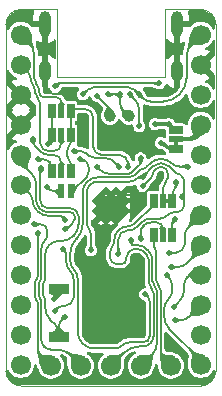
<source format=gbl>
G04 #@! TF.GenerationSoftware,KiCad,Pcbnew,8.0.0*
G04 #@! TF.CreationDate,2024-04-25T17:25:40+07:00*
G04 #@! TF.ProjectId,artemisia,61727465-6d69-4736-9961-2e6b69636164,2*
G04 #@! TF.SameCoordinates,Original*
G04 #@! TF.FileFunction,Copper,L2,Bot*
G04 #@! TF.FilePolarity,Positive*
%FSLAX46Y46*%
G04 Gerber Fmt 4.6, Leading zero omitted, Abs format (unit mm)*
G04 Created by KiCad (PCBNEW 8.0.0) date 2024-04-25 17:25:40*
%MOMM*%
%LPD*%
G01*
G04 APERTURE LIST*
G04 Aperture macros list*
%AMFreePoly0*
4,1,5,0.300000,-0.600000,-0.300000,-0.600000,-0.300000,0.600000,0.300000,0.600000,0.300000,-0.600000,0.300000,-0.600000,$1*%
G04 Aperture macros list end*
G04 #@! TA.AperFunction,SMDPad,CuDef*
%ADD10FreePoly0,90.000000*%
G04 #@! TD*
G04 #@! TA.AperFunction,SMDPad,CuDef*
%ADD11R,1.200000X0.600000*%
G04 #@! TD*
G04 #@! TA.AperFunction,SMDPad,CuDef*
%ADD12FreePoly0,180.000000*%
G04 #@! TD*
G04 #@! TA.AperFunction,SMDPad,CuDef*
%ADD13R,0.600000X1.200000*%
G04 #@! TD*
G04 #@! TA.AperFunction,ComponentPad*
%ADD14O,1.000000X2.200000*%
G04 #@! TD*
G04 #@! TA.AperFunction,ComponentPad*
%ADD15O,1.000000X1.800000*%
G04 #@! TD*
G04 #@! TA.AperFunction,ComponentPad*
%ADD16C,1.700000*%
G04 #@! TD*
G04 #@! TA.AperFunction,SMDPad,CuDef*
%ADD17R,1.700000X0.900000*%
G04 #@! TD*
G04 #@! TA.AperFunction,ComponentPad*
%ADD18C,0.500000*%
G04 #@! TD*
G04 #@! TA.AperFunction,SMDPad,CuDef*
%ADD19C,1.000000*%
G04 #@! TD*
G04 #@! TA.AperFunction,SMDPad,CuDef*
%ADD20FreePoly0,0.000000*%
G04 #@! TD*
G04 #@! TA.AperFunction,ViaPad*
%ADD21C,0.500000*%
G04 #@! TD*
G04 #@! TA.AperFunction,Conductor*
%ADD22C,0.200000*%
G04 #@! TD*
G04 #@! TA.AperFunction,Conductor*
%ADD23C,0.150000*%
G04 #@! TD*
G04 #@! TA.AperFunction,Conductor*
%ADD24C,0.300000*%
G04 #@! TD*
G04 #@! TA.AperFunction,Profile*
%ADD25C,0.100000*%
G04 #@! TD*
G04 APERTURE END LIST*
G04 #@! TA.AperFunction,EtchedComponent*
G36*
X14250000Y-11150000D02*
G01*
X14550000Y-11150000D01*
X14550000Y-11650000D01*
X14250000Y-11650000D01*
X14250000Y-11150000D01*
G37*
G04 #@! TD.AperFunction*
G04 #@! TA.AperFunction,EtchedComponent*
G36*
X13450000Y-16350000D02*
G01*
X13950000Y-16350000D01*
X13950000Y-16050000D01*
X13450000Y-16050000D01*
X13450000Y-16350000D01*
G37*
G04 #@! TD.AperFunction*
D10*
X14400000Y-11800000D03*
D11*
X14400000Y-11000000D03*
D10*
X14400000Y-10200000D03*
D12*
X14100000Y-16200000D03*
D13*
X13300000Y-16200000D03*
D12*
X12500000Y-16200000D03*
X5500000Y-10600000D03*
D13*
X4700000Y-10600000D03*
D12*
X3900000Y-10600000D03*
X5500000Y-13700000D03*
D13*
X4700000Y-13700000D03*
D12*
X3900000Y-13700000D03*
X5500000Y-8600000D03*
D13*
X4700000Y-8600000D03*
D12*
X3900000Y-8600000D03*
D14*
X3328000Y-1250474D03*
D15*
X3328000Y-5250474D03*
D14*
X14478000Y-1250474D03*
D15*
X14478000Y-5250474D03*
D16*
X3810000Y-30162500D03*
X6350000Y-30162500D03*
X8890000Y-30162500D03*
X11430000Y-30162500D03*
X13970000Y-30162500D03*
D17*
X4500000Y-23650000D03*
X4500000Y-27750000D03*
D18*
X9740000Y-15750000D03*
X8890000Y-15750000D03*
X8040000Y-15750000D03*
X9740000Y-16600000D03*
X8890000Y-16600000D03*
X8040000Y-16600000D03*
X9740000Y-17450000D03*
X8890000Y-17450000D03*
X8040000Y-17450000D03*
D16*
X1270000Y-2146300D03*
X1270000Y-4686300D03*
X1270000Y-7226300D03*
X1270000Y-9766300D03*
X1270000Y-12306300D03*
X1270000Y-14846300D03*
X1270000Y-17386300D03*
X1270000Y-19926300D03*
X1270000Y-22466300D03*
X1270000Y-25006300D03*
X1270000Y-27546300D03*
X1270000Y-30086300D03*
D19*
X8800000Y-9000000D03*
D16*
X16510000Y-2146300D03*
X16510000Y-4686300D03*
X16510000Y-7226300D03*
X16510000Y-9766300D03*
X16510000Y-12306300D03*
X16510000Y-14846300D03*
X16510000Y-17386300D03*
X16510000Y-19926300D03*
X16510000Y-22466300D03*
X16510000Y-25006300D03*
X16510000Y-27546300D03*
X16510000Y-30086300D03*
D20*
X12500000Y-19100000D03*
D13*
X13300000Y-19100000D03*
D20*
X14100000Y-19100000D03*
D19*
X10400000Y-9000000D03*
D13*
X5500000Y-15400000D03*
X4700000Y-15400000D03*
D21*
X8890000Y-25500000D03*
X6100000Y-20400000D03*
X12400000Y-7200000D03*
X5700000Y-7000000D03*
X13200000Y-10500000D03*
X14200000Y-28600000D03*
X6300000Y-11400000D03*
X7100000Y-22900000D03*
X10900000Y-21000000D03*
X13050000Y-14000000D03*
X11500000Y-11800000D03*
X10800000Y-23225000D03*
X6800000Y-9500000D03*
X13200000Y-12100000D03*
X13800000Y-9700000D03*
X4200000Y-6500000D03*
X13000000Y-6250481D03*
X12600000Y-9700000D03*
X9653000Y-7200000D03*
X8653000Y-7200000D03*
X7700000Y-7300000D03*
X5000000Y-26000000D03*
X14950000Y-15850000D03*
X13100000Y-11300000D03*
X3000000Y-13450000D03*
X7200000Y-20400000D03*
X9520000Y-20700000D03*
X11600000Y-14150000D03*
X4100000Y-24500000D03*
X10600000Y-19500000D03*
X5000000Y-18600000D03*
X2700000Y-12700000D03*
X5000000Y-17800000D03*
X11600000Y-14950000D03*
X3600000Y-11400000D03*
X9600000Y-13300000D03*
X5800000Y-12000000D03*
X2700000Y-18900000D03*
X2400000Y-18200000D03*
X4800000Y-20300000D03*
X4200000Y-25500000D03*
X11400000Y-12600000D03*
X7700000Y-13300000D03*
X14000000Y-21800000D03*
X13800000Y-20600000D03*
X13600000Y-22500000D03*
X14200000Y-25200000D03*
X14300000Y-26300000D03*
X11303000Y-7200000D03*
X6503000Y-7200000D03*
X15400000Y-13300000D03*
X11800000Y-24100000D03*
X11303000Y-9900000D03*
X10503000Y-7200000D03*
X3500000Y-15000000D03*
X14400000Y-14600000D03*
X6300000Y-12700000D03*
X11400000Y-19400000D03*
X10350000Y-13300000D03*
X2300000Y-11000000D03*
X14300000Y-17750000D03*
D22*
X3328000Y-6504952D02*
X3328000Y-5250474D01*
X5450256Y-7125480D02*
X3948528Y-7125480D01*
X3524264Y-6949744D02*
X3503736Y-6929216D01*
X5700000Y-7000000D02*
X5662388Y-7037612D01*
D23*
X9740000Y-15750000D02*
X11135786Y-15750000D01*
X11842893Y-15457107D02*
X12947488Y-14352512D01*
X13050000Y-14105025D02*
X13050000Y-14000000D01*
D22*
X5450256Y-7125480D02*
G75*
G03*
X5662406Y-7037630I44J299980D01*
G01*
D23*
X13050000Y-14105025D02*
G75*
G02*
X12947475Y-14352499I-350000J25D01*
G01*
D22*
X3503737Y-6929215D02*
G75*
G02*
X3328035Y-6504952I424263J424215D01*
G01*
X3948528Y-7125480D02*
G75*
G02*
X3524254Y-6949754I-28J599980D01*
G01*
D23*
X11135786Y-15750000D02*
G75*
G03*
X11842900Y-15457114I14J1000000D01*
G01*
D22*
X13000000Y-6250481D02*
X4656626Y-6250481D01*
D24*
X12600000Y-9700000D02*
X13800000Y-9700000D01*
D22*
X4303072Y-6396928D02*
X4200000Y-6500000D01*
D24*
X14400000Y-10200000D02*
X14300000Y-10200000D01*
X14300000Y-10200000D02*
X13800000Y-9700000D01*
D22*
X4303072Y-6396928D02*
G75*
G02*
X4656626Y-6250505I353528J-353572D01*
G01*
D23*
X9653000Y-7838786D02*
X9653000Y-7200000D01*
X10400000Y-9000000D02*
X9945893Y-8545893D01*
X9653000Y-7200000D02*
X8653000Y-7200000D01*
X9945893Y-8545893D02*
G75*
G02*
X9653010Y-7838786I707107J707093D01*
G01*
X8800000Y-8814214D02*
X8800000Y-9000000D01*
X7700000Y-7300000D02*
X8507107Y-8107107D01*
X8507107Y-8107107D02*
G75*
G02*
X8799990Y-8814214I-707107J-707093D01*
G01*
D22*
X15100000Y-14507107D02*
X15100000Y-15555025D01*
X9739670Y-18950330D02*
X9770330Y-18919670D01*
X3090380Y-16607854D02*
X3116665Y-16634139D01*
X2900000Y-13674264D02*
X2900000Y-16148235D01*
X6850960Y-15493900D02*
X6850960Y-18192382D01*
X4699390Y-19600000D02*
X4476346Y-19600000D01*
X11600000Y-14150000D02*
X12490686Y-13259314D01*
X3663173Y-19936827D02*
X3661347Y-19938653D01*
X14802513Y-14002513D02*
X14953554Y-14153554D01*
X5916820Y-17014900D02*
X5960579Y-17058659D01*
X14554594Y-13900000D02*
X14555025Y-13900000D01*
D24*
X13402513Y-11402513D02*
X13653554Y-11653554D01*
D22*
X4500000Y-26707107D02*
X4500000Y-27414214D01*
X3576285Y-16824520D02*
X5457201Y-16824520D01*
X10441794Y-14575000D02*
X7769860Y-14575000D01*
X11149206Y-14281802D02*
X11148901Y-14282107D01*
X3324520Y-20751826D02*
X3324520Y-22835100D01*
X10300660Y-18700000D02*
X10385786Y-18700000D01*
X7012052Y-18581291D02*
X7038909Y-18608148D01*
X12297056Y-17700000D02*
X13027208Y-17700000D01*
X13056371Y-13025000D02*
X13203248Y-13025000D01*
X3236652Y-23047232D02*
X3212868Y-23071016D01*
X14997487Y-15802513D02*
X14950000Y-15850000D01*
X13768934Y-13259315D02*
X14307107Y-13797488D01*
X2987868Y-13512132D02*
X3000000Y-13500000D01*
X15100000Y-16572183D02*
X15100000Y-16103553D01*
X5726264Y-19173736D02*
X5724695Y-19175305D01*
D24*
X13100000Y-11300000D02*
X13155025Y-11300000D01*
D22*
X4500000Y-27414214D02*
X4500000Y-27750000D01*
X6150960Y-17518279D02*
X6150960Y-18148431D01*
X15026776Y-15926776D02*
X14950000Y-15850000D01*
X9520000Y-20700000D02*
X9520000Y-19480660D01*
X11092893Y-18407107D02*
X11448528Y-18051472D01*
D24*
X14007107Y-11800000D02*
X14400000Y-11800000D01*
D22*
X4646447Y-26353553D02*
X5000000Y-26000000D01*
X14911092Y-16988908D02*
X14938909Y-16961091D01*
X7133464Y-14838604D02*
X7114564Y-14857504D01*
X3763860Y-26263860D02*
X4207107Y-26707107D01*
X3324520Y-24564901D02*
X3324520Y-25203200D01*
X3212868Y-24328985D02*
X3236652Y-24352769D01*
X13663604Y-17436396D02*
X13686396Y-17413604D01*
X11600000Y-14150000D02*
X11467404Y-14150000D01*
X14322792Y-17150000D02*
X14522183Y-17150000D01*
X7200000Y-18997056D02*
X7200000Y-20400000D01*
X3125000Y-23283148D02*
X3125000Y-24116853D01*
X11148901Y-14282107D02*
G75*
G02*
X10441794Y-14574996I-707101J707107D01*
G01*
X14307107Y-13797488D02*
G75*
G03*
X14554594Y-13900004I247493J247488D01*
G01*
X11149206Y-14281802D02*
G75*
G02*
X11467404Y-14150003I318194J-318198D01*
G01*
X5960579Y-17058659D02*
G75*
G02*
X6150986Y-17518279I-459579J-459641D01*
G01*
X4646447Y-26353553D02*
G75*
G03*
X4500005Y-26707107I353553J-353547D01*
G01*
X3324520Y-22835100D02*
G75*
G02*
X3236656Y-23047236I-300020J0D01*
G01*
X9520000Y-19480660D02*
G75*
G02*
X9739672Y-18950332I749990J0D01*
G01*
X15100000Y-15555025D02*
G75*
G02*
X14997474Y-15802500I-350000J25D01*
G01*
X2987868Y-13462132D02*
G75*
G03*
X2899975Y-13674264I212132J-212168D01*
G01*
X3116666Y-16634138D02*
G75*
G03*
X3576285Y-16824524I459634J459638D01*
G01*
X4476346Y-19600000D02*
G75*
G03*
X3663173Y-19936827I4J-1150010D01*
G01*
X14953554Y-14153554D02*
G75*
G02*
X15099995Y-14507107I-353554J-353546D01*
G01*
X10385786Y-18700000D02*
G75*
G03*
X11092900Y-18407114I14J1000000D01*
G01*
X2900000Y-16148235D02*
G75*
G03*
X3090378Y-16607856I650000J-5D01*
G01*
X14555025Y-13900000D02*
G75*
G02*
X14802500Y-14002526I-25J-350000D01*
G01*
X9770330Y-18919670D02*
G75*
G02*
X10300660Y-18699972I530370J-530330D01*
G01*
X3324520Y-24564901D02*
G75*
G03*
X3236657Y-24352764I-300020J1D01*
G01*
X6150960Y-18148431D02*
G75*
G02*
X5726264Y-19173736I-1450000J1D01*
G01*
X14522183Y-17150000D02*
G75*
G03*
X14911101Y-16988917I17J550000D01*
G01*
X13027208Y-17700000D02*
G75*
G03*
X13663600Y-17436392I-8J900000D01*
G01*
X6850960Y-15493900D02*
G75*
G02*
X7114556Y-14857496I900040J0D01*
G01*
D24*
X13155025Y-11300000D02*
G75*
G02*
X13402500Y-11402526I-25J-350000D01*
G01*
D22*
X12297056Y-17700000D02*
G75*
G03*
X11448550Y-18051494I44J-1200000D01*
G01*
D24*
X14007107Y-11800000D02*
G75*
G02*
X13653551Y-11653557I-7J500000D01*
G01*
D22*
X13203248Y-13025000D02*
G75*
G02*
X13768960Y-13259289I52J-800000D01*
G01*
X3661348Y-19938654D02*
G75*
G03*
X3324533Y-20751826I813152J-813146D01*
G01*
X3212869Y-24328984D02*
G75*
G02*
X3125034Y-24116853I212131J212084D01*
G01*
X13686396Y-17413604D02*
G75*
G02*
X14322792Y-17149995I636404J-636396D01*
G01*
X12490686Y-13259314D02*
G75*
G02*
X13056371Y-13024980I565714J-565686D01*
G01*
X15100000Y-16103553D02*
G75*
G03*
X15026753Y-15926799I-250000J-47D01*
G01*
X6850960Y-18192382D02*
G75*
G03*
X7012034Y-18581309I550040J-18D01*
G01*
X7038908Y-18608149D02*
G75*
G02*
X7200030Y-18997056I-388908J-388951D01*
G01*
X15100000Y-16572183D02*
G75*
G02*
X14938918Y-16961100I-550000J-17D01*
G01*
X5457201Y-16824520D02*
G75*
G02*
X5916815Y-17014905I-1J-649980D01*
G01*
X3324520Y-25203200D02*
G75*
G03*
X3763864Y-26263856I1499980J0D01*
G01*
X3212868Y-23071016D02*
G75*
G03*
X3125034Y-23283148I212132J-212084D01*
G01*
X5724695Y-19175305D02*
G75*
G02*
X4699390Y-19599993I-1025295J1025305D01*
G01*
X7769860Y-14575000D02*
G75*
G03*
X7133484Y-14838624I40J-900000D01*
G01*
X4500000Y-27414214D02*
G75*
G03*
X4207109Y-26707105I-1000000J4D01*
G01*
D24*
X4353553Y-24246447D02*
X4100000Y-24500000D01*
X4500000Y-23650000D02*
X4500000Y-23892893D01*
X4353553Y-24246447D02*
G75*
G03*
X4499995Y-23892893I-353553J353547D01*
G01*
D23*
X12800960Y-28170220D02*
X12800960Y-23893785D01*
X10600000Y-19696447D02*
X10600000Y-19500000D01*
X12610580Y-23434166D02*
X12590861Y-23414447D01*
X10701776Y-19901776D02*
X10673223Y-19873223D01*
X11430000Y-30162500D02*
X12361620Y-29230880D01*
X11186292Y-19975000D02*
X10878553Y-19975000D01*
X12400480Y-22954827D02*
X12400480Y-21189188D01*
X12107587Y-20482081D02*
X11893399Y-20267893D01*
X10878553Y-19975000D02*
G75*
G02*
X10701799Y-19901753I47J250000D01*
G01*
X12361620Y-29230880D02*
G75*
G03*
X12800985Y-28170220I-1060620J1060680D01*
G01*
X11893399Y-20267893D02*
G75*
G03*
X11186292Y-19975006I-707099J-707107D01*
G01*
X12590861Y-23414447D02*
G75*
G02*
X12400467Y-22954827I459639J459647D01*
G01*
X10673224Y-19873222D02*
G75*
G02*
X10599968Y-19696447I176776J176822D01*
G01*
X12800960Y-23893785D02*
G75*
G03*
X12610564Y-23434182I-649960J-15D01*
G01*
X12400480Y-21189188D02*
G75*
G03*
X12107577Y-20482091I-999980J-12D01*
G01*
X1270000Y-12970000D02*
X1270000Y-12306300D01*
X5228928Y-18512132D02*
X5679993Y-18061067D01*
X2575480Y-16179102D02*
X2575480Y-14896800D01*
X5426335Y-17149040D02*
X3545418Y-17149040D01*
X2909022Y-16885436D02*
X2839084Y-16815498D01*
X5709283Y-17266303D02*
X5709178Y-17266198D01*
X5826440Y-17707513D02*
X5826440Y-17549145D01*
X2136140Y-13836140D02*
X1270000Y-12970000D01*
X5000000Y-18600000D02*
X5016796Y-18600000D01*
X2575480Y-16179102D02*
G75*
G03*
X2839081Y-16815501I900020J2D01*
G01*
X5016796Y-18600000D02*
G75*
G03*
X5228930Y-18512134I4J300000D01*
G01*
X5826440Y-17549145D02*
G75*
G03*
X5709286Y-17266300I-400000J5D01*
G01*
X5679993Y-18061067D02*
G75*
G03*
X5826437Y-17707513I-353593J353567D01*
G01*
X5709178Y-17266198D02*
G75*
G03*
X5426335Y-17149004I-282878J-282802D01*
G01*
X2909022Y-16885436D02*
G75*
G03*
X3545418Y-17149015I636378J636436D01*
G01*
X2575480Y-14896800D02*
G75*
G03*
X2136140Y-13836140I-1500000J0D01*
G01*
X2056290Y-15632590D02*
X1270000Y-14846300D01*
X3900000Y-13700000D02*
X3900000Y-13369239D01*
X3230761Y-12700000D02*
X2700000Y-12700000D01*
X3709619Y-12909619D02*
X3690380Y-12890380D01*
X5000000Y-17800000D02*
X4795006Y-17595006D01*
X4441453Y-17448560D02*
X3524904Y-17448559D01*
X2275960Y-16199614D02*
X2275960Y-16162920D01*
X2711732Y-17111732D02*
X2612787Y-17012787D01*
X2612787Y-17012787D02*
G75*
G02*
X2275964Y-16199614I813173J813167D01*
G01*
X3709619Y-12909619D02*
G75*
G02*
X3899972Y-13369239I-459619J-459581D01*
G01*
X4795006Y-17595006D02*
G75*
G03*
X4441453Y-17448605I-353506J-353594D01*
G01*
X2275960Y-16162920D02*
G75*
G03*
X2056288Y-15632592I-749990J0D01*
G01*
X2711733Y-17111731D02*
G75*
G03*
X3524904Y-17448558I813167J813161D01*
G01*
X3690379Y-12890381D02*
G75*
G03*
X3230761Y-12700000I-459619J-459619D01*
G01*
X13490381Y-14709619D02*
X13509620Y-14690380D01*
X12425000Y-13950305D02*
X12425000Y-13959315D01*
X12307843Y-14242157D02*
X11600000Y-14950000D01*
X12713174Y-13496446D02*
X12542158Y-13667462D01*
X13300000Y-16200000D02*
X13300000Y-15169239D01*
X13700000Y-14230761D02*
X13700000Y-13857107D01*
X13553553Y-13503553D02*
X13546446Y-13496446D01*
X13192893Y-13350000D02*
X13066727Y-13350000D01*
X13700000Y-13857107D02*
G75*
G03*
X13553556Y-13503550I-500000J7D01*
G01*
X13546446Y-13496446D02*
G75*
G03*
X13192893Y-13350005I-353546J-353554D01*
G01*
X12425000Y-13959315D02*
G75*
G02*
X12307836Y-14242150I-400000J15D01*
G01*
X13300000Y-15169239D02*
G75*
G02*
X13490362Y-14709600I650000J39D01*
G01*
X13066727Y-13350000D02*
G75*
G03*
X12713161Y-13496433I-27J-500000D01*
G01*
X12542158Y-13667462D02*
G75*
G03*
X12425004Y-13950305I282842J-282838D01*
G01*
X13509620Y-14690380D02*
G75*
G03*
X13699972Y-14230761I-459620J459580D01*
G01*
X3900000Y-10600000D02*
X3900000Y-11100000D01*
X8485786Y-12600000D02*
X7587074Y-12600000D01*
X7056744Y-12380330D02*
X6896084Y-12219670D01*
X3900000Y-11100000D02*
X3600000Y-11400000D01*
X6365754Y-12000000D02*
X5800000Y-12000000D01*
X3900000Y-8600000D02*
X3900000Y-10600000D01*
X9600000Y-13300000D02*
X9192893Y-12892893D01*
X7587074Y-12600000D02*
G75*
G02*
X7056757Y-12380317I26J750000D01*
G01*
X9192893Y-12892893D02*
G75*
G03*
X8485786Y-12600010I-707093J-707107D01*
G01*
X6896084Y-12219670D02*
G75*
G03*
X6365754Y-12000033I-530284J-530330D01*
G01*
X2500000Y-24375736D02*
X2500000Y-23024264D01*
X2612132Y-24612132D02*
X2587868Y-24587868D01*
X3810000Y-30162500D02*
X2992893Y-29345393D01*
X2700000Y-28638286D02*
X2700000Y-24824264D01*
X2587868Y-22812132D02*
X2612132Y-22787868D01*
X2700000Y-22575736D02*
X2700000Y-18900000D01*
X2612132Y-24612132D02*
G75*
G02*
X2700025Y-24824264I-212132J-212168D01*
G01*
X2500000Y-23024264D02*
G75*
G02*
X2587866Y-22812130I300000J4D01*
G01*
X2700000Y-28638286D02*
G75*
G03*
X2992891Y-29345395I1000000J-4D01*
G01*
X2587868Y-24587868D02*
G75*
G02*
X2499975Y-24375736I212132J212168D01*
G01*
X2612132Y-22787868D02*
G75*
G03*
X2700025Y-22575736I-212132J212168D01*
G01*
X2999520Y-22700480D02*
X2999520Y-20252562D01*
X2999520Y-27947438D02*
X2999520Y-24699520D01*
X2992893Y-18200000D02*
X2400000Y-18200000D01*
X3353553Y-18353553D02*
X3346446Y-18346446D01*
X2800000Y-24251472D02*
X2800000Y-23148528D01*
X3248479Y-19651521D02*
X3251041Y-19648959D01*
X2911652Y-24487388D02*
X2887868Y-24463604D01*
X3251041Y-28551041D02*
X3248479Y-28548479D01*
X3500000Y-19047918D02*
X3500000Y-18707107D01*
X6350000Y-30162500D02*
X5426840Y-29239340D01*
X2887868Y-22936396D02*
X2911652Y-22912612D01*
X4366180Y-28800000D02*
X3852082Y-28800000D01*
X2911651Y-24487389D02*
G75*
G02*
X2999499Y-24699520I-212151J-212111D01*
G01*
X3248480Y-28548478D02*
G75*
G02*
X2999522Y-27947438I601040J601038D01*
G01*
X3852082Y-28800000D02*
G75*
G02*
X3251050Y-28551032I18J850000D01*
G01*
X3500000Y-18707107D02*
G75*
G03*
X3353556Y-18353550I-500000J7D01*
G01*
X2887868Y-24463604D02*
G75*
G02*
X2800020Y-24251472I212132J212104D01*
G01*
X2800000Y-23148528D02*
G75*
G02*
X2887869Y-22936397I300000J-2D01*
G01*
X3346446Y-18346446D02*
G75*
G03*
X2992893Y-18200005I-353546J-353554D01*
G01*
X3251041Y-19648959D02*
G75*
G03*
X3500013Y-19047918I-601041J601059D01*
G01*
X2911651Y-22912611D02*
G75*
G03*
X2999499Y-22700480I-212151J212111D01*
G01*
X5426839Y-29239341D02*
G75*
G03*
X4366180Y-28800001I-1060659J-1060659D01*
G01*
X2999520Y-20252562D02*
G75*
G02*
X3248478Y-19651520I850000J2D01*
G01*
X4800000Y-20300000D02*
X4978554Y-20478554D01*
X5745191Y-22889734D02*
X5745191Y-24344149D01*
X5432538Y-22142157D02*
X5437652Y-22147271D01*
X4453553Y-25246447D02*
X4200000Y-25500000D01*
X5125000Y-20832107D02*
X5125000Y-21399694D01*
X4989340Y-25100000D02*
X4807107Y-25100000D01*
X5525521Y-24874479D02*
X5519670Y-24880330D01*
X5437652Y-22147271D02*
G75*
G02*
X5745169Y-22889734I-742452J-742429D01*
G01*
X5519670Y-24880330D02*
G75*
G02*
X4989340Y-25100028I-530370J530330D01*
G01*
X5525521Y-24874479D02*
G75*
G03*
X5745157Y-24344149I-530321J530279D01*
G01*
X4453553Y-25246447D02*
G75*
G02*
X4807107Y-25100005I353547J-353553D01*
G01*
X5125000Y-21399694D02*
G75*
G03*
X5432535Y-22142160I1050000J-6D01*
G01*
X5125000Y-20832107D02*
G75*
G03*
X4978557Y-20478551I-500000J7D01*
G01*
X10410729Y-13900000D02*
X8714214Y-13900000D01*
X11297487Y-13178927D02*
X10693571Y-13782843D01*
X8007107Y-13607107D02*
X7700000Y-13300000D01*
X11400000Y-12931439D02*
X11400000Y-12600000D01*
X11400000Y-12931439D02*
G75*
G02*
X11297467Y-13178907I-350000J39D01*
G01*
X10693571Y-13782843D02*
G75*
G02*
X10410729Y-13900020I-282871J282843D01*
G01*
X8714214Y-13900000D02*
G75*
G02*
X8007100Y-13607114I-14J1000000D01*
G01*
X14000000Y-21800000D02*
X14585786Y-21800000D01*
X16397286Y-19926300D02*
X16510000Y-19926300D01*
X16510000Y-20290000D02*
X16510000Y-19926300D01*
X15292893Y-21507107D02*
X16510000Y-20290000D01*
X14585786Y-21800000D02*
G75*
G03*
X15292900Y-21507114I14J1000000D01*
G01*
X13800000Y-20600000D02*
X14389340Y-20600000D01*
X15150000Y-19839340D02*
X15150000Y-19160514D01*
X14919670Y-20380330D02*
X14930330Y-20369670D01*
X15442893Y-18453407D02*
X16510000Y-17386300D01*
X15150000Y-19160514D02*
G75*
G02*
X15442886Y-18453400I1000000J14D01*
G01*
X15150000Y-19839340D02*
G75*
G02*
X14930310Y-20369650I-750000J40D01*
G01*
X14919670Y-20380330D02*
G75*
G02*
X14389340Y-20600028I-530370J530330D01*
G01*
X13400000Y-25978680D02*
X13400000Y-25376346D01*
X16510000Y-30086300D02*
X16510000Y-29710000D01*
X13736827Y-24563173D02*
X13763173Y-24536827D01*
X14100000Y-23723654D02*
X14100000Y-23310660D01*
X13880330Y-22780330D02*
X13600000Y-22500000D01*
X16510000Y-29710000D02*
X13839340Y-27039340D01*
X14100000Y-23310660D02*
G75*
G03*
X13880310Y-22780350I-750000J-40D01*
G01*
X13400000Y-25978680D02*
G75*
G03*
X13839330Y-27039350I1500000J-20D01*
G01*
X13763172Y-24536826D02*
G75*
G03*
X14099967Y-23723654I-813172J813126D01*
G01*
X13400000Y-25376346D02*
G75*
G02*
X13736824Y-24563170I1150000J6D01*
G01*
X15305026Y-22694974D02*
X15328675Y-22671325D01*
X14200000Y-25200000D02*
X14660660Y-24739340D01*
X15823649Y-22466300D02*
X16510000Y-22466300D01*
X15100000Y-23678680D02*
X15100000Y-23189949D01*
X15100000Y-23678680D02*
G75*
G02*
X14660670Y-24739350I-1500000J-20D01*
G01*
X15328676Y-22671326D02*
G75*
G02*
X15823649Y-22466265I495024J-494974D01*
G01*
X15100000Y-23189949D02*
G75*
G02*
X15305001Y-22694949I700000J49D01*
G01*
X16510000Y-25006300D02*
X15509193Y-26007107D01*
X14802086Y-26300000D02*
X14300000Y-26300000D01*
X14802086Y-26300000D02*
G75*
G03*
X15509200Y-26007114I14J1000000D01*
G01*
D22*
X14685787Y-7214213D02*
X14714214Y-7185786D01*
X11303000Y-7200000D02*
X11610107Y-7507107D01*
X7413660Y-6600000D02*
X10392340Y-6600000D01*
X15300000Y-5771573D02*
X15300000Y-3977620D01*
X15739340Y-2916960D02*
X16510000Y-2146300D01*
X10922670Y-6819670D02*
X11303000Y-7200000D01*
X6503000Y-7200000D02*
X6883330Y-6819670D01*
X12317214Y-7800000D02*
X13271573Y-7800000D01*
X12317214Y-7800000D02*
G75*
G02*
X11610100Y-7507114I-14J1000000D01*
G01*
X15300000Y-5771573D02*
G75*
G02*
X14714213Y-7185785I-2000000J3D01*
G01*
X7413660Y-6600000D02*
G75*
G03*
X6883350Y-6819690I40J-750000D01*
G01*
X13271573Y-7800000D02*
G75*
G03*
X14685801Y-7214227I27J2000000D01*
G01*
X15300000Y-3977620D02*
G75*
G02*
X15739330Y-2916950I1500000J20D01*
G01*
X10392340Y-6600000D02*
G75*
G02*
X10922650Y-6819690I-40J-750000D01*
G01*
X6489950Y-28289950D02*
X6480242Y-28280242D01*
X5762652Y-22012652D02*
X5757538Y-22007538D01*
X12254251Y-13000775D02*
X12254251Y-12997183D01*
X13987132Y-12982538D02*
X13997056Y-12992462D01*
X12015349Y-28025008D02*
X12004712Y-28035645D01*
X6852432Y-14624662D02*
X6900622Y-14576472D01*
X13032069Y-12675000D02*
X13244670Y-12675000D01*
X6070191Y-27290292D02*
X6070191Y-22755115D01*
X11603496Y-13477513D02*
X11632538Y-13477513D01*
X9247918Y-28700000D02*
X7479899Y-28700000D01*
X11880025Y-13375001D02*
X12254251Y-13000775D01*
X12176440Y-24683547D02*
X12176440Y-27636100D01*
X14739518Y-13300000D02*
X15400000Y-13300000D01*
X11615803Y-28196737D02*
X10455345Y-28196737D01*
X5962563Y-19432412D02*
X5988397Y-19406578D01*
X10916059Y-14019975D02*
X11356008Y-13580026D01*
X11800000Y-24100000D02*
X12029993Y-24329993D01*
X9854304Y-28445696D02*
X9848959Y-28451041D01*
X6500960Y-18169141D02*
X6500960Y-15473190D01*
X7749150Y-14225000D02*
X10421085Y-14225000D01*
X5450000Y-21265075D02*
X5450000Y-20669849D01*
X11356009Y-13580027D02*
G75*
G02*
X11603496Y-13477507I247491J-247473D01*
G01*
X6900623Y-14576473D02*
G75*
G02*
X7749150Y-14225001I848527J-848527D01*
G01*
X12254252Y-12997184D02*
G75*
G02*
X13032069Y-12674979I777848J-777816D01*
G01*
X5757539Y-22007537D02*
G75*
G02*
X5450018Y-21265075I742461J742437D01*
G01*
X13244670Y-12675000D02*
G75*
G02*
X13987147Y-12982523I30J-1050000D01*
G01*
X12176440Y-27636100D02*
G75*
G02*
X12015358Y-28025017I-550040J0D01*
G01*
X11632538Y-13477513D02*
G75*
G03*
X11880009Y-13374985I-38J350013D01*
G01*
X5450000Y-20669849D02*
G75*
G02*
X5962564Y-19432413I1750000J-1D01*
G01*
X6500960Y-15473190D02*
G75*
G02*
X6852429Y-14624659I1200040J-10D01*
G01*
X6480243Y-28280241D02*
G75*
G02*
X6070200Y-27290292I989957J989941D01*
G01*
X12029993Y-24329993D02*
G75*
G02*
X12176395Y-24683547I-353593J-353507D01*
G01*
X6070191Y-22755115D02*
G75*
G03*
X5762650Y-22012654I-1050001J-5D01*
G01*
X10421085Y-14225000D02*
G75*
G03*
X10916067Y-14019983I15J700000D01*
G01*
X5988396Y-19406577D02*
G75*
G03*
X6500960Y-18169141I-1237436J1237437D01*
G01*
X7479899Y-28700000D02*
G75*
G02*
X6489951Y-28289949I1J1400000D01*
G01*
X12004711Y-28035644D02*
G75*
G02*
X11615803Y-28196727I-388911J388944D01*
G01*
X9848959Y-28451041D02*
G75*
G02*
X9247918Y-28700013I-601059J601041D01*
G01*
X13997056Y-12992462D02*
G75*
G03*
X14739518Y-13299987I742444J742462D01*
G01*
X10455345Y-28196737D02*
G75*
G03*
X9854289Y-28445681I-45J-849963D01*
G01*
D23*
X11303000Y-9900000D02*
X11303000Y-8621320D01*
X10863660Y-7560660D02*
X10503000Y-7200000D01*
X10863660Y-7560660D02*
G75*
G02*
X11302985Y-8621320I-1060660J-1060640D01*
G01*
X3500000Y-15000000D02*
X3753553Y-15253553D01*
X4107107Y-15400000D02*
X4700000Y-15400000D01*
X3753553Y-15253553D02*
G75*
G03*
X4107107Y-15399995I353547J353553D01*
G01*
X10885249Y-18155811D02*
X12500000Y-16541060D01*
X12227199Y-28272778D02*
X12252481Y-28247496D01*
X10200000Y-20989949D02*
X10200000Y-21113604D01*
X8800000Y-20951472D02*
X8800000Y-20560199D01*
X10068198Y-21431802D02*
X10056802Y-21443198D01*
X8990381Y-20100579D02*
X9005100Y-20085860D01*
X12501440Y-27646455D02*
X12501440Y-24017850D01*
X10269791Y-18375480D02*
X10354920Y-18375480D01*
X11359190Y-28521737D02*
X11626158Y-28521737D01*
X9488373Y-18742687D02*
X9562686Y-18668374D01*
X8890000Y-30162500D02*
X9944976Y-29107524D01*
X8999264Y-21399264D02*
X8975736Y-21375736D01*
X9195480Y-19626241D02*
X9195480Y-19449794D01*
X10420454Y-20479546D02*
X10405025Y-20494975D01*
X12311060Y-23558231D02*
X12291341Y-23538512D01*
X12100960Y-23078892D02*
X12100960Y-21209700D01*
X11881290Y-20679370D02*
X11696110Y-20494190D01*
X12500000Y-16541060D02*
X12500000Y-16200000D01*
X11165780Y-20274520D02*
X10915429Y-20274520D01*
X9738604Y-21575000D02*
X9423528Y-21575000D01*
X9005099Y-20085859D02*
G75*
G03*
X9195514Y-19626241I-459599J459659D01*
G01*
X12501440Y-24017850D02*
G75*
G03*
X12311093Y-23558198I-650040J50D01*
G01*
X10354920Y-18375480D02*
G75*
G03*
X10885235Y-18155797I-20J749980D01*
G01*
X11696110Y-20494190D02*
G75*
G03*
X11165780Y-20274529I-530310J-530310D01*
G01*
X10915429Y-20274520D02*
G75*
G03*
X10420443Y-20479535I-29J-699980D01*
G01*
X12252480Y-28247495D02*
G75*
G03*
X12501396Y-27646455I-601080J600995D01*
G01*
X9423528Y-21575000D02*
G75*
G02*
X8999250Y-21399278I-28J600000D01*
G01*
X9562686Y-18668374D02*
G75*
G02*
X10269791Y-18375482I707114J-707126D01*
G01*
X10200000Y-21113604D02*
G75*
G02*
X10068196Y-21431800I-450000J4D01*
G01*
X10405025Y-20494975D02*
G75*
G03*
X10200035Y-20989949I494975J-494925D01*
G01*
X12100960Y-21209700D02*
G75*
G03*
X11881282Y-20679378I-749960J0D01*
G01*
X8800000Y-20560199D02*
G75*
G02*
X8990382Y-20100580I650000J-1D01*
G01*
X12291342Y-23538511D02*
G75*
G02*
X12100978Y-23078892I459658J459611D01*
G01*
X10056801Y-21443197D02*
G75*
G02*
X9738604Y-21575002I-318201J318197D01*
G01*
X8975736Y-21375736D02*
G75*
G02*
X8800020Y-20951472I424264J424236D01*
G01*
X11626158Y-28521737D02*
G75*
G03*
X12227227Y-28272806I42J850037D01*
G01*
X9195480Y-19449794D02*
G75*
G02*
X9488372Y-18742686I1000020J-6D01*
G01*
X9944977Y-29107525D02*
G75*
G02*
X11359190Y-28521720I1414223J-1414175D01*
G01*
X14400000Y-14600000D02*
X14400000Y-14892893D01*
X14100000Y-15607107D02*
X14100000Y-16400000D01*
X14253553Y-15246447D02*
X14246446Y-15253554D01*
X14246446Y-15253554D02*
G75*
G03*
X14100005Y-15607107I353554J-353546D01*
G01*
X14400000Y-14892893D02*
G75*
G02*
X14253556Y-15246450I-500000J-7D01*
G01*
X2310099Y-6433685D02*
X2290860Y-6414446D01*
X3119238Y-11794974D02*
X3105025Y-11780761D01*
X2709620Y-7509620D02*
X2690861Y-7490861D01*
X4509619Y-11790381D02*
X4490380Y-11809620D01*
X1880810Y-5297110D02*
X1270000Y-4686300D01*
X2500480Y-7031241D02*
X2500480Y-6893305D01*
X2100480Y-5954827D02*
X2100480Y-5827440D01*
X4030761Y-12000000D02*
X3614213Y-12000000D01*
X4700000Y-10600000D02*
X4700000Y-11330761D01*
X2900000Y-11285787D02*
X2900000Y-7969239D01*
X4030761Y-12000000D02*
G75*
G03*
X4490399Y-11809639I39J650000D01*
G01*
X2290860Y-6414446D02*
G75*
G02*
X2100467Y-5954827I459640J459646D01*
G01*
X2900000Y-7969239D02*
G75*
G03*
X2709619Y-7509621I-650000J-1D01*
G01*
X3614213Y-12000000D02*
G75*
G02*
X3119231Y-11794981I-13J700000D01*
G01*
X2690862Y-7490860D02*
G75*
G02*
X2500477Y-7031241I459608J459620D01*
G01*
X2900000Y-11285787D02*
G75*
G03*
X3105018Y-11780768I700000J-13D01*
G01*
X2100480Y-5827440D02*
G75*
G03*
X1880808Y-5297112I-749990J0D01*
G01*
X4509619Y-11790381D02*
G75*
G03*
X4699972Y-11330761I-459619J459581D01*
G01*
X2500480Y-6893305D02*
G75*
G03*
X2310097Y-6433687I-649980J5D01*
G01*
X12890381Y-23290381D02*
X12910100Y-23310100D01*
X13393373Y-29585873D02*
X13970000Y-30162500D01*
X12612132Y-20212132D02*
X12587868Y-20187868D01*
X12500000Y-19975736D02*
X12500000Y-19100000D01*
X12700000Y-20424264D02*
X12700000Y-22830761D01*
X13100480Y-23769719D02*
X13100480Y-28878766D01*
X12700000Y-20424264D02*
G75*
G03*
X12612114Y-20212150I-300000J-36D01*
G01*
X12700000Y-22830761D02*
G75*
G03*
X12890362Y-23290400I650000J-39D01*
G01*
X13393373Y-29585873D02*
G75*
G02*
X13100510Y-28878766I707127J707073D01*
G01*
X12587868Y-20187868D02*
G75*
G02*
X12499975Y-19975736I212132J212168D01*
G01*
X12910100Y-23310100D02*
G75*
G02*
X13100472Y-23769719I-459600J-459600D01*
G01*
X6300000Y-12700000D02*
X6434315Y-12700000D01*
X6717158Y-12817158D02*
X6830330Y-12930330D01*
X7050000Y-13460660D02*
X7050000Y-13656814D01*
X5617474Y-15400000D02*
X5500000Y-15400000D01*
X6830330Y-14187144D02*
X5617474Y-15400000D01*
X7050000Y-13656814D02*
G75*
G02*
X6830323Y-14187137I-750000J14D01*
G01*
X6434315Y-12700000D02*
G75*
G02*
X6717151Y-12817165I-15J-400000D01*
G01*
X6830330Y-12930330D02*
G75*
G02*
X7050028Y-13460660I-530330J-530370D01*
G01*
X11663604Y-18296016D02*
X11671016Y-18288604D01*
X13300000Y-18577817D02*
X13300000Y-19100000D01*
X13136092Y-18186092D02*
X13138909Y-18188909D01*
X12307412Y-18025000D02*
X12747183Y-18025000D01*
X11400000Y-19400000D02*
X11400000Y-18932412D01*
X11663604Y-18296016D02*
G75*
G03*
X11400009Y-18932412I636396J-636384D01*
G01*
X13300000Y-18577817D02*
G75*
G03*
X13138918Y-18188900I-550000J17D01*
G01*
X11671016Y-18288604D02*
G75*
G02*
X12307412Y-18025009I636384J-636396D01*
G01*
X12747183Y-18025000D02*
G75*
G02*
X13136101Y-18186083I17J-550000D01*
G01*
X2941784Y-7318198D02*
X2931802Y-7308216D01*
X2400000Y-5830761D02*
X2400000Y-3897620D01*
X4700000Y-8600000D02*
X4700000Y-7865685D01*
X1960660Y-2836960D02*
X1270000Y-2146300D01*
X4582842Y-7582842D02*
X4567157Y-7567157D01*
X4284315Y-7450000D02*
X3259982Y-7450000D01*
X2800000Y-6990018D02*
X2800000Y-6769239D01*
X2609619Y-6309619D02*
X2590380Y-6290380D01*
X4700000Y-7865685D02*
G75*
G03*
X4582835Y-7582849I-400000J-15D01*
G01*
X2590380Y-6290380D02*
G75*
G02*
X2400028Y-5830761I459620J459580D01*
G01*
X2800000Y-6769239D02*
G75*
G03*
X2609616Y-6309622I-649990J-1D01*
G01*
X2931802Y-7308216D02*
G75*
G02*
X2799988Y-6990018I318198J318216D01*
G01*
X4284315Y-7450000D02*
G75*
G02*
X4567150Y-7567164I-15J-400000D01*
G01*
X2400000Y-3897620D02*
G75*
G03*
X1960660Y-2836960I-1500000J0D01*
G01*
X3259982Y-7450000D02*
G75*
G02*
X2941793Y-7318189I18J450000D01*
G01*
X7167588Y-8619670D02*
X7180330Y-8632412D01*
X7400000Y-9162742D02*
X7400000Y-11630761D01*
X10350000Y-13060660D02*
X10350000Y-13300000D01*
X5200000Y-12392893D02*
X5200000Y-11930685D01*
X5500000Y-13700000D02*
X5500000Y-13107107D01*
X8069719Y-12300480D02*
X9589820Y-12300480D01*
X5700000Y-8400000D02*
X6637258Y-8400000D01*
X7590381Y-12090381D02*
X7610100Y-12110100D01*
X5500000Y-8600000D02*
X5500000Y-10600000D01*
X10120150Y-12520150D02*
X10130330Y-12530330D01*
X5500000Y-11216471D02*
X5500000Y-10600000D01*
X5346447Y-11577131D02*
X5353554Y-11570024D01*
X5500000Y-8600000D02*
X5700000Y-8400000D01*
X5353553Y-12753553D02*
X5346446Y-12746446D01*
X8069719Y-12300480D02*
G75*
G02*
X7610095Y-12110105I-19J649980D01*
G01*
X7400000Y-9162742D02*
G75*
G03*
X7180329Y-8632413I-749990J2D01*
G01*
X5500000Y-11216471D02*
G75*
G02*
X5353553Y-11570023I-500000J1D01*
G01*
X5346448Y-11577132D02*
G75*
G03*
X5199990Y-11930685I353552J-353568D01*
G01*
X5500000Y-13107107D02*
G75*
G03*
X5353556Y-12753550I-500000J7D01*
G01*
X9589820Y-12300480D02*
G75*
G02*
X10120144Y-12520156I-20J-750020D01*
G01*
X5200000Y-12392893D02*
G75*
G03*
X5346443Y-12746449I500000J-7D01*
G01*
X7590381Y-12090381D02*
G75*
G02*
X7400028Y-11630761I459619J459581D01*
G01*
X10130330Y-12530330D02*
G75*
G02*
X10350028Y-13060660I-530330J-530370D01*
G01*
X6637258Y-8400000D02*
G75*
G02*
X7167609Y-8619649I42J-750000D01*
G01*
X2446447Y-11546447D02*
X2907107Y-12007107D01*
X3614214Y-12300000D02*
X4030761Y-12300000D01*
X4700000Y-12969239D02*
X4700000Y-13700000D01*
X4490381Y-12490381D02*
X4509620Y-12509620D01*
X2300000Y-11000000D02*
X2300000Y-11192893D01*
X4490381Y-12490381D02*
G75*
G03*
X4030761Y-12300028I-459581J-459619D01*
G01*
X4509620Y-12509620D02*
G75*
G02*
X4699972Y-12969239I-459620J-459580D01*
G01*
X3614214Y-12300000D02*
G75*
G02*
X2907100Y-12007114I-14J1000000D01*
G01*
X2300000Y-11192893D02*
G75*
G03*
X2446444Y-11546450I500000J-7D01*
G01*
D24*
X15389340Y-11000000D02*
X14400000Y-11000000D01*
X16510000Y-10190000D02*
X16510000Y-9766300D01*
X15919670Y-10780330D02*
X16510000Y-10190000D01*
X15389340Y-11000000D02*
G75*
G03*
X15919650Y-10780310I-40J750000D01*
G01*
D23*
X14173224Y-17876776D02*
X14300000Y-17750000D01*
X14100000Y-19100000D02*
X14100000Y-18053553D01*
X14100000Y-18053553D02*
G75*
G02*
X14173247Y-17876799I250000J-47D01*
G01*
G04 #@! TA.AperFunction,Conductor*
G36*
X13638492Y-27304929D02*
G01*
X13645060Y-27311044D01*
X14462006Y-28127989D01*
X15262287Y-28928270D01*
X15278462Y-28950543D01*
X15279543Y-28949854D01*
X15282869Y-28955066D01*
X15428706Y-29140564D01*
X15450156Y-29181627D01*
X15475535Y-29264704D01*
X15480797Y-29309203D01*
X15472632Y-29442785D01*
X15471121Y-29456002D01*
X15430042Y-29700175D01*
X15428347Y-29711871D01*
X15428222Y-29712906D01*
X15427057Y-29724717D01*
X15402186Y-30054175D01*
X15401633Y-30063923D01*
X15401601Y-30064782D01*
X15401384Y-30076004D01*
X15400872Y-30085174D01*
X15400768Y-30086298D01*
X15400768Y-30086307D01*
X15419654Y-30290119D01*
X15441336Y-30366322D01*
X15475672Y-30487001D01*
X15566912Y-30670235D01*
X15566913Y-30670236D01*
X15690266Y-30833584D01*
X15841536Y-30971485D01*
X16015566Y-31079240D01*
X16015568Y-31079240D01*
X16015573Y-31079244D01*
X16206444Y-31153188D01*
X16407653Y-31190800D01*
X16407655Y-31190800D01*
X16612345Y-31190800D01*
X16612347Y-31190800D01*
X16813556Y-31153188D01*
X17004427Y-31079244D01*
X17178462Y-30971486D01*
X17329732Y-30833585D01*
X17453088Y-30670235D01*
X17486147Y-30603842D01*
X17534416Y-30551779D01*
X17603170Y-30534076D01*
X17670581Y-30556355D01*
X17715245Y-30611542D01*
X17724550Y-30669891D01*
X17715263Y-30787886D01*
X17712170Y-30807414D01*
X17672127Y-30974204D01*
X17666017Y-30993008D01*
X17600377Y-31151477D01*
X17591401Y-31169093D01*
X17501774Y-31315352D01*
X17490153Y-31331348D01*
X17378758Y-31461776D01*
X17364778Y-31475755D01*
X17234348Y-31587153D01*
X17218352Y-31598774D01*
X17072093Y-31688401D01*
X17054477Y-31697377D01*
X16896008Y-31763017D01*
X16877204Y-31769127D01*
X16710414Y-31809170D01*
X16690887Y-31812263D01*
X16527812Y-31825098D01*
X16514929Y-31826112D01*
X16505044Y-31826500D01*
X1274956Y-31826500D01*
X1265070Y-31826112D01*
X1089113Y-31812263D01*
X1069586Y-31809170D01*
X902795Y-31769128D01*
X883990Y-31763018D01*
X725521Y-31697378D01*
X707905Y-31688402D01*
X561646Y-31598775D01*
X545657Y-31587159D01*
X415213Y-31475750D01*
X401249Y-31461786D01*
X289838Y-31331340D01*
X278224Y-31315353D01*
X188597Y-31169094D01*
X179621Y-31151478D01*
X113981Y-30993009D01*
X107871Y-30974204D01*
X67829Y-30807413D01*
X64736Y-30787886D01*
X58679Y-30710926D01*
X55449Y-30669888D01*
X70045Y-30600411D01*
X119887Y-30549852D01*
X189152Y-30534265D01*
X255847Y-30558600D01*
X293851Y-30603841D01*
X326911Y-30670234D01*
X326912Y-30670235D01*
X450266Y-30833584D01*
X601536Y-30971485D01*
X775566Y-31079240D01*
X775568Y-31079240D01*
X775573Y-31079244D01*
X966444Y-31153188D01*
X1167653Y-31190800D01*
X1167655Y-31190800D01*
X1372345Y-31190800D01*
X1372347Y-31190800D01*
X1573556Y-31153188D01*
X1764427Y-31079244D01*
X1938462Y-30971486D01*
X2089732Y-30833585D01*
X2213088Y-30670235D01*
X2304328Y-30487001D01*
X2360345Y-30290121D01*
X2372974Y-30153824D01*
X2399177Y-30087843D01*
X2456893Y-30046499D01*
X2527800Y-30042922D01*
X2589384Y-30078248D01*
X2619960Y-30132165D01*
X2628268Y-30162495D01*
X2635467Y-30188775D01*
X2638898Y-30200251D01*
X2638904Y-30200268D01*
X2639244Y-30201316D01*
X2643357Y-30213031D01*
X2672513Y-30290124D01*
X2773448Y-30557017D01*
X2774456Y-30560064D01*
X2777518Y-30567967D01*
X2778079Y-30569240D01*
X2779102Y-30571882D01*
X2779142Y-30571985D01*
X2779271Y-30572311D01*
X2779938Y-30573961D01*
X2780709Y-30575869D01*
X2781329Y-30576798D01*
X2789266Y-30590502D01*
X2866912Y-30746435D01*
X2866913Y-30746436D01*
X2990266Y-30909784D01*
X3141536Y-31047685D01*
X3315566Y-31155440D01*
X3315568Y-31155440D01*
X3315573Y-31155444D01*
X3506444Y-31229388D01*
X3707653Y-31267000D01*
X3707655Y-31267000D01*
X3912345Y-31267000D01*
X3912347Y-31267000D01*
X4113556Y-31229388D01*
X4304427Y-31155444D01*
X4478462Y-31047686D01*
X4629732Y-30909785D01*
X4753088Y-30746435D01*
X4844328Y-30563201D01*
X4900345Y-30366321D01*
X4914550Y-30213031D01*
X4919232Y-30162504D01*
X4919232Y-30162495D01*
X4900345Y-29958680D01*
X4889645Y-29921073D01*
X4844328Y-29761799D01*
X4753088Y-29578565D01*
X4660533Y-29456002D01*
X4629732Y-29415214D01*
X4620834Y-29407102D01*
X4583969Y-29346426D01*
X4585760Y-29275452D01*
X4625638Y-29216713D01*
X4690942Y-29188859D01*
X4753936Y-29197579D01*
X4888418Y-29253283D01*
X4906029Y-29262258D01*
X4973610Y-29303672D01*
X4984633Y-29311260D01*
X5143547Y-29433589D01*
X5184508Y-29488771D01*
X5208491Y-29552039D01*
X5216667Y-29597866D01*
X5214850Y-29794403D01*
X5214841Y-29795674D01*
X5214707Y-29826493D01*
X5213473Y-30110417D01*
X5215259Y-30141974D01*
X5215590Y-30144773D01*
X5215591Y-30144782D01*
X5221245Y-30176073D01*
X5252469Y-30303640D01*
X5255544Y-30321968D01*
X5259654Y-30366317D01*
X5259654Y-30366320D01*
X5313942Y-30557120D01*
X5315672Y-30563201D01*
X5406912Y-30746435D01*
X5406913Y-30746436D01*
X5530266Y-30909784D01*
X5681536Y-31047685D01*
X5855566Y-31155440D01*
X5855568Y-31155440D01*
X5855573Y-31155444D01*
X6046444Y-31229388D01*
X6247653Y-31267000D01*
X6247655Y-31267000D01*
X6452345Y-31267000D01*
X6452347Y-31267000D01*
X6653556Y-31229388D01*
X6844427Y-31155444D01*
X7018462Y-31047686D01*
X7169732Y-30909785D01*
X7293088Y-30746435D01*
X7384328Y-30563201D01*
X7440345Y-30366321D01*
X7454550Y-30213031D01*
X7459232Y-30162504D01*
X7459232Y-30162495D01*
X7440345Y-29958680D01*
X7429645Y-29921073D01*
X7384328Y-29761799D01*
X7293088Y-29578565D01*
X7225279Y-29488771D01*
X7169733Y-29415215D01*
X7018463Y-29277314D01*
X6935271Y-29225804D01*
X6887884Y-29172937D01*
X6876601Y-29102843D01*
X6905005Y-29037776D01*
X6964078Y-28998394D01*
X7034210Y-28996970D01*
X7136879Y-29024480D01*
X7136885Y-29024480D01*
X7136886Y-29024481D01*
X7155876Y-29026981D01*
X7364903Y-29054500D01*
X7433228Y-29054500D01*
X8140709Y-29054500D01*
X8208830Y-29074502D01*
X8255323Y-29128158D01*
X8265427Y-29198432D01*
X8235933Y-29263012D01*
X8225595Y-29273615D01*
X8070266Y-29415215D01*
X7946913Y-29578563D01*
X7855671Y-29761801D01*
X7799654Y-29958680D01*
X7780768Y-30162495D01*
X7780768Y-30162504D01*
X7799654Y-30366319D01*
X7853942Y-30557120D01*
X7855672Y-30563201D01*
X7946912Y-30746435D01*
X7946913Y-30746436D01*
X8070266Y-30909784D01*
X8221536Y-31047685D01*
X8395566Y-31155440D01*
X8395568Y-31155440D01*
X8395573Y-31155444D01*
X8586444Y-31229388D01*
X8787653Y-31267000D01*
X8787655Y-31267000D01*
X8992345Y-31267000D01*
X8992347Y-31267000D01*
X9193556Y-31229388D01*
X9384427Y-31155444D01*
X9558462Y-31047686D01*
X9709732Y-30909785D01*
X9833088Y-30746435D01*
X9924328Y-30563201D01*
X9980345Y-30366321D01*
X9982432Y-30343796D01*
X9985929Y-30323793D01*
X10020726Y-30189667D01*
X10026785Y-30158644D01*
X10027159Y-30155826D01*
X10029401Y-30124351D01*
X10032435Y-29829086D01*
X10032449Y-29826420D01*
X10032449Y-29826148D01*
X10032427Y-29822780D01*
X10029906Y-29628644D01*
X10035643Y-29589391D01*
X10066207Y-29491719D01*
X10094869Y-29442819D01*
X10253037Y-29275414D01*
X10261525Y-29267234D01*
X10336065Y-29201863D01*
X10349100Y-29191860D01*
X10517085Y-29079613D01*
X10531346Y-29071381D01*
X10539575Y-29067323D01*
X10712517Y-28982034D01*
X10727724Y-28975734D01*
X10835502Y-28939147D01*
X10906435Y-28936191D01*
X10967708Y-28972054D01*
X10999865Y-29035350D01*
X10992697Y-29105984D01*
X10948479Y-29161530D01*
X10940427Y-29166330D01*
X10940526Y-29166489D01*
X10761536Y-29277314D01*
X10610266Y-29415215D01*
X10486913Y-29578563D01*
X10395671Y-29761801D01*
X10339654Y-29958680D01*
X10320768Y-30162495D01*
X10320768Y-30162504D01*
X10339654Y-30366319D01*
X10393942Y-30557120D01*
X10395672Y-30563201D01*
X10486912Y-30746435D01*
X10486913Y-30746436D01*
X10610266Y-30909784D01*
X10761536Y-31047685D01*
X10935566Y-31155440D01*
X10935568Y-31155440D01*
X10935573Y-31155444D01*
X11126444Y-31229388D01*
X11327653Y-31267000D01*
X11327655Y-31267000D01*
X11532345Y-31267000D01*
X11532347Y-31267000D01*
X11733556Y-31229388D01*
X11924427Y-31155444D01*
X12098462Y-31047686D01*
X12249732Y-30909785D01*
X12373088Y-30746435D01*
X12464328Y-30563201D01*
X12466063Y-30557098D01*
X12468092Y-30550636D01*
X12586170Y-30207042D01*
X12591345Y-30190127D01*
X12591758Y-30188592D01*
X12595751Y-30171459D01*
X12609685Y-30100915D01*
X12642508Y-30037965D01*
X12704155Y-30002751D01*
X12775055Y-30006456D01*
X12832697Y-30047905D01*
X12858779Y-30113937D01*
X12859246Y-30121778D01*
X12860282Y-30158469D01*
X12860502Y-30160254D01*
X12860909Y-30164030D01*
X12879654Y-30366319D01*
X12933942Y-30557120D01*
X12935672Y-30563201D01*
X13026912Y-30746435D01*
X13026913Y-30746436D01*
X13150266Y-30909784D01*
X13301536Y-31047685D01*
X13475566Y-31155440D01*
X13475568Y-31155440D01*
X13475573Y-31155444D01*
X13666444Y-31229388D01*
X13867653Y-31267000D01*
X13867655Y-31267000D01*
X14072345Y-31267000D01*
X14072347Y-31267000D01*
X14273556Y-31229388D01*
X14464427Y-31155444D01*
X14638462Y-31047686D01*
X14789732Y-30909785D01*
X14913088Y-30746435D01*
X15004328Y-30563201D01*
X15060345Y-30366321D01*
X15074550Y-30213031D01*
X15079232Y-30162504D01*
X15079232Y-30162495D01*
X15060345Y-29958680D01*
X15049645Y-29921073D01*
X15004328Y-29761799D01*
X14913088Y-29578565D01*
X14845279Y-29488771D01*
X14789733Y-29415215D01*
X14638463Y-29277314D01*
X14464430Y-29169558D01*
X14464427Y-29169556D01*
X14464425Y-29169555D01*
X14464421Y-29169553D01*
X14379794Y-29136768D01*
X14368115Y-29131547D01*
X14353048Y-29123871D01*
X14334726Y-29118704D01*
X14323410Y-29114925D01*
X14273560Y-29095613D01*
X14273554Y-29095611D01*
X14217669Y-29085164D01*
X14206626Y-29082581D01*
X14196129Y-29079621D01*
X14023188Y-29030853D01*
X14023185Y-29030852D01*
X14023170Y-29030848D01*
X14005843Y-29026600D01*
X14004287Y-29026275D01*
X14004276Y-29026273D01*
X14004266Y-29026271D01*
X13996186Y-29024872D01*
X13986555Y-29023204D01*
X13697490Y-28983404D01*
X13686993Y-28981502D01*
X13613523Y-28964954D01*
X13556102Y-28952020D01*
X13494042Y-28917538D01*
X13460476Y-28854977D01*
X13460448Y-28854842D01*
X13459687Y-28851198D01*
X13448915Y-28799584D01*
X13432638Y-28721591D01*
X13429980Y-28695849D01*
X13429980Y-27400153D01*
X13449982Y-27332032D01*
X13503638Y-27285539D01*
X13573912Y-27275435D01*
X13638492Y-27304929D01*
G37*
G04 #@! TD.AperFunction*
G04 #@! TA.AperFunction,Conductor*
G36*
X11050445Y-14868711D02*
G01*
X11086673Y-14929769D01*
X11089304Y-14942999D01*
X11110956Y-15093589D01*
X11110958Y-15093596D01*
X11171223Y-15225558D01*
X11266225Y-15335196D01*
X11388268Y-15413629D01*
X11527464Y-15454500D01*
X11672535Y-15454500D01*
X11672536Y-15454500D01*
X11788185Y-15420543D01*
X11859177Y-15420543D01*
X11918903Y-15458926D01*
X11948396Y-15523507D01*
X11947258Y-15566018D01*
X11940501Y-15599990D01*
X11940500Y-15600001D01*
X11940500Y-16582386D01*
X11920498Y-16650507D01*
X11903595Y-16671481D01*
X10693563Y-17881512D01*
X10693550Y-17881524D01*
X10689150Y-17885923D01*
X10689150Y-17885924D01*
X10681479Y-17893596D01*
X10656635Y-17918441D01*
X10647473Y-17926746D01*
X10602305Y-17963816D01*
X10536958Y-17991571D01*
X10466979Y-17979590D01*
X10414587Y-17931679D01*
X10396414Y-17863047D01*
X10415683Y-17799379D01*
X10427256Y-17780960D01*
X10483669Y-17619740D01*
X10502795Y-17450000D01*
X10483669Y-17280259D01*
X10427256Y-17119036D01*
X10426197Y-17117353D01*
X9740001Y-17803552D01*
X9740000Y-17803553D01*
X9407353Y-18136197D01*
X9415035Y-18141028D01*
X9413366Y-18143682D01*
X9455756Y-18181971D01*
X9474349Y-18250489D01*
X9452947Y-18318183D01*
X9425080Y-18347854D01*
X9391314Y-18373764D01*
X9360370Y-18404707D01*
X9360368Y-18404709D01*
X9329696Y-18435380D01*
X9292794Y-18472282D01*
X9292284Y-18472792D01*
X9292279Y-18472794D01*
X9193770Y-18571303D01*
X9193755Y-18571320D01*
X9087667Y-18709579D01*
X9000531Y-18860505D01*
X9000524Y-18860519D01*
X8935367Y-19017828D01*
X8933836Y-19021524D01*
X8911602Y-19104500D01*
X8888727Y-19189871D01*
X8865980Y-19362650D01*
X8865980Y-19617997D01*
X8864901Y-19634452D01*
X8857220Y-19692765D01*
X8848705Y-19724535D01*
X8829380Y-19771182D01*
X8812931Y-19799668D01*
X8777117Y-19846335D01*
X8766251Y-19858724D01*
X8729783Y-19895187D01*
X8729743Y-19895232D01*
X8702881Y-19922095D01*
X8612259Y-20046824D01*
X8542263Y-20184199D01*
X8542260Y-20184205D01*
X8494620Y-20330827D01*
X8494619Y-20330830D01*
X8494619Y-20330832D01*
X8471555Y-20476455D01*
X8470500Y-20483113D01*
X8470500Y-21002994D01*
X8470517Y-21003264D01*
X8470517Y-21010039D01*
X8470517Y-21024610D01*
X8493398Y-21169115D01*
X8532067Y-21288142D01*
X8538605Y-21308268D01*
X8605014Y-21438617D01*
X8605018Y-21438623D01*
X8605019Y-21438624D01*
X8613466Y-21450251D01*
X8680252Y-21542181D01*
X8691012Y-21556991D01*
X8707666Y-21573647D01*
X8707685Y-21573668D01*
X8712070Y-21578053D01*
X8712071Y-21578054D01*
X8722191Y-21588174D01*
X8722206Y-21588192D01*
X8730323Y-21596309D01*
X8730355Y-21596368D01*
X8817993Y-21684002D01*
X8860493Y-21714878D01*
X8936365Y-21769998D01*
X8936371Y-21770001D01*
X9066723Y-21836412D01*
X9066726Y-21836412D01*
X9066730Y-21836415D01*
X9205880Y-21881622D01*
X9350389Y-21904503D01*
X9423543Y-21904500D01*
X9686414Y-21904500D01*
X9686421Y-21904502D01*
X9738607Y-21904502D01*
X9815376Y-21904502D01*
X9815381Y-21904502D01*
X9965978Y-21874545D01*
X10107838Y-21815783D01*
X10235508Y-21730476D01*
X10289795Y-21676188D01*
X10326697Y-21639286D01*
X10331863Y-21634120D01*
X10331863Y-21634118D01*
X10340059Y-21625923D01*
X10340076Y-21625902D01*
X10355474Y-21610506D01*
X10440782Y-21482837D01*
X10499543Y-21340978D01*
X10529500Y-21190381D01*
X10529500Y-21113607D01*
X10529500Y-21061419D01*
X10529500Y-21052290D01*
X10529503Y-21052241D01*
X10529502Y-21042115D01*
X10529503Y-21042114D01*
X10529500Y-20998224D01*
X10530576Y-20981795D01*
X10539954Y-20910524D01*
X10548463Y-20878757D01*
X10572781Y-20820040D01*
X10589223Y-20791558D01*
X10632984Y-20734521D01*
X10643847Y-20722136D01*
X10647603Y-20718380D01*
X10659982Y-20707522D01*
X10717017Y-20663759D01*
X10745500Y-20647316D01*
X10804202Y-20623003D01*
X10835971Y-20614490D01*
X10907352Y-20605096D01*
X10923781Y-20604020D01*
X10967603Y-20604022D01*
X10967606Y-20604020D01*
X10977743Y-20604021D01*
X10977768Y-20604020D01*
X11113598Y-20604020D01*
X11113601Y-20604021D01*
X11159596Y-20604020D01*
X11171943Y-20604626D01*
X11235477Y-20610882D01*
X11259692Y-20615698D01*
X11314836Y-20632424D01*
X11337649Y-20641874D01*
X11388460Y-20669033D01*
X11408997Y-20682756D01*
X11458271Y-20723194D01*
X11467430Y-20731494D01*
X11481683Y-20745746D01*
X11605931Y-20869994D01*
X11605946Y-20870011D01*
X11611403Y-20875468D01*
X11611404Y-20875469D01*
X11640437Y-20904500D01*
X11643924Y-20907987D01*
X11652223Y-20917143D01*
X11692731Y-20966499D01*
X11706451Y-20987031D01*
X11733611Y-21037839D01*
X11743065Y-21060663D01*
X11759788Y-21115791D01*
X11764607Y-21140015D01*
X11770853Y-21203424D01*
X11771460Y-21215776D01*
X11771460Y-23130206D01*
X11771477Y-23130472D01*
X11771477Y-23155974D01*
X11774664Y-23176102D01*
X11795590Y-23308247D01*
X11795591Y-23308251D01*
X11835462Y-23430973D01*
X11837488Y-23501941D01*
X11800823Y-23562738D01*
X11737110Y-23594061D01*
X11733561Y-23594623D01*
X11727465Y-23595499D01*
X11588269Y-23636370D01*
X11588266Y-23636372D01*
X11466225Y-23714803D01*
X11371223Y-23824441D01*
X11310958Y-23956403D01*
X11302769Y-24013359D01*
X11290312Y-24100000D01*
X11310958Y-24243596D01*
X11371223Y-24375558D01*
X11466225Y-24485196D01*
X11588268Y-24563629D01*
X11607456Y-24569263D01*
X11616866Y-24572026D01*
X11639278Y-24581019D01*
X11644831Y-24583893D01*
X11644835Y-24583894D01*
X11644837Y-24583895D01*
X11712712Y-24603503D01*
X11725612Y-24606629D01*
X11787104Y-24642112D01*
X11819652Y-24705208D01*
X11821935Y-24729090D01*
X11821934Y-24749773D01*
X11821940Y-24749846D01*
X11821940Y-27627843D01*
X11820862Y-27644288D01*
X11817443Y-27670260D01*
X11808928Y-27702037D01*
X11802090Y-27718544D01*
X11785650Y-27747021D01*
X11770197Y-27767162D01*
X11746928Y-27790430D01*
X11726715Y-27805938D01*
X11698238Y-27822379D01*
X11681733Y-27829216D01*
X11649958Y-27837730D01*
X11623912Y-27841159D01*
X11607467Y-27842237D01*
X10400678Y-27842237D01*
X10400387Y-27842255D01*
X10360568Y-27842254D01*
X10360567Y-27842254D01*
X10173305Y-27871905D01*
X10173302Y-27871906D01*
X9992986Y-27930486D01*
X9992981Y-27930488D01*
X9824061Y-28016552D01*
X9824052Y-28016558D01*
X9670675Y-28127989D01*
X9670672Y-28127991D01*
X9642395Y-28156267D01*
X9642357Y-28156301D01*
X9602660Y-28195999D01*
X9593500Y-28204302D01*
X9532793Y-28254124D01*
X9512257Y-28267846D01*
X9448476Y-28301940D01*
X9425654Y-28311394D01*
X9356452Y-28332387D01*
X9332229Y-28337206D01*
X9267453Y-28343587D01*
X9254202Y-28344893D01*
X9241851Y-28345500D01*
X7484855Y-28345500D01*
X7474969Y-28345112D01*
X7374515Y-28337206D01*
X7326231Y-28333405D01*
X7306703Y-28330312D01*
X7166462Y-28296642D01*
X7147659Y-28290533D01*
X7014416Y-28235342D01*
X6996799Y-28226366D01*
X6873824Y-28151007D01*
X6857829Y-28139385D01*
X6744371Y-28042483D01*
X6737106Y-28035767D01*
X6734426Y-28033087D01*
X6727715Y-28025829D01*
X6630806Y-27912361D01*
X6619185Y-27896365D01*
X6594122Y-27855465D01*
X6543826Y-27773388D01*
X6534856Y-27755783D01*
X6479661Y-27622529D01*
X6473553Y-27603730D01*
X6439886Y-27463489D01*
X6436793Y-27443961D01*
X6425079Y-27295109D01*
X6424691Y-27285224D01*
X6424691Y-22700351D01*
X6424682Y-22700211D01*
X6424682Y-22663046D01*
X6424682Y-22663039D01*
X6402827Y-22497037D01*
X6400651Y-22480511D01*
X6400648Y-22480498D01*
X6399613Y-22476637D01*
X6355288Y-22311215D01*
X6353000Y-22302676D01*
X6352999Y-22302675D01*
X6352998Y-22302669D01*
X6282542Y-22132575D01*
X6234971Y-22050180D01*
X6190489Y-21973134D01*
X6078415Y-21827077D01*
X6078404Y-21827065D01*
X6067120Y-21815781D01*
X6046323Y-21794984D01*
X6012600Y-21761261D01*
X6004294Y-21752098D01*
X5977144Y-21719015D01*
X5942000Y-21676190D01*
X5929592Y-21661070D01*
X5915870Y-21640532D01*
X5887882Y-21588168D01*
X5863300Y-21542177D01*
X5853853Y-21519369D01*
X5821479Y-21412637D01*
X5816664Y-21388421D01*
X5805107Y-21271061D01*
X5804500Y-21258711D01*
X5804500Y-21237211D01*
X5804501Y-21208936D01*
X5804500Y-21208932D01*
X5804500Y-20673970D01*
X5804770Y-20665730D01*
X5807283Y-20627391D01*
X5815899Y-20495932D01*
X5818047Y-20479615D01*
X5850442Y-20316754D01*
X5854703Y-20300851D01*
X5908076Y-20143620D01*
X5914370Y-20128424D01*
X5987816Y-19979491D01*
X5996040Y-19965247D01*
X6088294Y-19827179D01*
X6098308Y-19814128D01*
X6210548Y-19686143D01*
X6216150Y-19680162D01*
X6272068Y-19624246D01*
X6272068Y-19624244D01*
X6282440Y-19613873D01*
X6282442Y-19613869D01*
X6322636Y-19573677D01*
X6470012Y-19388873D01*
X6573402Y-19224327D01*
X6595766Y-19188736D01*
X6595771Y-19188727D01*
X6605978Y-19167532D01*
X6653555Y-19114836D01*
X6722069Y-19096227D01*
X6789768Y-19117614D01*
X6835157Y-19172207D01*
X6845500Y-19222201D01*
X6845500Y-19860456D01*
X6841528Y-19891842D01*
X6840285Y-19896673D01*
X6840285Y-19896677D01*
X6840285Y-19896678D01*
X6836927Y-19957184D01*
X6833866Y-19978656D01*
X6832847Y-19983051D01*
X6825222Y-20005813D01*
X6818442Y-20021051D01*
X6814741Y-20028668D01*
X6784579Y-20085782D01*
X6781250Y-20092304D01*
X6781008Y-20092793D01*
X6778225Y-20098622D01*
X6738519Y-20184537D01*
X6736474Y-20189077D01*
X6736285Y-20189509D01*
X6734569Y-20193514D01*
X6734567Y-20193517D01*
X6733357Y-20199487D01*
X6724488Y-20226773D01*
X6710959Y-20256400D01*
X6710957Y-20256407D01*
X6690312Y-20399996D01*
X6690312Y-20399998D01*
X6690312Y-20400000D01*
X6710958Y-20543596D01*
X6771223Y-20675558D01*
X6866225Y-20785196D01*
X6988268Y-20863629D01*
X7127464Y-20904500D01*
X7272536Y-20904500D01*
X7411732Y-20863629D01*
X7533775Y-20785196D01*
X7628777Y-20675558D01*
X7689042Y-20543596D01*
X7709688Y-20400000D01*
X7689042Y-20256404D01*
X7689040Y-20256400D01*
X7675510Y-20226773D01*
X7672353Y-20219863D01*
X7664478Y-20197056D01*
X7661438Y-20184445D01*
X7644912Y-20148688D01*
X7621813Y-20098706D01*
X7618967Y-20092764D01*
X7618773Y-20092358D01*
X7618500Y-20091807D01*
X7617184Y-20089234D01*
X7615442Y-20085828D01*
X7593223Y-20043757D01*
X7585254Y-20028667D01*
X7581563Y-20021072D01*
X7574768Y-20005800D01*
X7567145Y-19983037D01*
X7566679Y-19981029D01*
X7566130Y-19978656D01*
X7563070Y-19957190D01*
X7559715Y-19896681D01*
X7558049Y-19889810D01*
X7554500Y-19860116D01*
X7554500Y-19063360D01*
X7554505Y-19063287D01*
X7554504Y-19053177D01*
X7554505Y-19053175D01*
X7554504Y-19049255D01*
X7554533Y-19049155D01*
X7554529Y-18997028D01*
X7554530Y-18997028D01*
X7554524Y-18925842D01*
X7554524Y-18925841D01*
X7532245Y-18785241D01*
X7532243Y-18785235D01*
X7532242Y-18785225D01*
X7488237Y-18649824D01*
X7478878Y-18631458D01*
X7423597Y-18522978D01*
X7339904Y-18407799D01*
X7294112Y-18362012D01*
X7294112Y-18362011D01*
X7294107Y-18362007D01*
X7268586Y-18336486D01*
X7257712Y-18324086D01*
X7241769Y-18303305D01*
X7225327Y-18274823D01*
X7218492Y-18258320D01*
X7209980Y-18226548D01*
X7208434Y-18214804D01*
X7206536Y-18200385D01*
X7205460Y-18183943D01*
X7205460Y-18180532D01*
X7205462Y-18136246D01*
X7205460Y-18136241D01*
X7205460Y-18136198D01*
X7707354Y-18136198D01*
X7709032Y-18137254D01*
X7709035Y-18137255D01*
X7870259Y-18193669D01*
X8040000Y-18212795D01*
X8209740Y-18193669D01*
X8370962Y-18137256D01*
X8372645Y-18136197D01*
X8557353Y-18136197D01*
X8559036Y-18137256D01*
X8720259Y-18193669D01*
X8890000Y-18212795D01*
X9059740Y-18193669D01*
X9220962Y-18137256D01*
X9222645Y-18136197D01*
X8890001Y-17803553D01*
X8890000Y-17803553D01*
X8557353Y-18136197D01*
X8372645Y-18136197D01*
X8040001Y-17803553D01*
X8040000Y-17803553D01*
X7707354Y-18136198D01*
X7205460Y-18136198D01*
X7205461Y-18127484D01*
X7205460Y-18127454D01*
X7205460Y-17906925D01*
X7225462Y-17838804D01*
X7279118Y-17792311D01*
X7345558Y-17781716D01*
X7353801Y-17782644D01*
X7666555Y-17469891D01*
X7940000Y-17469891D01*
X7955224Y-17506645D01*
X7983355Y-17534776D01*
X8020109Y-17550000D01*
X8059891Y-17550000D01*
X8096645Y-17534776D01*
X8124776Y-17506645D01*
X8140000Y-17469891D01*
X8140000Y-17450001D01*
X8393553Y-17450001D01*
X8464999Y-17521447D01*
X8465001Y-17521447D01*
X8516557Y-17469891D01*
X8790000Y-17469891D01*
X8805224Y-17506645D01*
X8833355Y-17534776D01*
X8870109Y-17550000D01*
X8909891Y-17550000D01*
X8946645Y-17534776D01*
X8974776Y-17506645D01*
X8990000Y-17469891D01*
X8990000Y-17450001D01*
X9243553Y-17450001D01*
X9314999Y-17521447D01*
X9315001Y-17521447D01*
X9366557Y-17469891D01*
X9640000Y-17469891D01*
X9655224Y-17506645D01*
X9683355Y-17534776D01*
X9720109Y-17550000D01*
X9759891Y-17550000D01*
X9796645Y-17534776D01*
X9824776Y-17506645D01*
X9840000Y-17469891D01*
X9840000Y-17430109D01*
X9824776Y-17393355D01*
X9796645Y-17365224D01*
X9759891Y-17350000D01*
X9720109Y-17350000D01*
X9683355Y-17365224D01*
X9655224Y-17393355D01*
X9640000Y-17430109D01*
X9640000Y-17469891D01*
X9366557Y-17469891D01*
X9386447Y-17450001D01*
X9386447Y-17449999D01*
X9315001Y-17378553D01*
X9314999Y-17378553D01*
X9243553Y-17449999D01*
X9243553Y-17450001D01*
X8990000Y-17450001D01*
X8990000Y-17430109D01*
X8974776Y-17393355D01*
X8946645Y-17365224D01*
X8909891Y-17350000D01*
X8870109Y-17350000D01*
X8833355Y-17365224D01*
X8805224Y-17393355D01*
X8790000Y-17430109D01*
X8790000Y-17469891D01*
X8516557Y-17469891D01*
X8536447Y-17450001D01*
X8536447Y-17449999D01*
X8465001Y-17378553D01*
X8464999Y-17378553D01*
X8393553Y-17449999D01*
X8393553Y-17450001D01*
X8140000Y-17450001D01*
X8140000Y-17430109D01*
X8124776Y-17393355D01*
X8096645Y-17365224D01*
X8059891Y-17350000D01*
X8020109Y-17350000D01*
X7983355Y-17365224D01*
X7955224Y-17393355D01*
X7940000Y-17430109D01*
X7940000Y-17469891D01*
X7666555Y-17469891D01*
X7686447Y-17449999D01*
X7350542Y-17114094D01*
X7316516Y-17051782D01*
X7318431Y-17025001D01*
X7968553Y-17025001D01*
X8039999Y-17096447D01*
X8040001Y-17096447D01*
X8111447Y-17025001D01*
X8818553Y-17025001D01*
X8889999Y-17096447D01*
X8890001Y-17096447D01*
X8961447Y-17025001D01*
X9668553Y-17025001D01*
X9739999Y-17096447D01*
X9740001Y-17096447D01*
X9811447Y-17025001D01*
X9811447Y-17024999D01*
X9740001Y-16953553D01*
X9739999Y-16953553D01*
X9668553Y-17024999D01*
X9668553Y-17025001D01*
X8961447Y-17025001D01*
X8961447Y-17024999D01*
X8890001Y-16953553D01*
X8889999Y-16953553D01*
X8818553Y-17024999D01*
X8818553Y-17025001D01*
X8111447Y-17025001D01*
X8111447Y-17024999D01*
X8040001Y-16953553D01*
X8039999Y-16953553D01*
X7968553Y-17024999D01*
X7968553Y-17025001D01*
X7318431Y-17025001D01*
X7321581Y-16980967D01*
X7350542Y-16935903D01*
X7666555Y-16619891D01*
X7940000Y-16619891D01*
X7955224Y-16656645D01*
X7983355Y-16684776D01*
X8020109Y-16700000D01*
X8059891Y-16700000D01*
X8096645Y-16684776D01*
X8124776Y-16656645D01*
X8140000Y-16619891D01*
X8140000Y-16600001D01*
X8393553Y-16600001D01*
X8464999Y-16671447D01*
X8465001Y-16671447D01*
X8516557Y-16619891D01*
X8790000Y-16619891D01*
X8805224Y-16656645D01*
X8833355Y-16684776D01*
X8870109Y-16700000D01*
X8909891Y-16700000D01*
X8946645Y-16684776D01*
X8974776Y-16656645D01*
X8990000Y-16619891D01*
X8990000Y-16600001D01*
X9243553Y-16600001D01*
X9314999Y-16671447D01*
X9315001Y-16671447D01*
X9366557Y-16619891D01*
X9640000Y-16619891D01*
X9655224Y-16656645D01*
X9683355Y-16684776D01*
X9720109Y-16700000D01*
X9759891Y-16700000D01*
X9796645Y-16684776D01*
X9824776Y-16656645D01*
X9840000Y-16619891D01*
X9840000Y-16600001D01*
X10093553Y-16600001D01*
X10426197Y-16932645D01*
X10427256Y-16930962D01*
X10483669Y-16769740D01*
X10502795Y-16600000D01*
X10483669Y-16430259D01*
X10427256Y-16269036D01*
X10426197Y-16267353D01*
X10093553Y-16599999D01*
X10093553Y-16600001D01*
X9840000Y-16600001D01*
X9840000Y-16580109D01*
X9824776Y-16543355D01*
X9796645Y-16515224D01*
X9759891Y-16500000D01*
X9720109Y-16500000D01*
X9683355Y-16515224D01*
X9655224Y-16543355D01*
X9640000Y-16580109D01*
X9640000Y-16619891D01*
X9366557Y-16619891D01*
X9386447Y-16600001D01*
X9386447Y-16599999D01*
X9315001Y-16528553D01*
X9314999Y-16528553D01*
X9243553Y-16599999D01*
X9243553Y-16600001D01*
X8990000Y-16600001D01*
X8990000Y-16580109D01*
X8974776Y-16543355D01*
X8946645Y-16515224D01*
X8909891Y-16500000D01*
X8870109Y-16500000D01*
X8833355Y-16515224D01*
X8805224Y-16543355D01*
X8790000Y-16580109D01*
X8790000Y-16619891D01*
X8516557Y-16619891D01*
X8536447Y-16600001D01*
X8536447Y-16599999D01*
X8465001Y-16528553D01*
X8464999Y-16528553D01*
X8393553Y-16599999D01*
X8393553Y-16600001D01*
X8140000Y-16600001D01*
X8140000Y-16580109D01*
X8124776Y-16543355D01*
X8096645Y-16515224D01*
X8059891Y-16500000D01*
X8020109Y-16500000D01*
X7983355Y-16515224D01*
X7955224Y-16543355D01*
X7940000Y-16580109D01*
X7940000Y-16619891D01*
X7666555Y-16619891D01*
X7686447Y-16599999D01*
X7350542Y-16264094D01*
X7316516Y-16201782D01*
X7318431Y-16175001D01*
X7968553Y-16175001D01*
X8039999Y-16246447D01*
X8040001Y-16246447D01*
X8111447Y-16175001D01*
X8818553Y-16175001D01*
X8889999Y-16246447D01*
X8890001Y-16246447D01*
X8961447Y-16175001D01*
X9668553Y-16175001D01*
X9739999Y-16246447D01*
X9740001Y-16246447D01*
X9811447Y-16175001D01*
X9811447Y-16174999D01*
X9740001Y-16103553D01*
X9739999Y-16103553D01*
X9668553Y-16174999D01*
X9668553Y-16175001D01*
X8961447Y-16175001D01*
X8961447Y-16174999D01*
X8890001Y-16103553D01*
X8889999Y-16103553D01*
X8818553Y-16174999D01*
X8818553Y-16175001D01*
X8111447Y-16175001D01*
X8111447Y-16174999D01*
X8040001Y-16103553D01*
X8039999Y-16103553D01*
X7968553Y-16174999D01*
X7968553Y-16175001D01*
X7318431Y-16175001D01*
X7321581Y-16130967D01*
X7350542Y-16085903D01*
X7666554Y-15769891D01*
X7940000Y-15769891D01*
X7955224Y-15806645D01*
X7983355Y-15834776D01*
X8020109Y-15850000D01*
X8059891Y-15850000D01*
X8096645Y-15834776D01*
X8124776Y-15806645D01*
X8140000Y-15769891D01*
X8140000Y-15750001D01*
X8393553Y-15750001D01*
X8464999Y-15821447D01*
X8465001Y-15821447D01*
X8516557Y-15769891D01*
X8790000Y-15769891D01*
X8805224Y-15806645D01*
X8833355Y-15834776D01*
X8870109Y-15850000D01*
X8909891Y-15850000D01*
X8946645Y-15834776D01*
X8974776Y-15806645D01*
X8990000Y-15769891D01*
X8990000Y-15750001D01*
X9243553Y-15750001D01*
X9314999Y-15821447D01*
X9315001Y-15821447D01*
X9366557Y-15769891D01*
X9640000Y-15769891D01*
X9655224Y-15806645D01*
X9683355Y-15834776D01*
X9720109Y-15850000D01*
X9759891Y-15850000D01*
X9796645Y-15834776D01*
X9824776Y-15806645D01*
X9840000Y-15769891D01*
X9840000Y-15750001D01*
X10093553Y-15750001D01*
X10426197Y-16082645D01*
X10427256Y-16080962D01*
X10483669Y-15919740D01*
X10502795Y-15750000D01*
X10483669Y-15580259D01*
X10427255Y-15419035D01*
X10427254Y-15419032D01*
X10426198Y-15417354D01*
X10093553Y-15749999D01*
X10093553Y-15750001D01*
X9840000Y-15750001D01*
X9840000Y-15730109D01*
X9824776Y-15693355D01*
X9796645Y-15665224D01*
X9759891Y-15650000D01*
X9720109Y-15650000D01*
X9683355Y-15665224D01*
X9655224Y-15693355D01*
X9640000Y-15730109D01*
X9640000Y-15769891D01*
X9366557Y-15769891D01*
X9386447Y-15750001D01*
X9386447Y-15749999D01*
X9315001Y-15678553D01*
X9314999Y-15678553D01*
X9243553Y-15749999D01*
X9243553Y-15750001D01*
X8990000Y-15750001D01*
X8990000Y-15730109D01*
X8974776Y-15693355D01*
X8946645Y-15665224D01*
X8909891Y-15650000D01*
X8870109Y-15650000D01*
X8833355Y-15665224D01*
X8805224Y-15693355D01*
X8790000Y-15730109D01*
X8790000Y-15769891D01*
X8516557Y-15769891D01*
X8536447Y-15750001D01*
X8536447Y-15749999D01*
X8465001Y-15678553D01*
X8464999Y-15678553D01*
X8393553Y-15749999D01*
X8393553Y-15750001D01*
X8140000Y-15750001D01*
X8140000Y-15730109D01*
X8124776Y-15693355D01*
X8096645Y-15665224D01*
X8059891Y-15650000D01*
X8020109Y-15650000D01*
X7983355Y-15665224D01*
X7955224Y-15693355D01*
X7940000Y-15730109D01*
X7940000Y-15769891D01*
X7666554Y-15769891D01*
X8040000Y-15396446D01*
X8375903Y-15060542D01*
X8438216Y-15026517D01*
X8509031Y-15031581D01*
X8554094Y-15060542D01*
X8889999Y-15396447D01*
X8890000Y-15396447D01*
X9225903Y-15060542D01*
X9288215Y-15026517D01*
X9359031Y-15031581D01*
X9404094Y-15060542D01*
X9739999Y-15396447D01*
X9740000Y-15396447D01*
X10074668Y-15061777D01*
X10085554Y-14999665D01*
X10133671Y-14947462D01*
X10198507Y-14929500D01*
X10496655Y-14929500D01*
X10496717Y-14929496D01*
X10530562Y-14929496D01*
X10530570Y-14929496D01*
X10681572Y-14909616D01*
X10706602Y-14906322D01*
X10706602Y-14906321D01*
X10706609Y-14906321D01*
X10878116Y-14860367D01*
X10897595Y-14852298D01*
X10916368Y-14844523D01*
X10986957Y-14836933D01*
X11050445Y-14868711D01*
G37*
G04 #@! TD.AperFunction*
G04 #@! TA.AperFunction,Conductor*
G36*
X13201087Y-13680578D02*
G01*
X13220579Y-13683144D01*
X13252338Y-13691651D01*
X13262819Y-13695992D01*
X13291302Y-13712435D01*
X13304307Y-13722414D01*
X13327562Y-13745670D01*
X13337556Y-13758695D01*
X13354000Y-13787177D01*
X13358337Y-13797647D01*
X13366851Y-13829422D01*
X13369422Y-13848952D01*
X13370500Y-13865397D01*
X13370500Y-14169373D01*
X13370496Y-14169429D01*
X13370499Y-14222523D01*
X13369422Y-14238968D01*
X13361748Y-14297286D01*
X13353236Y-14329061D01*
X13333916Y-14375709D01*
X13317471Y-14404196D01*
X13281923Y-14450527D01*
X13271057Y-14462917D01*
X13202859Y-14531121D01*
X13202855Y-14531127D01*
X13112236Y-14655863D01*
X13112231Y-14655871D01*
X13042242Y-14793248D01*
X13042240Y-14793254D01*
X12994606Y-14939883D01*
X12970496Y-15092163D01*
X12970495Y-15092173D01*
X12970500Y-15163560D01*
X12970500Y-15220882D01*
X12950498Y-15289003D01*
X12896842Y-15335496D01*
X12826568Y-15345600D01*
X12819922Y-15344462D01*
X12800002Y-15340500D01*
X12800000Y-15340500D01*
X12200000Y-15340500D01*
X12199994Y-15340500D01*
X12195397Y-15341415D01*
X12124683Y-15335084D01*
X12068617Y-15291528D01*
X12045000Y-15224575D01*
X12056204Y-15165498D01*
X12065798Y-15144489D01*
X12071452Y-15133560D01*
X12080497Y-15117992D01*
X12086256Y-15101170D01*
X12088385Y-15095832D01*
X12089040Y-15093599D01*
X12089042Y-15093596D01*
X12089043Y-15093589D01*
X12089406Y-15092354D01*
X12091091Y-15087050D01*
X12111675Y-15026939D01*
X12115660Y-15014250D01*
X12115991Y-15013093D01*
X12119346Y-15000105D01*
X12135708Y-14929246D01*
X12136832Y-14924761D01*
X12140644Y-14910688D01*
X12166516Y-14861722D01*
X12196740Y-14826393D01*
X12198731Y-14822999D01*
X12218301Y-14797680D01*
X12571508Y-14444475D01*
X12571509Y-14444472D01*
X12577745Y-14438237D01*
X12577822Y-14438147D01*
X12591628Y-14424344D01*
X12671465Y-14304867D01*
X12726459Y-14172110D01*
X12754498Y-14031176D01*
X12754498Y-14017373D01*
X12754500Y-14017356D01*
X12754500Y-13973293D01*
X12774502Y-13905172D01*
X12791405Y-13884198D01*
X12940310Y-13735293D01*
X12952698Y-13724427D01*
X12968308Y-13712450D01*
X12996786Y-13696010D01*
X13007258Y-13691672D01*
X13039025Y-13683162D01*
X13058672Y-13680576D01*
X13075106Y-13679500D01*
X13118897Y-13679503D01*
X13118898Y-13679502D01*
X13129023Y-13679503D01*
X13129074Y-13679500D01*
X13140710Y-13679500D01*
X13184642Y-13679500D01*
X13201087Y-13680578D01*
G37*
G04 #@! TD.AperFunction*
G04 #@! TA.AperFunction,Conductor*
G36*
X6143257Y-6624983D02*
G01*
X6189750Y-6678639D01*
X6199854Y-6748913D01*
X6170360Y-6813493D01*
X6170360Y-6813494D01*
X6074223Y-6924441D01*
X6013958Y-7056403D01*
X6007064Y-7104354D01*
X5993312Y-7200000D01*
X6013958Y-7343596D01*
X6074223Y-7475558D01*
X6169225Y-7585196D01*
X6291268Y-7663629D01*
X6430464Y-7704500D01*
X6575536Y-7704500D01*
X6714732Y-7663629D01*
X6836775Y-7585196D01*
X6931777Y-7475558D01*
X6964781Y-7403287D01*
X6971892Y-7389911D01*
X6976759Y-7381952D01*
X7029363Y-7334274D01*
X7099394Y-7322603D01*
X7164617Y-7350647D01*
X7204324Y-7409501D01*
X7208967Y-7429753D01*
X7210958Y-7443596D01*
X7271223Y-7575558D01*
X7366225Y-7685196D01*
X7488268Y-7763629D01*
X7502503Y-7767808D01*
X7503370Y-7768063D01*
X7526359Y-7777943D01*
X7526368Y-7777925D01*
X7527200Y-7778304D01*
X7531165Y-7780009D01*
X7532004Y-7780496D01*
X7623057Y-7811675D01*
X7635806Y-7815677D01*
X7636964Y-7816008D01*
X7649899Y-7819348D01*
X7720723Y-7835701D01*
X7725266Y-7836840D01*
X7739311Y-7840644D01*
X7788272Y-7866514D01*
X7816309Y-7890498D01*
X7823608Y-7896742D01*
X7823609Y-7896743D01*
X7826996Y-7898730D01*
X7852324Y-7918307D01*
X8193807Y-8259791D01*
X8210950Y-8281142D01*
X8221692Y-8297988D01*
X8241452Y-8366179D01*
X8226592Y-8425096D01*
X8203066Y-8469139D01*
X8200127Y-8474808D01*
X8111287Y-8651511D01*
X8097125Y-8685491D01*
X8096072Y-8688629D01*
X8096068Y-8688642D01*
X8086871Y-8724230D01*
X8086862Y-8724275D01*
X8077255Y-8776497D01*
X8072266Y-8795310D01*
X8059764Y-8831040D01*
X8059762Y-8831050D01*
X8048456Y-8931381D01*
X8047499Y-8937861D01*
X8047510Y-8937863D01*
X8047508Y-8937875D01*
X8047540Y-8937881D01*
X8047314Y-8939285D01*
X8044123Y-8962476D01*
X8043934Y-8964530D01*
X8043931Y-8964583D01*
X8043569Y-8972342D01*
X8042914Y-8980568D01*
X8040726Y-8999996D01*
X8040726Y-9000000D01*
X8059763Y-9168954D01*
X8097890Y-9277916D01*
X8115918Y-9329437D01*
X8115919Y-9329439D01*
X8206375Y-9473399D01*
X8206377Y-9473402D01*
X8326597Y-9593622D01*
X8326600Y-9593624D01*
X8470563Y-9684082D01*
X8631046Y-9740237D01*
X8800000Y-9759274D01*
X8968954Y-9740237D01*
X9129437Y-9684082D01*
X9273400Y-9593624D01*
X9393624Y-9473400D01*
X9484082Y-9329437D01*
X9484083Y-9329432D01*
X9486472Y-9324473D01*
X9534044Y-9271772D01*
X9602557Y-9253157D01*
X9670258Y-9274538D01*
X9713519Y-9324456D01*
X9715919Y-9329441D01*
X9806375Y-9473399D01*
X9806377Y-9473402D01*
X9926597Y-9593622D01*
X9926600Y-9593624D01*
X10070563Y-9684082D01*
X10231046Y-9740237D01*
X10400000Y-9759274D01*
X10568954Y-9740237D01*
X10633522Y-9717643D01*
X10704424Y-9714024D01*
X10766029Y-9749313D01*
X10798776Y-9812306D01*
X10799853Y-9854503D01*
X10793312Y-9900000D01*
X10813958Y-10043596D01*
X10874223Y-10175558D01*
X10969225Y-10285196D01*
X11091268Y-10363629D01*
X11230464Y-10404500D01*
X11375536Y-10404500D01*
X11514732Y-10363629D01*
X11636775Y-10285196D01*
X11731777Y-10175558D01*
X11792042Y-10043596D01*
X11812688Y-9900000D01*
X11792042Y-9756404D01*
X11772698Y-9714048D01*
X11765521Y-9693998D01*
X11765421Y-9693622D01*
X11761553Y-9679029D01*
X11719215Y-9592595D01*
X11713055Y-9580796D01*
X11712471Y-9579744D01*
X11705663Y-9568193D01*
X11667133Y-9506525D01*
X11664733Y-9502518D01*
X11657495Y-9489903D01*
X11641167Y-9436987D01*
X11637556Y-9390639D01*
X11637556Y-9390635D01*
X11637554Y-9390630D01*
X11637554Y-9390625D01*
X11636564Y-9386822D01*
X11632500Y-9355080D01*
X11632500Y-8569653D01*
X11632485Y-8569428D01*
X11632485Y-8557101D01*
X11632486Y-8501413D01*
X11628237Y-8469139D01*
X11607224Y-8309513D01*
X11601186Y-8263642D01*
X11600146Y-8259762D01*
X11578666Y-8179593D01*
X11580356Y-8108617D01*
X11620151Y-8049821D01*
X11685415Y-8021874D01*
X11748589Y-8030573D01*
X11781954Y-8044393D01*
X11880893Y-8085375D01*
X12052395Y-8131326D01*
X12052399Y-8131326D01*
X12052401Y-8131327D01*
X12228440Y-8154501D01*
X12317219Y-8154500D01*
X13271568Y-8154500D01*
X13318244Y-8154500D01*
X13326649Y-8154500D01*
X13326937Y-8154480D01*
X13403794Y-8154482D01*
X13666582Y-8124876D01*
X13666589Y-8124874D01*
X13666592Y-8124874D01*
X13924393Y-8066036D01*
X13924397Y-8066034D01*
X13924404Y-8066033D01*
X14174016Y-7978694D01*
X14412279Y-7863955D01*
X14636197Y-7723261D01*
X14842955Y-7558381D01*
X14896270Y-7505065D01*
X14896284Y-7505054D01*
X14903452Y-7497885D01*
X14903455Y-7497884D01*
X14936454Y-7464885D01*
X14976157Y-7425183D01*
X14976157Y-7425182D01*
X14986530Y-7414810D01*
X14986533Y-7414805D01*
X14997885Y-7403454D01*
X14997886Y-7403451D01*
X15006377Y-7394961D01*
X15006388Y-7394946D01*
X15058380Y-7342957D01*
X15179710Y-7190813D01*
X15237818Y-7150027D01*
X15308756Y-7147130D01*
X15369998Y-7183046D01*
X15402101Y-7246370D01*
X15403681Y-7257748D01*
X15419654Y-7430119D01*
X15468747Y-7602662D01*
X15475672Y-7627001D01*
X15566912Y-7810235D01*
X15571648Y-7816506D01*
X15690266Y-7973584D01*
X15841536Y-8111485D01*
X16015566Y-8219240D01*
X16015568Y-8219240D01*
X16015573Y-8219244D01*
X16206444Y-8293188D01*
X16407653Y-8330800D01*
X16407655Y-8330800D01*
X16612345Y-8330800D01*
X16612347Y-8330800D01*
X16813556Y-8293188D01*
X17004427Y-8219244D01*
X17178462Y-8111486D01*
X17329732Y-7973585D01*
X17453088Y-7810235D01*
X17490710Y-7734679D01*
X17538978Y-7682618D01*
X17607733Y-7664915D01*
X17675143Y-7687194D01*
X17719807Y-7742381D01*
X17729500Y-7790844D01*
X17729500Y-9201755D01*
X17709498Y-9269876D01*
X17655842Y-9316369D01*
X17585568Y-9326473D01*
X17520988Y-9296979D01*
X17490710Y-9257918D01*
X17453091Y-9182369D01*
X17453087Y-9182364D01*
X17329733Y-9019015D01*
X17178463Y-8881114D01*
X17004433Y-8773359D01*
X17004428Y-8773357D01*
X17004427Y-8773356D01*
X16940292Y-8748510D01*
X16813559Y-8699413D01*
X16813560Y-8699413D01*
X16813557Y-8699412D01*
X16813556Y-8699412D01*
X16612347Y-8661800D01*
X16407653Y-8661800D01*
X16206444Y-8699412D01*
X16206439Y-8699413D01*
X16015577Y-8773354D01*
X16015566Y-8773359D01*
X15841536Y-8881114D01*
X15690266Y-9019015D01*
X15566913Y-9182363D01*
X15475671Y-9365601D01*
X15419654Y-9562480D01*
X15411147Y-9654280D01*
X15384945Y-9720264D01*
X15327228Y-9761608D01*
X15256321Y-9765184D01*
X15194737Y-9729857D01*
X15186131Y-9719143D01*
X15183494Y-9716506D01*
X15099307Y-9660253D01*
X15000005Y-9640500D01*
X15000000Y-9640500D01*
X14411519Y-9640500D01*
X14343398Y-9620498D01*
X14296905Y-9566842D01*
X14295458Y-9563549D01*
X14295006Y-9562480D01*
X14274505Y-9513969D01*
X14265344Y-9500390D01*
X14255185Y-9482269D01*
X14251135Y-9473400D01*
X14228777Y-9424442D01*
X14133775Y-9314804D01*
X14133774Y-9314803D01*
X14068916Y-9273121D01*
X14011732Y-9236371D01*
X14011731Y-9236370D01*
X14011730Y-9236370D01*
X13872536Y-9195500D01*
X13727464Y-9195500D01*
X13727463Y-9195500D01*
X13658551Y-9215733D01*
X13613257Y-9229032D01*
X13601474Y-9231884D01*
X13596024Y-9232928D01*
X13596012Y-9232931D01*
X13521353Y-9263230D01*
X13514725Y-9265705D01*
X13479015Y-9277911D01*
X13463149Y-9282202D01*
X13450240Y-9284803D01*
X13433777Y-9287003D01*
X13396870Y-9289476D01*
X13389484Y-9289754D01*
X13309464Y-9290413D01*
X13297248Y-9292923D01*
X13271896Y-9295500D01*
X13127983Y-9295500D01*
X13102389Y-9292873D01*
X13090531Y-9290413D01*
X13086994Y-9290383D01*
X13010512Y-9289754D01*
X13003126Y-9289476D01*
X12966220Y-9287003D01*
X12949757Y-9284803D01*
X12936863Y-9282205D01*
X12921002Y-9277916D01*
X12885264Y-9265702D01*
X12878631Y-9263225D01*
X12803978Y-9232928D01*
X12798023Y-9231771D01*
X12786573Y-9228983D01*
X12672542Y-9195501D01*
X12672538Y-9195500D01*
X12672536Y-9195500D01*
X12527464Y-9195500D01*
X12388269Y-9236370D01*
X12388266Y-9236372D01*
X12266225Y-9314803D01*
X12171223Y-9424441D01*
X12110958Y-9556403D01*
X12101743Y-9620498D01*
X12090312Y-9700000D01*
X12110958Y-9843596D01*
X12171223Y-9975558D01*
X12266225Y-10085196D01*
X12388268Y-10163629D01*
X12527464Y-10204500D01*
X12672536Y-10204500D01*
X12786764Y-10170959D01*
X12798559Y-10168105D01*
X12803985Y-10167067D01*
X12878609Y-10136778D01*
X12885226Y-10134307D01*
X12920979Y-10122086D01*
X12936840Y-10117797D01*
X12949762Y-10115193D01*
X12966223Y-10112992D01*
X13003130Y-10110520D01*
X13010470Y-10110243D01*
X13090530Y-10109586D01*
X13090535Y-10109585D01*
X13102753Y-10107076D01*
X13128101Y-10104500D01*
X13272022Y-10104500D01*
X13297615Y-10107127D01*
X13304869Y-10108631D01*
X13309470Y-10109586D01*
X13389526Y-10110243D01*
X13396867Y-10110520D01*
X13422924Y-10112265D01*
X13489554Y-10136776D01*
X13532356Y-10193419D01*
X13540500Y-10237983D01*
X13540500Y-10500005D01*
X13555508Y-10575453D01*
X13555508Y-10624614D01*
X13545500Y-10674925D01*
X13545500Y-10755852D01*
X13525498Y-10823973D01*
X13471842Y-10870466D01*
X13401568Y-10880570D01*
X13351380Y-10861851D01*
X13311732Y-10836371D01*
X13311730Y-10836370D01*
X13172536Y-10795500D01*
X13027464Y-10795500D01*
X12888269Y-10836370D01*
X12888266Y-10836372D01*
X12766225Y-10914803D01*
X12671223Y-11024441D01*
X12610958Y-11156403D01*
X12590312Y-11300000D01*
X12610958Y-11443596D01*
X12671223Y-11575558D01*
X12766225Y-11685196D01*
X12888268Y-11763629D01*
X12924313Y-11774212D01*
X12944084Y-11781877D01*
X12951105Y-11785304D01*
X12951109Y-11785304D01*
X13041812Y-11809208D01*
X13074206Y-11815573D01*
X13077150Y-11815959D01*
X13110038Y-11818160D01*
X13144921Y-11818273D01*
X13192094Y-11818428D01*
X13192100Y-11818427D01*
X13192117Y-11818428D01*
X13192980Y-11818420D01*
X13261288Y-11837776D01*
X13283269Y-11855319D01*
X13321995Y-11894045D01*
X13322014Y-11894066D01*
X13330619Y-11902670D01*
X13330627Y-11902685D01*
X13417860Y-11989916D01*
X13417867Y-11989922D01*
X13439604Y-12005714D01*
X13495723Y-12046486D01*
X13539077Y-12102706D01*
X13545242Y-12123841D01*
X13556715Y-12181520D01*
X13550387Y-12252234D01*
X13506832Y-12308301D01*
X13439880Y-12331920D01*
X13416693Y-12331024D01*
X13336717Y-12320497D01*
X13336715Y-12320497D01*
X13244660Y-12320500D01*
X13098372Y-12320500D01*
X13098348Y-12320498D01*
X13084268Y-12320498D01*
X13084196Y-12320477D01*
X12936732Y-12320481D01*
X12936730Y-12320481D01*
X12936726Y-12320482D01*
X12754146Y-12344524D01*
X12747691Y-12345374D01*
X12563523Y-12394726D01*
X12387369Y-12467696D01*
X12387365Y-12467698D01*
X12222248Y-12563033D01*
X12106746Y-12651666D01*
X12040526Y-12677268D01*
X11970977Y-12663005D01*
X11920180Y-12613404D01*
X11905323Y-12569637D01*
X11889043Y-12456410D01*
X11889042Y-12456409D01*
X11889042Y-12456404D01*
X11828777Y-12324442D01*
X11733775Y-12214804D01*
X11733774Y-12214803D01*
X11632911Y-12149982D01*
X11611732Y-12136371D01*
X11611731Y-12136370D01*
X11611730Y-12136370D01*
X11472536Y-12095500D01*
X11327464Y-12095500D01*
X11188269Y-12136370D01*
X11188266Y-12136372D01*
X11066225Y-12214803D01*
X10971223Y-12324441D01*
X10910958Y-12456403D01*
X10910064Y-12462624D01*
X10890312Y-12600000D01*
X10906632Y-12713511D01*
X10908808Y-12728639D01*
X10898704Y-12798913D01*
X10852211Y-12852569D01*
X10784090Y-12872571D01*
X10715969Y-12852569D01*
X10672050Y-12804217D01*
X10661792Y-12784279D01*
X10657353Y-12775653D01*
X10654206Y-12769073D01*
X10615632Y-12682058D01*
X10615629Y-12682054D01*
X10615628Y-12682050D01*
X10615625Y-12682046D01*
X10613300Y-12677913D01*
X10603284Y-12655076D01*
X10600419Y-12646260D01*
X10523271Y-12494865D01*
X10423390Y-12357402D01*
X10369878Y-12303895D01*
X10353142Y-12287158D01*
X10335423Y-12269438D01*
X10335417Y-12269434D01*
X10322468Y-12256485D01*
X10322467Y-12256484D01*
X10316921Y-12250938D01*
X10316830Y-12250857D01*
X10293067Y-12227094D01*
X10293061Y-12227089D01*
X10155601Y-12127216D01*
X10004208Y-12050076D01*
X10004205Y-12050075D01*
X9842608Y-11997566D01*
X9842602Y-11997565D01*
X9842599Y-11997564D01*
X9674786Y-11970981D01*
X9643360Y-11970981D01*
X9643346Y-11970980D01*
X9633199Y-11970980D01*
X9589829Y-11970980D01*
X9537641Y-11970979D01*
X9537640Y-11970979D01*
X9527492Y-11970979D01*
X9527480Y-11970980D01*
X8132058Y-11970980D01*
X8132046Y-11970979D01*
X8077968Y-11970979D01*
X8061526Y-11969902D01*
X8003207Y-11962226D01*
X7971433Y-11953713D01*
X7937316Y-11939582D01*
X7924786Y-11934392D01*
X7896301Y-11917946D01*
X7889366Y-11912625D01*
X7876412Y-11902685D01*
X7849688Y-11882179D01*
X7837301Y-11871317D01*
X7829233Y-11863250D01*
X7818357Y-11850848D01*
X7782551Y-11804180D01*
X7766108Y-11775699D01*
X7746788Y-11729049D01*
X7738279Y-11697283D01*
X7735246Y-11674233D01*
X7730576Y-11638749D01*
X7729500Y-11622306D01*
X7729501Y-11612932D01*
X7729503Y-11578593D01*
X7729502Y-11578591D01*
X7729503Y-11569429D01*
X7729500Y-11569373D01*
X7729500Y-9111336D01*
X7729470Y-9110879D01*
X7729470Y-9077748D01*
X7726409Y-9058419D01*
X7702890Y-8909923D01*
X7650383Y-8748325D01*
X7573243Y-8596930D01*
X7553425Y-8569653D01*
X7473371Y-8459469D01*
X7446530Y-8432629D01*
X7446513Y-8432608D01*
X7438108Y-8424204D01*
X7438055Y-8424107D01*
X7381008Y-8367066D01*
X7340513Y-8326575D01*
X7276747Y-8280250D01*
X7203036Y-8226701D01*
X7051642Y-8149570D01*
X6890029Y-8097067D01*
X6731617Y-8071986D01*
X6722200Y-8070495D01*
X6722195Y-8070495D01*
X6637240Y-8070500D01*
X6176929Y-8070500D01*
X6108808Y-8050498D01*
X6062315Y-7996842D01*
X6053350Y-7969081D01*
X6046236Y-7933316D01*
X6039747Y-7900694D01*
X6037106Y-7896742D01*
X6016910Y-7866516D01*
X5983494Y-7816506D01*
X5929600Y-7780495D01*
X5899307Y-7760253D01*
X5800005Y-7740500D01*
X5800000Y-7740500D01*
X5200000Y-7740500D01*
X5199994Y-7740500D01*
X5176077Y-7745258D01*
X5105363Y-7738930D01*
X5049296Y-7695375D01*
X5045029Y-7689064D01*
X5011225Y-7635618D01*
X5007149Y-7628692D01*
X4969872Y-7560445D01*
X4968726Y-7558381D01*
X4968133Y-7557312D01*
X4968063Y-7557189D01*
X4967994Y-7557067D01*
X4966729Y-7554849D01*
X4966725Y-7554845D01*
X4963042Y-7549676D01*
X4963889Y-7549071D01*
X4947637Y-7522937D01*
X4947633Y-7522929D01*
X4946473Y-7520127D01*
X4888319Y-7433099D01*
X4866636Y-7400650D01*
X4866635Y-7400649D01*
X4866634Y-7400648D01*
X4815827Y-7349844D01*
X4815827Y-7349843D01*
X4815824Y-7349841D01*
X4808878Y-7342895D01*
X4763835Y-7297851D01*
X4763729Y-7297758D01*
X4758097Y-7292126D01*
X4749344Y-7283372D01*
X4725048Y-7267137D01*
X4629866Y-7203534D01*
X4629864Y-7203533D01*
X4500697Y-7150027D01*
X4497110Y-7148541D01*
X4497109Y-7148540D01*
X4492769Y-7146743D01*
X4437489Y-7102193D01*
X4415070Y-7034829D01*
X4432630Y-6966038D01*
X4472865Y-6924340D01*
X4533775Y-6885196D01*
X4582908Y-6828492D01*
X4590666Y-6820310D01*
X4596376Y-6814804D01*
X4597849Y-6813384D01*
X4601487Y-6808147D01*
X4609740Y-6797527D01*
X4628777Y-6775558D01*
X4632997Y-6766316D01*
X4644136Y-6746763D01*
X4650717Y-6737292D01*
X4669377Y-6705941D01*
X4670853Y-6703010D01*
X4679491Y-6682358D01*
X4724231Y-6627233D01*
X4791672Y-6605046D01*
X4795732Y-6604981D01*
X6075136Y-6604981D01*
X6143257Y-6624983D01*
G37*
G04 #@! TD.AperFunction*
G04 #@! TA.AperFunction,Conductor*
G36*
X804075Y-9959293D02*
G01*
X869901Y-10073307D01*
X962993Y-10166399D01*
X1077007Y-10232225D01*
X1145052Y-10250458D01*
X504311Y-10891198D01*
X524697Y-10907066D01*
X524701Y-10907068D01*
X722628Y-11014182D01*
X722634Y-11014184D01*
X833803Y-11052348D01*
X891739Y-11093384D01*
X918291Y-11159229D01*
X905030Y-11228976D01*
X856166Y-11280482D01*
X838410Y-11289012D01*
X775574Y-11313355D01*
X775566Y-11313359D01*
X601536Y-11421114D01*
X450266Y-11559015D01*
X326912Y-11722364D01*
X326908Y-11722369D01*
X289290Y-11797918D01*
X241021Y-11849982D01*
X172267Y-11867684D01*
X104857Y-11845404D01*
X60193Y-11790217D01*
X50500Y-11741755D01*
X50500Y-10659910D01*
X70502Y-10591789D01*
X124158Y-10545296D01*
X133288Y-10543799D01*
X785841Y-9891246D01*
X804075Y-9959293D01*
G37*
G04 #@! TD.AperFunction*
G04 #@! TA.AperFunction,Conductor*
G36*
X6574962Y-8729503D02*
G01*
X6585087Y-8729502D01*
X6585089Y-8729503D01*
X6631089Y-8729500D01*
X6643427Y-8730105D01*
X6706964Y-8736360D01*
X6731187Y-8741177D01*
X6786325Y-8757899D01*
X6809147Y-8767352D01*
X6859959Y-8794509D01*
X6880496Y-8808230D01*
X6929609Y-8848532D01*
X6938775Y-8856840D01*
X6942930Y-8860995D01*
X6951231Y-8870153D01*
X6961710Y-8882921D01*
X6991734Y-8919505D01*
X7005457Y-8940043D01*
X7032613Y-8990848D01*
X7042065Y-9013667D01*
X7058788Y-9068794D01*
X7063607Y-9093021D01*
X7069893Y-9156843D01*
X7070500Y-9169193D01*
X7070500Y-11682236D01*
X7070524Y-11682610D01*
X7070524Y-11691908D01*
X7050522Y-11760029D01*
X6996866Y-11806522D01*
X6926592Y-11816626D01*
X6887327Y-11804178D01*
X6780131Y-11749565D01*
X6780121Y-11749561D01*
X6618528Y-11697067D01*
X6618525Y-11697066D01*
X6450695Y-11670495D01*
X6450694Y-11670495D01*
X6365734Y-11670500D01*
X6344726Y-11670500D01*
X6315462Y-11666464D01*
X6315452Y-11666525D01*
X6313893Y-11666247D01*
X6310624Y-11665797D01*
X6309361Y-11665442D01*
X6263012Y-11661831D01*
X6210092Y-11645500D01*
X6197474Y-11638260D01*
X6193417Y-11635830D01*
X6131808Y-11597337D01*
X6120244Y-11590520D01*
X6119162Y-11589920D01*
X6107410Y-11583785D01*
X6042595Y-11552037D01*
X5990218Y-11504108D01*
X5972068Y-11435471D01*
X5993256Y-11368883D01*
X6039747Y-11299306D01*
X6059500Y-11200000D01*
X6059500Y-10000000D01*
X6039747Y-9900694D01*
X6039283Y-9900000D01*
X5983494Y-9816506D01*
X5908354Y-9766299D01*
X5899306Y-9760253D01*
X5899305Y-9760252D01*
X5888988Y-9753359D01*
X5890960Y-9750406D01*
X5851994Y-9718999D01*
X5829580Y-9651633D01*
X5829500Y-9647148D01*
X5829500Y-9552852D01*
X5849502Y-9484731D01*
X5890626Y-9449096D01*
X5888987Y-9446643D01*
X5924812Y-9422704D01*
X5983494Y-9383494D01*
X6039747Y-9299306D01*
X6059500Y-9200000D01*
X6059500Y-8855500D01*
X6079502Y-8787379D01*
X6133158Y-8740886D01*
X6185500Y-8729500D01*
X6574912Y-8729500D01*
X6574962Y-8729503D01*
G37*
G04 #@! TD.AperFunction*
G04 #@! TA.AperFunction,Conductor*
G36*
X804075Y-7419293D02*
G01*
X869901Y-7533307D01*
X962993Y-7626399D01*
X1077007Y-7692225D01*
X1145051Y-7710457D01*
X504310Y-8351198D01*
X524697Y-8367066D01*
X524705Y-8367071D01*
X558731Y-8385485D01*
X609122Y-8435497D01*
X624475Y-8504814D01*
X599915Y-8571427D01*
X558735Y-8607111D01*
X524705Y-8625527D01*
X524693Y-8625535D01*
X504311Y-8641399D01*
X504310Y-8641400D01*
X1145052Y-9282142D01*
X1077007Y-9300375D01*
X962993Y-9366201D01*
X869901Y-9459293D01*
X804075Y-9573307D01*
X785842Y-9641352D01*
X131888Y-8987398D01*
X119678Y-8985148D01*
X67898Y-8936575D01*
X50500Y-8872688D01*
X50500Y-8119910D01*
X70502Y-8051789D01*
X124158Y-8005296D01*
X133288Y-8003799D01*
X785841Y-7351246D01*
X804075Y-7419293D01*
G37*
G04 #@! TD.AperFunction*
G04 #@! TA.AperFunction,Conductor*
G36*
X2393076Y-7990166D02*
G01*
X2431502Y-7986181D01*
X2501323Y-7999049D01*
X2553102Y-8047622D01*
X2570500Y-8111509D01*
X2570500Y-8881089D01*
X2550498Y-8949210D01*
X2496842Y-8995703D01*
X2431503Y-9006417D01*
X2393077Y-9002432D01*
X1754157Y-9641351D01*
X1735925Y-9573307D01*
X1670099Y-9459293D01*
X1577007Y-9366201D01*
X1462993Y-9300375D01*
X1394947Y-9282141D01*
X2035688Y-8641400D01*
X2035687Y-8641399D01*
X2015308Y-8625537D01*
X2015298Y-8625531D01*
X1981267Y-8607114D01*
X1930876Y-8557101D01*
X1915524Y-8487784D01*
X1940085Y-8421171D01*
X1981268Y-8385486D01*
X2015294Y-8367072D01*
X2015298Y-8367069D01*
X2035688Y-8351198D01*
X1394947Y-7710457D01*
X1462993Y-7692225D01*
X1577007Y-7626399D01*
X1670099Y-7533307D01*
X1735925Y-7419293D01*
X1754157Y-7351247D01*
X2393076Y-7990166D01*
G37*
G04 #@! TD.AperFunction*
G04 #@! TA.AperFunction,Conductor*
G36*
X14732000Y-6545689D02*
G01*
X14711998Y-6613810D01*
X14710765Y-6615691D01*
X14610052Y-6766418D01*
X14600019Y-6779494D01*
X14466235Y-6932045D01*
X14460598Y-6938062D01*
X14438055Y-6960605D01*
X14432037Y-6966243D01*
X14279499Y-7100013D01*
X14266423Y-7110046D01*
X14101192Y-7220447D01*
X14086918Y-7228688D01*
X13908687Y-7316579D01*
X13893460Y-7322886D01*
X13705276Y-7386764D01*
X13689356Y-7391029D01*
X13494457Y-7429794D01*
X13478116Y-7431945D01*
X13275393Y-7445229D01*
X13267154Y-7445499D01*
X13205281Y-7445499D01*
X13205269Y-7445500D01*
X12383517Y-7445500D01*
X12383505Y-7445499D01*
X12323391Y-7445499D01*
X12311046Y-7444893D01*
X12203626Y-7434315D01*
X12179404Y-7429497D01*
X12082058Y-7399968D01*
X12059239Y-7390516D01*
X11969528Y-7342567D01*
X11948994Y-7328847D01*
X11890529Y-7280866D01*
X11868224Y-7257108D01*
X11866955Y-7255347D01*
X11866954Y-7255345D01*
X11856437Y-7243409D01*
X11827858Y-7186910D01*
X11816825Y-7136223D01*
X11813414Y-7122392D01*
X11813066Y-7121130D01*
X11811943Y-7117468D01*
X11808813Y-7107248D01*
X11795365Y-7067372D01*
X11793855Y-7062582D01*
X11791557Y-7054751D01*
X11788527Y-7047095D01*
X11783849Y-7033222D01*
X11781061Y-7025373D01*
X11780800Y-7024674D01*
X11780799Y-7024670D01*
X11777803Y-7017018D01*
X11777802Y-7017017D01*
X11777801Y-7017016D01*
X11777800Y-7017012D01*
X11771226Y-7007096D01*
X11761637Y-6989827D01*
X11731777Y-6924442D01*
X11636775Y-6814804D01*
X11635640Y-6813494D01*
X11606147Y-6748913D01*
X11616250Y-6678639D01*
X11662743Y-6624983D01*
X11730864Y-6604981D01*
X12460460Y-6604981D01*
X12491846Y-6608953D01*
X12496677Y-6610195D01*
X12496681Y-6610196D01*
X12557196Y-6613551D01*
X12578649Y-6616609D01*
X12583036Y-6617625D01*
X12605804Y-6625251D01*
X12619363Y-6631284D01*
X12621051Y-6632035D01*
X12628666Y-6635734D01*
X12685832Y-6665924D01*
X12691807Y-6668981D01*
X12692358Y-6669254D01*
X12698698Y-6672289D01*
X12698740Y-6672309D01*
X12777995Y-6708937D01*
X12783212Y-6711801D01*
X12789396Y-6714625D01*
X12795210Y-6716440D01*
X12801560Y-6718012D01*
X12867242Y-6737298D01*
X12927460Y-6754980D01*
X12927461Y-6754980D01*
X12927464Y-6754981D01*
X12927467Y-6754981D01*
X13072536Y-6754981D01*
X13211732Y-6714110D01*
X13333775Y-6635677D01*
X13428777Y-6526039D01*
X13489042Y-6394077D01*
X13491814Y-6374791D01*
X13521306Y-6310212D01*
X13581032Y-6271827D01*
X13652029Y-6271826D01*
X13705627Y-6303628D01*
X13835435Y-6433436D01*
X13835442Y-6433441D01*
X14000533Y-6543751D01*
X14183971Y-6619734D01*
X14183976Y-6619736D01*
X14223999Y-6627697D01*
X14224000Y-6627697D01*
X14224000Y-5810534D01*
X14237940Y-5834679D01*
X14293795Y-5890534D01*
X14362204Y-5930030D01*
X14438504Y-5950474D01*
X14517496Y-5950474D01*
X14593796Y-5930030D01*
X14662205Y-5890534D01*
X14718060Y-5834679D01*
X14732000Y-5810534D01*
X14732000Y-6545689D01*
G37*
G04 #@! TD.AperFunction*
G04 #@! TA.AperFunction,Conductor*
G36*
X3582000Y-6627696D02*
G01*
X3595782Y-6624956D01*
X3666496Y-6631284D01*
X3722564Y-6674838D01*
X3734977Y-6696192D01*
X3771221Y-6775555D01*
X3771223Y-6775558D01*
X3866222Y-6885193D01*
X3866226Y-6885197D01*
X3871370Y-6888503D01*
X3917862Y-6942159D01*
X3927965Y-7012433D01*
X3898472Y-7077013D01*
X3838745Y-7115396D01*
X3803248Y-7120500D01*
X3268252Y-7120500D01*
X3251792Y-7119419D01*
X3246982Y-7118786D01*
X3246115Y-7118672D01*
X3185892Y-7093722D01*
X3182271Y-7090944D01*
X3159005Y-7067680D01*
X3156274Y-7064121D01*
X3131313Y-7003862D01*
X3130578Y-6998279D01*
X3129500Y-6981833D01*
X3129500Y-6821432D01*
X3129503Y-6821421D01*
X3129503Y-6692153D01*
X3128953Y-6688680D01*
X3105384Y-6539870D01*
X3092429Y-6500000D01*
X3080167Y-6462260D01*
X3074000Y-6423324D01*
X3074000Y-5810534D01*
X3087940Y-5834679D01*
X3143795Y-5890534D01*
X3212204Y-5930030D01*
X3288504Y-5950474D01*
X3367496Y-5950474D01*
X3443796Y-5930030D01*
X3512205Y-5890534D01*
X3568060Y-5834679D01*
X3582000Y-5810534D01*
X3582000Y-6627696D01*
G37*
G04 #@! TD.AperFunction*
G04 #@! TA.AperFunction,Conductor*
G36*
X259012Y-5155620D02*
G01*
X289289Y-5194679D01*
X326912Y-5270235D01*
X326913Y-5270236D01*
X450266Y-5433584D01*
X601536Y-5571485D01*
X775566Y-5679240D01*
X775568Y-5679240D01*
X775573Y-5679244D01*
X825333Y-5698521D01*
X838409Y-5703587D01*
X894704Y-5746846D01*
X918674Y-5813674D01*
X902710Y-5882852D01*
X851879Y-5932418D01*
X833804Y-5940251D01*
X722631Y-5978416D01*
X722628Y-5978418D01*
X524700Y-6085530D01*
X524693Y-6085535D01*
X504311Y-6101399D01*
X504310Y-6101400D01*
X1145052Y-6742142D01*
X1077007Y-6760375D01*
X962993Y-6826201D01*
X869901Y-6919293D01*
X804075Y-7033307D01*
X785842Y-7101352D01*
X131888Y-6447398D01*
X119678Y-6445148D01*
X67898Y-6396575D01*
X50500Y-6332688D01*
X50500Y-5250844D01*
X70502Y-5182723D01*
X124158Y-5136230D01*
X194432Y-5126126D01*
X259012Y-5155620D01*
G37*
G04 #@! TD.AperFunction*
G04 #@! TA.AperFunction,Conductor*
G36*
X17648108Y-5465197D02*
G01*
X17660317Y-5467447D01*
X17712100Y-5516017D01*
X17729500Y-5579909D01*
X17729500Y-6661755D01*
X17709498Y-6729876D01*
X17655842Y-6776369D01*
X17585568Y-6786473D01*
X17520988Y-6756979D01*
X17490710Y-6717918D01*
X17453091Y-6642369D01*
X17453087Y-6642364D01*
X17446590Y-6633761D01*
X17424859Y-6604984D01*
X17329733Y-6479015D01*
X17178463Y-6341114D01*
X17004433Y-6233359D01*
X17004425Y-6233355D01*
X16941589Y-6209012D01*
X16885295Y-6165752D01*
X16861325Y-6098924D01*
X16877290Y-6029746D01*
X16928121Y-5980181D01*
X16946196Y-5972348D01*
X17057365Y-5934184D01*
X17057371Y-5934181D01*
X17255298Y-5827069D01*
X17275688Y-5811198D01*
X16634947Y-5170457D01*
X16702993Y-5152225D01*
X16817007Y-5086399D01*
X16910099Y-4993307D01*
X16975925Y-4879293D01*
X16994158Y-4811247D01*
X17648108Y-5465197D01*
G37*
G04 #@! TD.AperFunction*
G04 #@! TA.AperFunction,Conductor*
G36*
X3582000Y-2827697D02*
G01*
X3622023Y-2819736D01*
X3622028Y-2819734D01*
X3805466Y-2743751D01*
X3970557Y-2633441D01*
X3970564Y-2633436D01*
X4052405Y-2551596D01*
X4114717Y-2517570D01*
X4185532Y-2522635D01*
X4242368Y-2565182D01*
X4267179Y-2631702D01*
X4267500Y-2640691D01*
X4267500Y-4060257D01*
X4247498Y-4128378D01*
X4193842Y-4174871D01*
X4123568Y-4184975D01*
X4058988Y-4155481D01*
X4052405Y-4149352D01*
X3970564Y-4067511D01*
X3970557Y-4067506D01*
X3805467Y-3957196D01*
X3622020Y-3881210D01*
X3622015Y-3881209D01*
X3582000Y-3873248D01*
X3582000Y-4690413D01*
X3568060Y-4666269D01*
X3512205Y-4610414D01*
X3443796Y-4570918D01*
X3367496Y-4550474D01*
X3288504Y-4550474D01*
X3212204Y-4570918D01*
X3143795Y-4610414D01*
X3087940Y-4666269D01*
X3074000Y-4690413D01*
X3074000Y-3873249D01*
X3073999Y-3873248D01*
X3033984Y-3881209D01*
X3033975Y-3881211D01*
X2903716Y-3935166D01*
X2833127Y-3942755D01*
X2769640Y-3910975D01*
X2733413Y-3849917D01*
X2729499Y-3818757D01*
X2729499Y-3777715D01*
X2729499Y-3777708D01*
X2698933Y-3545537D01*
X2698197Y-3539943D01*
X2698196Y-3539941D01*
X2698196Y-3539937D01*
X2636125Y-3308285D01*
X2620898Y-3271523D01*
X2614145Y-3241918D01*
X2612777Y-3242132D01*
X2611823Y-3236011D01*
X2586831Y-3139240D01*
X2526728Y-2906517D01*
X2523596Y-2889785D01*
X2508932Y-2765403D01*
X2520820Y-2695410D01*
X2568663Y-2642954D01*
X2637271Y-2624692D01*
X2704067Y-2645886D01*
X2850533Y-2743751D01*
X3033971Y-2819734D01*
X3033976Y-2819736D01*
X3073999Y-2827697D01*
X3074000Y-2827697D01*
X3074000Y-2010534D01*
X3087940Y-2034679D01*
X3143795Y-2090534D01*
X3212204Y-2130030D01*
X3288504Y-2150474D01*
X3367496Y-2150474D01*
X3443796Y-2130030D01*
X3512205Y-2090534D01*
X3568060Y-2034679D01*
X3582000Y-2010534D01*
X3582000Y-2827697D01*
G37*
G04 #@! TD.AperFunction*
G04 #@! TA.AperFunction,Conductor*
G36*
X14732000Y-2827697D02*
G01*
X14772023Y-2819736D01*
X14772028Y-2819734D01*
X14955465Y-2743752D01*
X14994360Y-2717763D01*
X15062113Y-2696547D01*
X15130580Y-2715329D01*
X15178024Y-2768145D01*
X15189382Y-2838228D01*
X15188053Y-2846547D01*
X15173111Y-2923489D01*
X15170683Y-2933701D01*
X15069994Y-3290367D01*
X15069993Y-3290374D01*
X15069690Y-3293791D01*
X15060595Y-3330850D01*
X15040143Y-3380229D01*
X15040142Y-3380233D01*
X14977227Y-3615045D01*
X14977226Y-3615052D01*
X14954821Y-3785248D01*
X14926099Y-3850176D01*
X14866834Y-3889268D01*
X14795843Y-3890113D01*
X14781681Y-3885212D01*
X14772020Y-3881210D01*
X14772015Y-3881209D01*
X14732000Y-3873248D01*
X14732000Y-4690413D01*
X14718060Y-4666269D01*
X14662205Y-4610414D01*
X14593796Y-4570918D01*
X14517496Y-4550474D01*
X14438504Y-4550474D01*
X14362204Y-4570918D01*
X14293795Y-4610414D01*
X14237940Y-4666269D01*
X14224000Y-4690413D01*
X14224000Y-3873249D01*
X14223999Y-3873248D01*
X14183984Y-3881209D01*
X14183979Y-3881210D01*
X14000532Y-3957196D01*
X13835442Y-4067506D01*
X13835435Y-4067511D01*
X13727595Y-4175352D01*
X13665283Y-4209378D01*
X13594468Y-4204313D01*
X13537632Y-4161766D01*
X13512821Y-4095246D01*
X13512500Y-4086257D01*
X13512500Y-2614691D01*
X13532502Y-2546570D01*
X13586158Y-2500077D01*
X13656432Y-2489973D01*
X13721012Y-2519467D01*
X13727595Y-2525596D01*
X13835435Y-2633436D01*
X13835442Y-2633441D01*
X14000533Y-2743751D01*
X14183971Y-2819734D01*
X14183976Y-2819736D01*
X14223999Y-2827697D01*
X14224000Y-2827697D01*
X14224000Y-2010534D01*
X14237940Y-2034679D01*
X14293795Y-2090534D01*
X14362204Y-2130030D01*
X14438504Y-2150474D01*
X14517496Y-2150474D01*
X14593796Y-2130030D01*
X14662205Y-2090534D01*
X14718060Y-2034679D01*
X14732000Y-2010534D01*
X14732000Y-2827697D01*
G37*
G04 #@! TD.AperFunction*
G04 #@! TA.AperFunction,Conductor*
G36*
X17675143Y-2607194D02*
G01*
X17719807Y-2662381D01*
X17729500Y-2710844D01*
X17729500Y-3792689D01*
X17709498Y-3860810D01*
X17655842Y-3907303D01*
X17646710Y-3908800D01*
X16994157Y-4561351D01*
X16975925Y-4493307D01*
X16910099Y-4379293D01*
X16817007Y-4286201D01*
X16702993Y-4220375D01*
X16634947Y-4202141D01*
X17275688Y-3561400D01*
X17275687Y-3561399D01*
X17255308Y-3545537D01*
X17255298Y-3545531D01*
X17057371Y-3438417D01*
X17057369Y-3438416D01*
X16947864Y-3400824D01*
X16889929Y-3359787D01*
X16863377Y-3293943D01*
X16876638Y-3224195D01*
X16918851Y-3176835D01*
X16923213Y-3173925D01*
X16947618Y-3161251D01*
X17004427Y-3139244D01*
X17178462Y-3031486D01*
X17329732Y-2893585D01*
X17453088Y-2730235D01*
X17490710Y-2654679D01*
X17538978Y-2602618D01*
X17607733Y-2584915D01*
X17675143Y-2607194D01*
G37*
G04 #@! TD.AperFunction*
G04 #@! TA.AperFunction,Conductor*
G36*
X2365015Y-70502D02*
G01*
X2411508Y-124158D01*
X2421612Y-194432D01*
X2413303Y-224718D01*
X2358739Y-356445D01*
X2358737Y-356450D01*
X2320000Y-551192D01*
X2320000Y-996474D01*
X3028000Y-996474D01*
X3028000Y-1504474D01*
X2306226Y-1504474D01*
X2274250Y-1521933D01*
X2203435Y-1516867D01*
X2146919Y-1474743D01*
X2089732Y-1399014D01*
X1938463Y-1261114D01*
X1764433Y-1153359D01*
X1764428Y-1153357D01*
X1764427Y-1153356D01*
X1573559Y-1079413D01*
X1573560Y-1079413D01*
X1573557Y-1079412D01*
X1573556Y-1079412D01*
X1372347Y-1041800D01*
X1167653Y-1041800D01*
X966444Y-1079412D01*
X966439Y-1079413D01*
X775577Y-1153354D01*
X775566Y-1153359D01*
X601536Y-1261114D01*
X450266Y-1399015D01*
X326912Y-1562364D01*
X326908Y-1562369D01*
X289290Y-1637918D01*
X241021Y-1689982D01*
X172267Y-1707684D01*
X104857Y-1685404D01*
X60193Y-1630217D01*
X50500Y-1581755D01*
X50500Y-1274955D01*
X50888Y-1265069D01*
X64736Y-1089113D01*
X67829Y-1069585D01*
X74500Y-1041800D01*
X107873Y-902790D01*
X113982Y-883991D01*
X179624Y-725516D01*
X188598Y-707906D01*
X278225Y-561647D01*
X289834Y-545666D01*
X401256Y-415207D01*
X415207Y-401256D01*
X545666Y-289834D01*
X561647Y-278225D01*
X707906Y-188598D01*
X725516Y-179624D01*
X883995Y-113980D01*
X902790Y-107873D01*
X1069586Y-67828D01*
X1089113Y-64736D01*
X1265070Y-50888D01*
X1274956Y-50500D01*
X1286408Y-50500D01*
X2296894Y-50500D01*
X2365015Y-70502D01*
G37*
G04 #@! TD.AperFunction*
G04 #@! TA.AperFunction,Conductor*
G36*
X16514930Y-50888D02*
G01*
X16690886Y-64736D01*
X16710414Y-67829D01*
X16721548Y-70502D01*
X16877205Y-107872D01*
X16896008Y-113982D01*
X17054477Y-179622D01*
X17072093Y-188598D01*
X17218352Y-278225D01*
X17234339Y-289839D01*
X17364785Y-401250D01*
X17378749Y-415214D01*
X17490158Y-545658D01*
X17501774Y-561647D01*
X17591401Y-707906D01*
X17600377Y-725522D01*
X17666017Y-883991D01*
X17672127Y-902795D01*
X17712170Y-1069585D01*
X17715263Y-1089112D01*
X17729112Y-1265068D01*
X17729500Y-1274955D01*
X17729500Y-1581755D01*
X17709498Y-1649876D01*
X17655842Y-1696369D01*
X17585568Y-1706473D01*
X17520988Y-1676979D01*
X17490710Y-1637918D01*
X17453091Y-1562369D01*
X17453087Y-1562364D01*
X17329733Y-1399015D01*
X17178463Y-1261114D01*
X17004433Y-1153359D01*
X17004428Y-1153357D01*
X17004427Y-1153356D01*
X16813559Y-1079413D01*
X16813560Y-1079413D01*
X16813557Y-1079412D01*
X16813556Y-1079412D01*
X16612347Y-1041800D01*
X16407653Y-1041800D01*
X16206444Y-1079412D01*
X16206439Y-1079413D01*
X16015577Y-1153354D01*
X16015566Y-1153359D01*
X15841536Y-1261114D01*
X15690265Y-1399016D01*
X15644264Y-1459931D01*
X15587250Y-1502238D01*
X15516413Y-1507005D01*
X15511801Y-1504474D01*
X14778000Y-1504474D01*
X14778000Y-996474D01*
X15486000Y-996474D01*
X15486000Y-551196D01*
X15485999Y-551192D01*
X15447262Y-356450D01*
X15447260Y-356445D01*
X15392697Y-224718D01*
X15385108Y-154129D01*
X15416887Y-90642D01*
X15477945Y-54414D01*
X15509106Y-50500D01*
X16493592Y-50500D01*
X16505044Y-50500D01*
X16514930Y-50888D01*
G37*
G04 #@! TD.AperFunction*
G04 #@! TA.AperFunction,Conductor*
G36*
X5701000Y-7000000D02*
G01*
X5700000Y-7250000D01*
X5584105Y-7247449D01*
X5501969Y-7241368D01*
X5431086Y-7234111D01*
X5348950Y-7228030D01*
X5233056Y-7225480D01*
X5233056Y-7025480D01*
X5319138Y-7016450D01*
X5375578Y-6990300D01*
X5417994Y-6948439D01*
X5462002Y-6892277D01*
X5523223Y-6823223D01*
X5701000Y-7000000D01*
G37*
G04 #@! TD.AperFunction*
G04 #@! TA.AperFunction,Conductor*
G36*
X13226777Y-14176777D02*
G01*
X13148196Y-14255618D01*
X13092648Y-14311789D01*
X13044778Y-14360402D01*
X12989230Y-14416573D01*
X12910650Y-14495416D01*
X12804584Y-14389350D01*
X12856970Y-14314683D01*
X12862441Y-14248897D01*
X12841261Y-14181508D01*
X12813692Y-14102036D01*
X12800000Y-14000000D01*
X13050707Y-13999293D01*
X13226777Y-14176777D01*
G37*
G04 #@! TD.AperFunction*
G04 #@! TA.AperFunction,Conductor*
G36*
X12908842Y-6030314D02*
G01*
X12909014Y-6030705D01*
X12999109Y-6245964D01*
X12999142Y-6254918D01*
X12999109Y-6254998D01*
X12909014Y-6470256D01*
X12902658Y-6476565D01*
X12893704Y-6476532D01*
X12893340Y-6476372D01*
X12807565Y-6436730D01*
X12807014Y-6436457D01*
X12738394Y-6400219D01*
X12738389Y-6400216D01*
X12677582Y-6373160D01*
X12604804Y-6356294D01*
X12511052Y-6351094D01*
X12502981Y-6347214D01*
X12500000Y-6339412D01*
X12500000Y-6161549D01*
X12503427Y-6153276D01*
X12511049Y-6149868D01*
X12604804Y-6144667D01*
X12677582Y-6127800D01*
X12738392Y-6100743D01*
X12807034Y-6064492D01*
X12807549Y-6064238D01*
X12893315Y-6024600D01*
X12902260Y-6024241D01*
X12908842Y-6030314D01*
G37*
G04 #@! TD.AperFunction*
G04 #@! TA.AperFunction,Conductor*
G36*
X13702559Y-9473446D02*
G01*
X13708797Y-9479706D01*
X13799109Y-9695483D01*
X13799142Y-9704437D01*
X13799109Y-9704517D01*
X13708797Y-9920293D01*
X13702441Y-9926602D01*
X13693604Y-9926617D01*
X13608939Y-9892255D01*
X13608911Y-9892244D01*
X13539108Y-9868385D01*
X13539099Y-9868383D01*
X13539096Y-9868382D01*
X13539095Y-9868382D01*
X13476533Y-9855777D01*
X13439734Y-9853311D01*
X13402938Y-9850846D01*
X13311604Y-9850095D01*
X13303359Y-9846600D01*
X13300000Y-9838395D01*
X13300000Y-9561604D01*
X13303427Y-9553331D01*
X13311602Y-9549904D01*
X13402936Y-9549153D01*
X13476533Y-9544222D01*
X13539095Y-9531616D01*
X13539103Y-9531613D01*
X13539108Y-9531612D01*
X13608903Y-9507756D01*
X13608905Y-9507754D01*
X13608926Y-9507748D01*
X13693605Y-9473382D01*
X13702559Y-9473446D01*
G37*
G04 #@! TD.AperFunction*
G04 #@! TA.AperFunction,Conductor*
G36*
X12791073Y-9507748D02*
G01*
X12791082Y-9507751D01*
X12791087Y-9507753D01*
X12860890Y-9531612D01*
X12860898Y-9531614D01*
X12860904Y-9531616D01*
X12860914Y-9531618D01*
X12923450Y-9544219D01*
X12923453Y-9544219D01*
X12923466Y-9544222D01*
X12997063Y-9549153D01*
X13088397Y-9549904D01*
X13096641Y-9553399D01*
X13100000Y-9561604D01*
X13100000Y-9838395D01*
X13096573Y-9846668D01*
X13088396Y-9850095D01*
X12999054Y-9850829D01*
X12997063Y-9850846D01*
X12997056Y-9850846D01*
X12932665Y-9855160D01*
X12923466Y-9855777D01*
X12863115Y-9867936D01*
X12860899Y-9868383D01*
X12860890Y-9868385D01*
X12791087Y-9892244D01*
X12791059Y-9892255D01*
X12706395Y-9926617D01*
X12697440Y-9926553D01*
X12691202Y-9920293D01*
X12669476Y-9868385D01*
X12600889Y-9704515D01*
X12600857Y-9695563D01*
X12691203Y-9479704D01*
X12697558Y-9473397D01*
X12706394Y-9473382D01*
X12791073Y-9507748D01*
G37*
G04 #@! TD.AperFunction*
G04 #@! TA.AperFunction,Conductor*
G36*
X14029215Y-9608751D02*
G01*
X14035475Y-9614989D01*
X14071054Y-9699175D01*
X14073335Y-9703824D01*
X14103552Y-9765421D01*
X14138876Y-9818573D01*
X14187430Y-9874101D01*
X14247803Y-9935475D01*
X14251481Y-9939214D01*
X14254840Y-9947515D01*
X14251413Y-9955692D01*
X14055692Y-10151413D01*
X14047419Y-10154840D01*
X14039214Y-10151481D01*
X14039145Y-10151413D01*
X13974101Y-10087430D01*
X13918573Y-10038876D01*
X13918570Y-10038874D01*
X13918569Y-10038873D01*
X13865426Y-10003555D01*
X13865419Y-10003551D01*
X13799175Y-9971054D01*
X13714989Y-9935475D01*
X13708703Y-9929098D01*
X13708717Y-9920262D01*
X13797436Y-9703822D01*
X13803743Y-9697468D01*
X14020262Y-9608718D01*
X14029215Y-9608751D01*
G37*
G04 #@! TD.AperFunction*
G04 #@! TA.AperFunction,Conductor*
G36*
X4616486Y-6154980D02*
G01*
X4620236Y-6163112D01*
X4620241Y-6163264D01*
X4624954Y-6341900D01*
X4621746Y-6350261D01*
X4616024Y-6353577D01*
X4534684Y-6373364D01*
X4534681Y-6373366D01*
X4491042Y-6426539D01*
X4491041Y-6426541D01*
X4467852Y-6501138D01*
X4467763Y-6501410D01*
X4439082Y-6586294D01*
X4437606Y-6589225D01*
X4384738Y-6665317D01*
X4377204Y-6670156D01*
X4368454Y-6668249D01*
X4366881Y-6666938D01*
X4200680Y-6501695D01*
X4198103Y-6497835D01*
X4108753Y-6279824D01*
X4108786Y-6270871D01*
X4115110Y-6264576D01*
X4226218Y-6218678D01*
X4226577Y-6218538D01*
X4314607Y-6186151D01*
X4315860Y-6185769D01*
X4393875Y-6166861D01*
X4395349Y-6166604D01*
X4487873Y-6156651D01*
X4488640Y-6156594D01*
X4608084Y-6151882D01*
X4616486Y-6154980D01*
G37*
G04 #@! TD.AperFunction*
G04 #@! TA.AperFunction,Conductor*
G36*
X9872519Y-7290878D02*
G01*
X9878828Y-7297234D01*
X9878795Y-7306188D01*
X9878509Y-7306818D01*
X9836171Y-7393251D01*
X9835587Y-7394303D01*
X9793243Y-7462075D01*
X9759019Y-7521723D01*
X9736260Y-7593961D01*
X9728841Y-7689209D01*
X9724782Y-7697191D01*
X9717176Y-7700000D01*
X9588824Y-7700000D01*
X9580551Y-7696573D01*
X9577159Y-7689209D01*
X9569739Y-7593961D01*
X9546979Y-7521723D01*
X9512753Y-7462071D01*
X9470411Y-7394303D01*
X9469827Y-7393251D01*
X9427490Y-7306818D01*
X9426928Y-7297881D01*
X9432850Y-7291164D01*
X9433460Y-7290886D01*
X9648484Y-7200889D01*
X9657437Y-7200857D01*
X9872519Y-7290878D01*
G37*
G04 #@! TD.AperFunction*
G04 #@! TA.AperFunction,Conductor*
G36*
X9843252Y-8290815D02*
G01*
X9939452Y-8435832D01*
X10063051Y-8487553D01*
X10211229Y-8488280D01*
X10385096Y-8488339D01*
X10387845Y-8488668D01*
X10578083Y-8534841D01*
X10585313Y-8540123D01*
X10586692Y-8548971D01*
X10586138Y-8550673D01*
X10402239Y-8996421D01*
X10395916Y-9002762D01*
X10395879Y-9002777D01*
X9949411Y-9186666D01*
X9940456Y-9186648D01*
X9934137Y-9180304D01*
X9933935Y-9179780D01*
X9864749Y-8985860D01*
X9864364Y-8984538D01*
X9859310Y-8962453D01*
X9829749Y-8833269D01*
X9829618Y-8832597D01*
X9807727Y-8698598D01*
X9772883Y-8546314D01*
X9703085Y-8350669D01*
X9703533Y-8341727D01*
X9709627Y-8335930D01*
X9829029Y-8286475D01*
X9837980Y-8286475D01*
X9843252Y-8290815D01*
G37*
G04 #@! TD.AperFunction*
G04 #@! TA.AperFunction,Conductor*
G36*
X8759188Y-6974204D02*
G01*
X8759818Y-6974490D01*
X8846251Y-7016827D01*
X8847305Y-7017412D01*
X8915071Y-7059753D01*
X8974723Y-7093979D01*
X9046961Y-7116739D01*
X9142209Y-7124159D01*
X9150191Y-7128218D01*
X9153000Y-7135824D01*
X9153000Y-7264175D01*
X9149573Y-7272448D01*
X9142209Y-7275840D01*
X9046961Y-7283260D01*
X8974723Y-7306019D01*
X8915075Y-7340243D01*
X8847303Y-7382587D01*
X8846251Y-7383171D01*
X8759818Y-7425509D01*
X8750881Y-7426071D01*
X8744164Y-7420149D01*
X8743878Y-7419519D01*
X8728665Y-7383171D01*
X8653889Y-7204515D01*
X8653857Y-7195563D01*
X8743879Y-6980478D01*
X8750234Y-6974171D01*
X8759188Y-6974204D01*
G37*
G04 #@! TD.AperFunction*
G04 #@! TA.AperFunction,Conductor*
G36*
X9561835Y-6979850D02*
G01*
X9562121Y-6980480D01*
X9652109Y-7195483D01*
X9652142Y-7204437D01*
X9652109Y-7204517D01*
X9562121Y-7419519D01*
X9555765Y-7425828D01*
X9546811Y-7425795D01*
X9546181Y-7425509D01*
X9459747Y-7383171D01*
X9458695Y-7382587D01*
X9390922Y-7340243D01*
X9379831Y-7333879D01*
X9331276Y-7306019D01*
X9259038Y-7283260D01*
X9163791Y-7275840D01*
X9155809Y-7271781D01*
X9153000Y-7264175D01*
X9153000Y-7135824D01*
X9156427Y-7127551D01*
X9163790Y-7124159D01*
X9259038Y-7116739D01*
X9331276Y-7093979D01*
X9390927Y-7059753D01*
X9458701Y-7017407D01*
X9459739Y-7016831D01*
X9546182Y-6974489D01*
X9555119Y-6973928D01*
X9561835Y-6979850D01*
G37*
G04 #@! TD.AperFunction*
G04 #@! TA.AperFunction,Conductor*
G36*
X7928439Y-7209069D02*
G01*
X7934748Y-7215425D01*
X7934991Y-7216072D01*
X7966170Y-7307125D01*
X7966501Y-7308283D01*
X7984479Y-7386141D01*
X8002459Y-7452525D01*
X8019952Y-7486111D01*
X8037446Y-7519698D01*
X8045463Y-7529069D01*
X8099549Y-7592295D01*
X8102323Y-7600810D01*
X8098931Y-7608174D01*
X8008174Y-7698931D01*
X7999901Y-7702358D01*
X7992295Y-7699549D01*
X7956320Y-7668775D01*
X7919698Y-7637446D01*
X7863497Y-7608174D01*
X7852525Y-7602459D01*
X7786141Y-7584479D01*
X7708283Y-7566501D01*
X7707125Y-7566170D01*
X7616072Y-7534991D01*
X7609355Y-7529069D01*
X7608793Y-7520132D01*
X7609028Y-7519504D01*
X7697436Y-7303822D01*
X7703743Y-7297468D01*
X7919486Y-7209036D01*
X7928439Y-7209069D01*
G37*
G04 #@! TD.AperFunction*
G04 #@! TA.AperFunction,Conductor*
G36*
X8533871Y-8027801D02*
G01*
X8681252Y-8175079D01*
X8681256Y-8175083D01*
X8791813Y-8285382D01*
X8887337Y-8380598D01*
X8997895Y-8490897D01*
X9145290Y-8638190D01*
X9148720Y-8646461D01*
X9145310Y-8654722D01*
X8804143Y-8997257D01*
X8795876Y-9000700D01*
X8795836Y-9000700D01*
X8314027Y-9000019D01*
X8305759Y-8996580D01*
X8302344Y-8988302D01*
X8302536Y-8986212D01*
X8342084Y-8771204D01*
X8343133Y-8768079D01*
X8431903Y-8591513D01*
X8431962Y-8591398D01*
X8512251Y-8441096D01*
X8526918Y-8293991D01*
X8424585Y-8133519D01*
X8423026Y-8124701D01*
X8426175Y-8118957D01*
X8517329Y-8027803D01*
X8525601Y-8024377D01*
X8533871Y-8027801D01*
G37*
G04 #@! TD.AperFunction*
G04 #@! TA.AperFunction,Conductor*
G36*
X3002188Y-13449915D02*
G01*
X3218661Y-13540519D01*
X3224969Y-13546874D01*
X3224936Y-13555828D01*
X3224252Y-13557201D01*
X3174877Y-13641949D01*
X3173073Y-13644300D01*
X3112938Y-13704896D01*
X3112533Y-13705285D01*
X3056681Y-13756407D01*
X3015814Y-13822342D01*
X3015813Y-13822345D01*
X3001491Y-13918108D01*
X2996878Y-13925783D01*
X2989920Y-13928077D01*
X2811200Y-13928077D01*
X2802927Y-13924650D01*
X2799511Y-13916888D01*
X2794800Y-13809147D01*
X2794800Y-13809138D01*
X2782400Y-13725184D01*
X2767662Y-13653196D01*
X2767552Y-13652569D01*
X2766331Y-13644300D01*
X2755286Y-13569524D01*
X2755174Y-13568356D01*
X2750531Y-13462160D01*
X2753593Y-13453747D01*
X2761709Y-13449962D01*
X2762157Y-13449951D01*
X2997627Y-13449009D01*
X3002188Y-13449915D01*
G37*
G04 #@! TD.AperFunction*
G04 #@! TA.AperFunction,Conductor*
G36*
X11890669Y-13733562D02*
G01*
X12016436Y-13859329D01*
X12019863Y-13867602D01*
X12016882Y-13875404D01*
X11954265Y-13945377D01*
X11914730Y-14008763D01*
X11914728Y-14008766D01*
X11890862Y-14070899D01*
X11867967Y-14145035D01*
X11867769Y-14145622D01*
X11835159Y-14234281D01*
X11829087Y-14240863D01*
X11820139Y-14241223D01*
X11819741Y-14241068D01*
X11603824Y-14152564D01*
X11597468Y-14146255D01*
X11597435Y-14146175D01*
X11597208Y-14145622D01*
X11508931Y-13930257D01*
X11508964Y-13921304D01*
X11515320Y-13914995D01*
X11515690Y-13914850D01*
X11604390Y-13882222D01*
X11604946Y-13882035D01*
X11679104Y-13859135D01*
X11741234Y-13835268D01*
X11804623Y-13795732D01*
X11874597Y-13733114D01*
X11883044Y-13730153D01*
X11890669Y-13733562D01*
G37*
G04 #@! TD.AperFunction*
G04 #@! TA.AperFunction,Conductor*
G36*
X4601437Y-26853427D02*
G01*
X4603357Y-26855956D01*
X4670000Y-26974205D01*
X4740002Y-27081310D01*
X4740007Y-27081317D01*
X4809987Y-27171293D01*
X4809993Y-27171299D01*
X4809999Y-27171307D01*
X4879999Y-27244204D01*
X4915717Y-27272674D01*
X4939771Y-27291847D01*
X4944104Y-27299683D01*
X4941627Y-27308289D01*
X4940760Y-27309260D01*
X4508282Y-27742699D01*
X4500013Y-27746135D01*
X4491736Y-27742717D01*
X4491718Y-27742699D01*
X4059239Y-27309259D01*
X4055821Y-27300982D01*
X4059257Y-27292713D01*
X4060213Y-27291859D01*
X4120000Y-27244204D01*
X4190000Y-27171307D01*
X4259999Y-27081307D01*
X4329999Y-26974204D01*
X4396644Y-26855955D01*
X4403692Y-26850431D01*
X4406837Y-26850000D01*
X4593164Y-26850000D01*
X4601437Y-26853427D01*
G37*
G04 #@! TD.AperFunction*
G04 #@! TA.AperFunction,Conductor*
G36*
X9617204Y-20203427D02*
G01*
X9620613Y-20211052D01*
X9625813Y-20304804D01*
X9642679Y-20377582D01*
X9669735Y-20438389D01*
X9669738Y-20438394D01*
X9705976Y-20507014D01*
X9706249Y-20507565D01*
X9745879Y-20593313D01*
X9746239Y-20602260D01*
X9740167Y-20608842D01*
X9739775Y-20609014D01*
X9524517Y-20699109D01*
X9515563Y-20699142D01*
X9515483Y-20699109D01*
X9300224Y-20609014D01*
X9293915Y-20602658D01*
X9293948Y-20593704D01*
X9294098Y-20593362D01*
X9333757Y-20507549D01*
X9334011Y-20507034D01*
X9370262Y-20438392D01*
X9397319Y-20377582D01*
X9414186Y-20304804D01*
X9419387Y-20211052D01*
X9423267Y-20202981D01*
X9431069Y-20200000D01*
X9608931Y-20200000D01*
X9617204Y-20203427D01*
G37*
G04 #@! TD.AperFunction*
G04 #@! TA.AperFunction,Conductor*
G36*
X4780172Y-25908895D02*
G01*
X4996158Y-25997420D01*
X5002514Y-26003728D01*
X5002547Y-26003808D01*
X5091046Y-26219689D01*
X5091013Y-26228644D01*
X5084658Y-26234953D01*
X5084209Y-26235126D01*
X4995822Y-26267177D01*
X4995144Y-26267400D01*
X4920684Y-26289373D01*
X4920674Y-26289376D01*
X4858273Y-26312449D01*
X4795281Y-26351791D01*
X4726812Y-26415172D01*
X4718413Y-26418277D01*
X4710780Y-26415044D01*
X4644601Y-26351789D01*
X4582204Y-26292148D01*
X4578592Y-26283955D01*
X4581439Y-26276038D01*
X4643248Y-26204578D01*
X4682966Y-26140781D01*
X4707628Y-26078911D01*
X4731475Y-26005023D01*
X4731620Y-26004608D01*
X4764808Y-25915644D01*
X4770909Y-25909092D01*
X4779858Y-25908773D01*
X4780172Y-25908895D01*
G37*
G04 #@! TD.AperFunction*
G04 #@! TA.AperFunction,Conductor*
G36*
X7297204Y-19903427D02*
G01*
X7300613Y-19911052D01*
X7305813Y-20004804D01*
X7322679Y-20077582D01*
X7349735Y-20138389D01*
X7349738Y-20138394D01*
X7385976Y-20207014D01*
X7386249Y-20207565D01*
X7425879Y-20293313D01*
X7426239Y-20302260D01*
X7420167Y-20308842D01*
X7419775Y-20309014D01*
X7204517Y-20399109D01*
X7195563Y-20399142D01*
X7195483Y-20399109D01*
X6980224Y-20309014D01*
X6973915Y-20302658D01*
X6973948Y-20293704D01*
X6974098Y-20293362D01*
X7013757Y-20207549D01*
X7014011Y-20207034D01*
X7050262Y-20138392D01*
X7077319Y-20077582D01*
X7094186Y-20004804D01*
X7099387Y-19911052D01*
X7103267Y-19902981D01*
X7111069Y-19900000D01*
X7288931Y-19900000D01*
X7297204Y-19903427D01*
G37*
G04 #@! TD.AperFunction*
G04 #@! TA.AperFunction,Conductor*
G36*
X11430917Y-13980856D02*
G01*
X11597246Y-14145861D01*
X11600706Y-14154120D01*
X11600706Y-14154201D01*
X11600039Y-14386114D01*
X11596588Y-14394377D01*
X11588305Y-14397780D01*
X11586322Y-14397605D01*
X11501343Y-14382731D01*
X11498317Y-14381763D01*
X11422584Y-14345588D01*
X11422389Y-14345493D01*
X11357108Y-14312810D01*
X11324890Y-14310331D01*
X11292673Y-14307853D01*
X11292672Y-14307853D01*
X11226216Y-14349223D01*
X11217382Y-14350686D01*
X11211594Y-14347394D01*
X11088344Y-14219044D01*
X11085085Y-14210703D01*
X11088679Y-14202501D01*
X11089272Y-14201970D01*
X11158250Y-14144644D01*
X11159825Y-14143543D01*
X11222707Y-14106930D01*
X11223515Y-14106503D01*
X11281889Y-14078673D01*
X11345287Y-14040621D01*
X11415026Y-13980311D01*
X11423523Y-13977493D01*
X11430917Y-13980856D01*
G37*
G04 #@! TD.AperFunction*
G04 #@! TA.AperFunction,Conductor*
G36*
X15196573Y-15393488D02*
G01*
X15200000Y-15401761D01*
X15200000Y-15838346D01*
X15196573Y-15846619D01*
X15188347Y-15850046D01*
X14954892Y-15850980D01*
X14946605Y-15847586D01*
X14782187Y-15682238D01*
X14778784Y-15673956D01*
X14782234Y-15665693D01*
X14782951Y-15665037D01*
X14845558Y-15612356D01*
X14846601Y-15611573D01*
X14908457Y-15570380D01*
X14957113Y-15531154D01*
X14988728Y-15476850D01*
X14998676Y-15400253D01*
X15003140Y-15392491D01*
X15010279Y-15390061D01*
X15188300Y-15390061D01*
X15196573Y-15393488D01*
G37*
G04 #@! TD.AperFunction*
G04 #@! TA.AperFunction,Conductor*
G36*
X13285005Y-11130858D02*
G01*
X13361278Y-11201634D01*
X13361285Y-11201639D01*
X13361290Y-11201644D01*
X13426141Y-11251968D01*
X13484246Y-11292791D01*
X13484645Y-11293086D01*
X13490487Y-11297620D01*
X13548886Y-11342937D01*
X13549663Y-11343596D01*
X13624903Y-11413413D01*
X13628636Y-11421550D01*
X13625521Y-11429945D01*
X13625217Y-11430260D01*
X13428799Y-11626678D01*
X13420526Y-11630105D01*
X13413570Y-11627812D01*
X13338975Y-11572650D01*
X13338972Y-11572649D01*
X13266303Y-11555643D01*
X13266301Y-11555643D01*
X13236877Y-11556966D01*
X13193528Y-11558917D01*
X13192964Y-11558929D01*
X13110885Y-11558661D01*
X13107941Y-11558275D01*
X13017235Y-11534371D01*
X13010109Y-11528949D01*
X13008903Y-11520075D01*
X13009391Y-11518620D01*
X13098394Y-11301485D01*
X13100975Y-11297624D01*
X13268809Y-11131126D01*
X13277094Y-11127734D01*
X13285005Y-11130858D01*
G37*
G04 #@! TD.AperFunction*
G04 #@! TA.AperFunction,Conductor*
G36*
X15188347Y-15849953D02*
G01*
X15196606Y-15853413D01*
X15200000Y-15861653D01*
X15200000Y-16291933D01*
X15196573Y-16300206D01*
X15188300Y-16303633D01*
X15010236Y-16303633D01*
X15001963Y-16300206D01*
X14998640Y-16293487D01*
X14988562Y-16218277D01*
X14988561Y-16218275D01*
X14988561Y-16218274D01*
X14972186Y-16191131D01*
X14956614Y-16165317D01*
X14956612Y-16165315D01*
X14907715Y-16127360D01*
X14907697Y-16127347D01*
X14845990Y-16087365D01*
X14844857Y-16086531D01*
X14783028Y-16034956D01*
X14778871Y-16027025D01*
X14781538Y-16018476D01*
X14782215Y-16017733D01*
X14946551Y-15852467D01*
X14954811Y-15849019D01*
X15188347Y-15849953D01*
G37*
G04 #@! TD.AperFunction*
G04 #@! TA.AperFunction,Conductor*
G36*
X4426797Y-26824963D02*
G01*
X4426816Y-26824991D01*
X4511172Y-26952036D01*
X4571479Y-27029630D01*
X4602015Y-27068919D01*
X4692861Y-27165875D01*
X4783706Y-27242902D01*
X4783708Y-27242903D01*
X4783709Y-27242904D01*
X4863249Y-27292897D01*
X4868430Y-27300201D01*
X4866929Y-27309029D01*
X4866028Y-27310273D01*
X4508039Y-27741808D01*
X4500119Y-27745988D01*
X4491564Y-27743343D01*
X4491547Y-27743329D01*
X3970307Y-27309271D01*
X3966142Y-27301343D01*
X3968803Y-27292793D01*
X3970581Y-27291068D01*
X4018145Y-27253825D01*
X4077117Y-27193371D01*
X4136089Y-27118637D01*
X4195061Y-27029623D01*
X4252666Y-26928723D01*
X4256327Y-26924797D01*
X4410569Y-26821734D01*
X4419352Y-26819988D01*
X4426797Y-26824963D01*
G37*
G04 #@! TD.AperFunction*
G04 #@! TA.AperFunction,Conductor*
G36*
X4278342Y-24129416D02*
G01*
X4518489Y-24268061D01*
X4523939Y-24275165D01*
X4522771Y-24284043D01*
X4522546Y-24284415D01*
X4479324Y-24353247D01*
X4478843Y-24353955D01*
X4439322Y-24407714D01*
X4439280Y-24407770D01*
X4404706Y-24454217D01*
X4370251Y-24510936D01*
X4370244Y-24510949D01*
X4335672Y-24585526D01*
X4329083Y-24591590D01*
X4320622Y-24591432D01*
X4104029Y-24502720D01*
X4097673Y-24496414D01*
X4009079Y-24280600D01*
X4009107Y-24271646D01*
X4015459Y-24265335D01*
X4016177Y-24265066D01*
X4077681Y-24244495D01*
X4078692Y-24244208D01*
X4136073Y-24230722D01*
X4183522Y-24214977D01*
X4226055Y-24183859D01*
X4263010Y-24132698D01*
X4270632Y-24127999D01*
X4278342Y-24129416D01*
G37*
G04 #@! TD.AperFunction*
G04 #@! TA.AperFunction,Conductor*
G36*
X4507088Y-23659097D02*
G01*
X4752131Y-24035545D01*
X4787023Y-24089148D01*
X4788664Y-24097951D01*
X4783600Y-24105337D01*
X4782577Y-24105931D01*
X4685969Y-24155724D01*
X4577857Y-24229447D01*
X4577847Y-24229454D01*
X4469740Y-24321172D01*
X4469730Y-24321182D01*
X4361623Y-24430899D01*
X4361611Y-24430911D01*
X4261719Y-24548922D01*
X4253758Y-24553023D01*
X4245230Y-24550293D01*
X4244516Y-24549636D01*
X4042204Y-24347324D01*
X4040725Y-24345515D01*
X4024590Y-24321172D01*
X3995278Y-24276947D01*
X3949182Y-24217525D01*
X3903087Y-24168226D01*
X3856991Y-24129051D01*
X3856992Y-24129051D01*
X3856989Y-24129049D01*
X3826320Y-24109720D01*
X3821148Y-24102410D01*
X3822660Y-24093584D01*
X3826154Y-24090030D01*
X4490897Y-23655702D01*
X4499696Y-23654047D01*
X4507088Y-23659097D01*
G37*
G04 #@! TD.AperFunction*
G04 #@! TA.AperFunction,Conductor*
G36*
X12523958Y-28925676D02*
G01*
X12639161Y-28984377D01*
X12644976Y-28991187D01*
X12644593Y-28999434D01*
X12496515Y-29342872D01*
X12429282Y-29609488D01*
X12429281Y-29609492D01*
X12394941Y-29848876D01*
X12394838Y-29849482D01*
X12341170Y-30121170D01*
X12340757Y-30122705D01*
X12219338Y-30476024D01*
X12213408Y-30482735D01*
X12204471Y-30483287D01*
X12203808Y-30483037D01*
X11434037Y-30165244D01*
X11427699Y-30158920D01*
X11109914Y-29389775D01*
X11109922Y-29380822D01*
X11116259Y-29374496D01*
X11117923Y-29373949D01*
X11480698Y-29284600D01*
X11483490Y-29284262D01*
X11800115Y-29284372D01*
X11800151Y-29284388D01*
X11800152Y-29284373D01*
X12070612Y-29285360D01*
X12070612Y-29285359D01*
X12070613Y-29285360D01*
X12070613Y-29285359D01*
X12305107Y-29195047D01*
X12509366Y-28928975D01*
X12517121Y-28924501D01*
X12523958Y-28925676D01*
G37*
G04 #@! TD.AperFunction*
G04 #@! TA.AperFunction,Conductor*
G36*
X10606553Y-19502313D02*
G01*
X10818782Y-19590601D01*
X10825104Y-19596943D01*
X10825091Y-19605898D01*
X10824473Y-19607162D01*
X10795078Y-19659160D01*
X10794143Y-19660567D01*
X10755400Y-19710585D01*
X10755393Y-19710595D01*
X10726688Y-19754452D01*
X10726686Y-19754456D01*
X10722573Y-19792845D01*
X10721993Y-19798262D01*
X10749642Y-19840796D01*
X10751277Y-19849599D01*
X10748105Y-19855445D01*
X10657384Y-19946166D01*
X10649111Y-19949593D01*
X10640838Y-19946166D01*
X10640501Y-19945814D01*
X10589231Y-19889871D01*
X10588477Y-19888957D01*
X10551323Y-19838969D01*
X10550960Y-19838453D01*
X10524395Y-19798262D01*
X10520831Y-19792869D01*
X10483129Y-19742144D01*
X10483127Y-19742142D01*
X10483126Y-19742140D01*
X10430760Y-19685001D01*
X10427697Y-19676586D01*
X10431079Y-19668857D01*
X10593755Y-19504874D01*
X10602012Y-19501416D01*
X10606553Y-19502313D01*
G37*
G04 #@! TD.AperFunction*
G04 #@! TA.AperFunction,Conductor*
G36*
X5363174Y-18286830D02*
G01*
X5453986Y-18377642D01*
X5457413Y-18385915D01*
X5454509Y-18393630D01*
X5382804Y-18475389D01*
X5336776Y-18547813D01*
X5301951Y-18613937D01*
X5301474Y-18614760D01*
X5256189Y-18686018D01*
X5255110Y-18687458D01*
X5184980Y-18767423D01*
X5176949Y-18771383D01*
X5168469Y-18768504D01*
X5167944Y-18768014D01*
X5085289Y-18686018D01*
X5002765Y-18604151D01*
X4999306Y-18595895D01*
X4999965Y-18362295D01*
X5003415Y-18354033D01*
X5011698Y-18350629D01*
X5012261Y-18350644D01*
X5094062Y-18354944D01*
X5094557Y-18354981D01*
X5166598Y-18362045D01*
X5166598Y-18362044D01*
X5166599Y-18362045D01*
X5176715Y-18361635D01*
X5227305Y-18359587D01*
X5286853Y-18335906D01*
X5347470Y-18286065D01*
X5356037Y-18283458D01*
X5363174Y-18286830D01*
G37*
G04 #@! TD.AperFunction*
G04 #@! TA.AperFunction,Conductor*
G36*
X2106542Y-12306288D02*
G01*
X2114811Y-12309722D01*
X2118231Y-12317998D01*
X2118116Y-12319625D01*
X2069536Y-12663418D01*
X2068928Y-12665829D01*
X1966475Y-12943653D01*
X1884836Y-13180229D01*
X1884836Y-13180232D01*
X1897994Y-13411184D01*
X2056583Y-13640336D01*
X2073908Y-13665370D01*
X2075798Y-13674123D01*
X2072560Y-13680301D01*
X1981017Y-13771844D01*
X1972744Y-13775271D01*
X1965178Y-13772495D01*
X1677966Y-13528992D01*
X1677963Y-13528990D01*
X1677962Y-13528989D01*
X1434348Y-13392589D01*
X1372487Y-13365702D01*
X1208550Y-13294449D01*
X1207498Y-13293928D01*
X965378Y-13158366D01*
X963528Y-13157081D01*
X711817Y-12943677D01*
X678635Y-12915544D01*
X674541Y-12907582D01*
X677278Y-12899056D01*
X677908Y-12898370D01*
X1265860Y-12309033D01*
X1274128Y-12305597D01*
X2106542Y-12306288D01*
G37*
G04 #@! TD.AperFunction*
G04 #@! TA.AperFunction,Conductor*
G36*
X2806188Y-12474204D02*
G01*
X2806818Y-12474490D01*
X2893251Y-12516827D01*
X2894305Y-12517412D01*
X2962071Y-12559753D01*
X3021723Y-12593979D01*
X3093961Y-12616739D01*
X3189209Y-12624159D01*
X3197191Y-12628218D01*
X3200000Y-12635824D01*
X3200000Y-12764175D01*
X3196573Y-12772448D01*
X3189209Y-12775840D01*
X3093961Y-12783260D01*
X3021723Y-12806019D01*
X2962075Y-12840243D01*
X2894303Y-12882587D01*
X2893251Y-12883171D01*
X2806818Y-12925509D01*
X2797881Y-12926071D01*
X2791164Y-12920149D01*
X2790878Y-12919519D01*
X2775665Y-12883171D01*
X2700889Y-12704515D01*
X2700857Y-12695563D01*
X2790879Y-12480478D01*
X2797234Y-12474171D01*
X2806188Y-12474204D01*
G37*
G04 #@! TD.AperFunction*
G04 #@! TA.AperFunction,Conductor*
G36*
X4736349Y-17434907D02*
G01*
X4765259Y-17442899D01*
X4765625Y-17443007D01*
X4844115Y-17467484D01*
X4844692Y-17467680D01*
X4911313Y-17492328D01*
X4911716Y-17492486D01*
X4988068Y-17523994D01*
X4988111Y-17524037D01*
X4988121Y-17524016D01*
X5076437Y-17560980D01*
X5084960Y-17564547D01*
X5091269Y-17570902D01*
X5091270Y-17579775D01*
X5002818Y-17795733D01*
X4996511Y-17802090D01*
X4996442Y-17802118D01*
X4781304Y-17890621D01*
X4772349Y-17890600D01*
X4766033Y-17884252D01*
X4765560Y-17882860D01*
X4743693Y-17802118D01*
X4743113Y-17799976D01*
X4742752Y-17797944D01*
X4735600Y-17715927D01*
X4725982Y-17647339D01*
X4692667Y-17594025D01*
X4692666Y-17594024D01*
X4692665Y-17594023D01*
X4623135Y-17560980D01*
X4617134Y-17554334D01*
X4616855Y-17547388D01*
X4650092Y-17423296D01*
X4655542Y-17416193D01*
X4664419Y-17415023D01*
X4736349Y-17434907D01*
G37*
G04 #@! TD.AperFunction*
G04 #@! TA.AperFunction,Conductor*
G36*
X11908173Y-14551067D02*
G01*
X11998931Y-14641825D01*
X12002358Y-14650098D01*
X11999549Y-14657704D01*
X11937446Y-14730300D01*
X11902459Y-14797472D01*
X11884481Y-14863851D01*
X11866500Y-14941717D01*
X11866169Y-14942874D01*
X11834991Y-15033927D01*
X11829069Y-15040644D01*
X11820132Y-15041206D01*
X11819485Y-15040963D01*
X11603824Y-14952564D01*
X11597468Y-14946255D01*
X11597435Y-14946175D01*
X11595847Y-14942302D01*
X11509036Y-14730513D01*
X11509069Y-14721560D01*
X11515425Y-14715251D01*
X11516042Y-14715018D01*
X11607142Y-14683821D01*
X11608272Y-14683498D01*
X11653792Y-14672987D01*
X11686141Y-14665518D01*
X11714991Y-14657704D01*
X11752524Y-14647539D01*
X11819698Y-14612553D01*
X11892297Y-14550447D01*
X11900809Y-14547675D01*
X11908173Y-14551067D01*
G37*
G04 #@! TD.AperFunction*
G04 #@! TA.AperFunction,Conductor*
G36*
X3970990Y-11027690D02*
G01*
X3974417Y-11035963D01*
X3974403Y-11036531D01*
X3969119Y-11145155D01*
X3968890Y-11146960D01*
X3951681Y-11230042D01*
X3951058Y-11232086D01*
X3922580Y-11301938D01*
X3922211Y-11302752D01*
X3882168Y-11382861D01*
X3835629Y-11485404D01*
X3829089Y-11491522D01*
X3820538Y-11491395D01*
X3604517Y-11402851D01*
X3598161Y-11396542D01*
X3598138Y-11396486D01*
X3592519Y-11382861D01*
X3509490Y-11181543D01*
X3509503Y-11172590D01*
X3515845Y-11166268D01*
X3517450Y-11165738D01*
X3599045Y-11145272D01*
X3601158Y-11144945D01*
X3687416Y-11139653D01*
X3758931Y-11131828D01*
X3807252Y-11100408D01*
X3822892Y-11033306D01*
X3828108Y-11026028D01*
X3834287Y-11024263D01*
X3962717Y-11024263D01*
X3970990Y-11027690D01*
G37*
G04 #@! TD.AperFunction*
G04 #@! TA.AperFunction,Conductor*
G36*
X5906188Y-11774204D02*
G01*
X5906818Y-11774490D01*
X5993251Y-11816827D01*
X5994305Y-11817412D01*
X6062071Y-11859753D01*
X6121723Y-11893979D01*
X6193961Y-11916739D01*
X6289209Y-11924159D01*
X6297191Y-11928218D01*
X6300000Y-11935824D01*
X6300000Y-12064175D01*
X6296573Y-12072448D01*
X6289209Y-12075840D01*
X6193961Y-12083260D01*
X6121723Y-12106019D01*
X6062075Y-12140243D01*
X5994303Y-12182587D01*
X5993251Y-12183171D01*
X5906818Y-12225509D01*
X5897881Y-12226071D01*
X5891164Y-12220149D01*
X5890878Y-12219519D01*
X5875665Y-12183171D01*
X5800889Y-12004515D01*
X5800857Y-11995563D01*
X5890879Y-11780478D01*
X5897234Y-11774171D01*
X5906188Y-11774204D01*
G37*
G04 #@! TD.AperFunction*
G04 #@! TA.AperFunction,Conductor*
G36*
X9307704Y-12900450D02*
G01*
X9337858Y-12926244D01*
X9380301Y-12962553D01*
X9447474Y-12997539D01*
X9473094Y-13004477D01*
X9513857Y-13015518D01*
X9555207Y-13025066D01*
X9591728Y-13033499D01*
X9592853Y-13033820D01*
X9683929Y-13065009D01*
X9690644Y-13070930D01*
X9691206Y-13079868D01*
X9690963Y-13080514D01*
X9602564Y-13296175D01*
X9596255Y-13302531D01*
X9596175Y-13302564D01*
X9380514Y-13390963D01*
X9371560Y-13390930D01*
X9365251Y-13384574D01*
X9365015Y-13383948D01*
X9333820Y-13292853D01*
X9333499Y-13291728D01*
X9325066Y-13255207D01*
X9315518Y-13213857D01*
X9297538Y-13147472D01*
X9296138Y-13144785D01*
X9262553Y-13080301D01*
X9226244Y-13037858D01*
X9200450Y-13007704D01*
X9197676Y-12999189D01*
X9201067Y-12991826D01*
X9291826Y-12901067D01*
X9300098Y-12897641D01*
X9307704Y-12900450D01*
G37*
G04 #@! TD.AperFunction*
G04 #@! TA.AperFunction,Conductor*
G36*
X2813598Y-28918313D02*
G01*
X2817780Y-28923269D01*
X2941738Y-29200740D01*
X2941740Y-29200742D01*
X3151818Y-29296955D01*
X3427479Y-29296419D01*
X3430148Y-29296414D01*
X3452306Y-29296129D01*
X3761262Y-29292169D01*
X3764002Y-29292460D01*
X4121782Y-29374121D01*
X4129085Y-29379302D01*
X4130585Y-29388130D01*
X4129990Y-29389997D01*
X3812051Y-30158988D01*
X3805723Y-30165324D01*
X3805704Y-30165333D01*
X3035846Y-30483179D01*
X3026891Y-30483168D01*
X3020566Y-30476829D01*
X3020437Y-30476503D01*
X2886079Y-30121236D01*
X2885739Y-30120188D01*
X2812421Y-29852518D01*
X2812167Y-29851362D01*
X2772288Y-29612461D01*
X2772245Y-29612180D01*
X2734315Y-29332700D01*
X2668806Y-28955252D01*
X2670768Y-28946515D01*
X2678050Y-28941778D01*
X2804816Y-28916566D01*
X2813598Y-28918313D01*
G37*
G04 #@! TD.AperFunction*
G04 #@! TA.AperFunction,Conductor*
G36*
X2919519Y-18990878D02*
G01*
X2925828Y-18997234D01*
X2925795Y-19006188D01*
X2925509Y-19006818D01*
X2883171Y-19093251D01*
X2882587Y-19094303D01*
X2840243Y-19162075D01*
X2806019Y-19221723D01*
X2783260Y-19293961D01*
X2775841Y-19389209D01*
X2771782Y-19397191D01*
X2764176Y-19400000D01*
X2635824Y-19400000D01*
X2627551Y-19396573D01*
X2624159Y-19389209D01*
X2616739Y-19293961D01*
X2593979Y-19221723D01*
X2559753Y-19162071D01*
X2517411Y-19094303D01*
X2516827Y-19093251D01*
X2474490Y-19006818D01*
X2473928Y-18997881D01*
X2479850Y-18991164D01*
X2480460Y-18990886D01*
X2695484Y-18900889D01*
X2704437Y-18900857D01*
X2919519Y-18990878D01*
G37*
G04 #@! TD.AperFunction*
G04 #@! TA.AperFunction,Conductor*
G36*
X2506188Y-17974204D02*
G01*
X2506818Y-17974490D01*
X2593251Y-18016827D01*
X2594305Y-18017412D01*
X2662071Y-18059753D01*
X2721723Y-18093979D01*
X2793961Y-18116739D01*
X2889209Y-18124159D01*
X2897191Y-18128218D01*
X2900000Y-18135824D01*
X2900000Y-18264175D01*
X2896573Y-18272448D01*
X2889209Y-18275840D01*
X2793961Y-18283260D01*
X2721723Y-18306019D01*
X2662075Y-18340243D01*
X2594303Y-18382587D01*
X2593251Y-18383171D01*
X2506818Y-18425509D01*
X2497881Y-18426071D01*
X2491164Y-18420149D01*
X2490878Y-18419519D01*
X2475665Y-18383171D01*
X2400889Y-18204515D01*
X2400857Y-18195563D01*
X2490879Y-17980478D01*
X2497234Y-17974171D01*
X2506188Y-17974204D01*
G37*
G04 #@! TD.AperFunction*
G04 #@! TA.AperFunction,Conductor*
G36*
X5195315Y-28956460D02*
G01*
X5536572Y-29102945D01*
X5801807Y-29168319D01*
X6040085Y-29200755D01*
X6040674Y-29200851D01*
X6310932Y-29252758D01*
X6312501Y-29253175D01*
X6633104Y-29362782D01*
X6663499Y-29373174D01*
X6670219Y-29379093D01*
X6670785Y-29388030D01*
X6670529Y-29388710D01*
X6352745Y-30158461D01*
X6346420Y-30164800D01*
X6346398Y-30164809D01*
X5577295Y-30482577D01*
X5568340Y-30482569D01*
X5562014Y-30476232D01*
X5561464Y-30474552D01*
X5473305Y-30114379D01*
X5472971Y-30111548D01*
X5474339Y-29796802D01*
X5476826Y-29527815D01*
X5388429Y-29294614D01*
X5124848Y-29091714D01*
X5120384Y-29083953D01*
X5121560Y-29077134D01*
X5180276Y-28961897D01*
X5187084Y-28956084D01*
X5195315Y-28956460D01*
G37*
G04 #@! TD.AperFunction*
G04 #@! TA.AperFunction,Conductor*
G36*
X5028995Y-20208840D02*
G01*
X5035302Y-20215197D01*
X5035343Y-20215299D01*
X5075450Y-20315906D01*
X5075635Y-20316402D01*
X5103468Y-20396567D01*
X5103675Y-20397224D01*
X5123649Y-20467947D01*
X5123739Y-20468287D01*
X5144499Y-20551251D01*
X5171759Y-20656793D01*
X5170510Y-20665660D01*
X5163459Y-20671020D01*
X5039407Y-20704258D01*
X5030529Y-20703089D01*
X5025698Y-20697734D01*
X5012409Y-20668020D01*
X4993947Y-20626739D01*
X4943749Y-20588137D01*
X4878918Y-20571999D01*
X4878909Y-20571997D01*
X4878903Y-20571996D01*
X4799960Y-20559410D01*
X4798455Y-20559067D01*
X4716723Y-20534669D01*
X4709776Y-20529019D01*
X4708859Y-20520111D01*
X4709250Y-20519007D01*
X4759349Y-20397224D01*
X4797882Y-20303555D01*
X4804194Y-20297211D01*
X5020041Y-20208805D01*
X5028995Y-20208840D01*
G37*
G04 #@! TD.AperFunction*
G04 #@! TA.AperFunction,Conductor*
G36*
X4469169Y-25145908D02*
G01*
X4533659Y-25257610D01*
X4534827Y-25266488D01*
X4531027Y-25272440D01*
X4476111Y-25318310D01*
X4454955Y-25373450D01*
X4454271Y-25435412D01*
X4454271Y-25435452D01*
X4453240Y-25506845D01*
X4452880Y-25509561D01*
X4434291Y-25582617D01*
X4428930Y-25589790D01*
X4420067Y-25591071D01*
X4418509Y-25590555D01*
X4203663Y-25502358D01*
X4197311Y-25496047D01*
X4197279Y-25495970D01*
X4172492Y-25435452D01*
X4108932Y-25280268D01*
X4108967Y-25271315D01*
X4115324Y-25265008D01*
X4115719Y-25264854D01*
X4193269Y-25236429D01*
X4194154Y-25236145D01*
X4259453Y-25218200D01*
X4316432Y-25203232D01*
X4379517Y-25179772D01*
X4453656Y-25141368D01*
X4462577Y-25140607D01*
X4469169Y-25145908D01*
G37*
G04 #@! TD.AperFunction*
G04 #@! TA.AperFunction,Conductor*
G36*
X7928084Y-13209215D02*
G01*
X7934393Y-13215570D01*
X7934746Y-13216555D01*
X7958422Y-13293206D01*
X7958838Y-13295097D01*
X7968137Y-13364125D01*
X7976508Y-13424136D01*
X8001052Y-13483827D01*
X8001055Y-13483831D01*
X8052277Y-13544935D01*
X8054966Y-13553476D01*
X8051755Y-13560549D01*
X7962535Y-13653584D01*
X7954336Y-13657183D01*
X7946860Y-13654684D01*
X7883436Y-13604824D01*
X7823137Y-13580053D01*
X7823128Y-13580050D01*
X7763648Y-13570461D01*
X7763641Y-13570459D01*
X7763623Y-13570457D01*
X7746685Y-13567802D01*
X7695124Y-13559720D01*
X7693388Y-13559310D01*
X7616418Y-13534817D01*
X7609574Y-13529043D01*
X7608817Y-13520120D01*
X7609140Y-13519231D01*
X7697422Y-13303837D01*
X7703727Y-13297484D01*
X7919131Y-13209182D01*
X7928084Y-13209215D01*
G37*
G04 #@! TD.AperFunction*
G04 #@! TA.AperFunction,Conductor*
G36*
X11405010Y-12601024D02*
G01*
X11620288Y-12691197D01*
X11626595Y-12697555D01*
X11626605Y-12706397D01*
X11588825Y-12799265D01*
X11572350Y-12839907D01*
X11559019Y-12872790D01*
X11558865Y-12873151D01*
X11531178Y-12935361D01*
X11530898Y-12935947D01*
X11494920Y-13006044D01*
X11494705Y-13006443D01*
X11445791Y-13093273D01*
X11438745Y-13098800D01*
X11429855Y-13097725D01*
X11429746Y-13097663D01*
X11382824Y-13070567D01*
X11318400Y-13033365D01*
X11312950Y-13026261D01*
X11313171Y-13019480D01*
X11336775Y-12949864D01*
X11319414Y-12891858D01*
X11319412Y-12891856D01*
X11319412Y-12891855D01*
X11274599Y-12839907D01*
X11219764Y-12780289D01*
X11218325Y-12778360D01*
X11175940Y-12707263D01*
X11174648Y-12698404D01*
X11180000Y-12691224D01*
X11181478Y-12690479D01*
X11395987Y-12601016D01*
X11404941Y-12600996D01*
X11405010Y-12601024D01*
G37*
G04 #@! TD.AperFunction*
G04 #@! TA.AperFunction,Conductor*
G36*
X14106188Y-21574204D02*
G01*
X14106818Y-21574490D01*
X14193251Y-21616827D01*
X14194305Y-21617412D01*
X14262071Y-21659753D01*
X14321723Y-21693979D01*
X14393961Y-21716739D01*
X14489209Y-21724159D01*
X14497191Y-21728218D01*
X14500000Y-21735824D01*
X14500000Y-21864175D01*
X14496573Y-21872448D01*
X14489209Y-21875840D01*
X14393961Y-21883260D01*
X14321723Y-21906019D01*
X14262075Y-21940243D01*
X14194303Y-21982587D01*
X14193251Y-21983171D01*
X14106818Y-22025509D01*
X14097881Y-22026071D01*
X14091164Y-22020149D01*
X14090878Y-22019519D01*
X14075665Y-21983171D01*
X14000889Y-21804515D01*
X14000857Y-21795563D01*
X14090879Y-21580478D01*
X14097234Y-21574171D01*
X14106188Y-21574204D01*
G37*
G04 #@! TD.AperFunction*
G04 #@! TA.AperFunction,Conductor*
G36*
X16511148Y-19929019D02*
G01*
X16513696Y-19932833D01*
X16830605Y-20700274D01*
X16830596Y-20709229D01*
X16824257Y-20715554D01*
X16823755Y-20715748D01*
X16504332Y-20830778D01*
X16503573Y-20831022D01*
X16256351Y-20901434D01*
X16256338Y-20901438D01*
X16048749Y-20973855D01*
X15837524Y-21098843D01*
X15837518Y-21098847D01*
X15587215Y-21319815D01*
X15578745Y-21322721D01*
X15571199Y-21319317D01*
X15480266Y-21228384D01*
X15476839Y-21220111D01*
X15479356Y-21212862D01*
X15669968Y-20971563D01*
X15738567Y-20753855D01*
X15727345Y-20531406D01*
X15685020Y-20268200D01*
X15684906Y-20267223D01*
X15660916Y-19938840D01*
X15663731Y-19930341D01*
X15671733Y-19926320D01*
X15672559Y-19926289D01*
X16502873Y-19925599D01*
X16511148Y-19929019D01*
G37*
G04 #@! TD.AperFunction*
G04 #@! TA.AperFunction,Conductor*
G36*
X13906188Y-20374204D02*
G01*
X13906818Y-20374490D01*
X13993251Y-20416827D01*
X13994305Y-20417412D01*
X14062071Y-20459753D01*
X14121723Y-20493979D01*
X14193961Y-20516739D01*
X14289209Y-20524159D01*
X14297191Y-20528218D01*
X14300000Y-20535824D01*
X14300000Y-20664175D01*
X14296573Y-20672448D01*
X14289209Y-20675840D01*
X14193961Y-20683260D01*
X14121723Y-20706019D01*
X14062075Y-20740243D01*
X13994303Y-20782587D01*
X13993251Y-20783171D01*
X13906818Y-20825509D01*
X13897881Y-20826071D01*
X13891164Y-20820149D01*
X13890878Y-20819519D01*
X13875665Y-20783171D01*
X13800889Y-20604515D01*
X13800857Y-20595563D01*
X13890879Y-20380478D01*
X13897234Y-20374171D01*
X13906188Y-20374204D01*
G37*
G04 #@! TD.AperFunction*
G04 #@! TA.AperFunction,Conductor*
G36*
X15736437Y-17065864D02*
G01*
X16506062Y-17383614D01*
X16512400Y-17389938D01*
X16512410Y-17389961D01*
X16830087Y-18159025D01*
X16830078Y-18167980D01*
X16823740Y-18174306D01*
X16822072Y-18174852D01*
X16472414Y-18261012D01*
X16469429Y-18261351D01*
X16169607Y-18256585D01*
X16169331Y-18256577D01*
X15910392Y-18246346D01*
X15910391Y-18246346D01*
X15673137Y-18319786D01*
X15673136Y-18319787D01*
X15443996Y-18558943D01*
X15435798Y-18562546D01*
X15429048Y-18560577D01*
X15321377Y-18488634D01*
X15316402Y-18481189D01*
X15317603Y-18473308D01*
X15401262Y-18319787D01*
X15486061Y-18164174D01*
X15553646Y-17913345D01*
X15575646Y-17679829D01*
X15575695Y-17679399D01*
X15612407Y-17413354D01*
X15612846Y-17411419D01*
X15720837Y-17073124D01*
X15726618Y-17066286D01*
X15735541Y-17065537D01*
X15736437Y-17065864D01*
G37*
G04 #@! TD.AperFunction*
G04 #@! TA.AperFunction,Conductor*
G36*
X13828749Y-22408941D02*
G01*
X13835056Y-22415298D01*
X13835191Y-22415644D01*
X13867436Y-22502083D01*
X13867671Y-22502779D01*
X13889349Y-22574313D01*
X13909106Y-22635909D01*
X13909114Y-22635930D01*
X13939620Y-22703153D01*
X13987829Y-22782347D01*
X13989204Y-22791196D01*
X13984336Y-22798159D01*
X13877435Y-22869595D01*
X13868652Y-22871342D01*
X13862176Y-22867625D01*
X13806583Y-22804865D01*
X13806584Y-22804865D01*
X13759646Y-22782347D01*
X13745708Y-22775660D01*
X13734682Y-22774254D01*
X13679558Y-22767227D01*
X13602395Y-22759247D01*
X13600337Y-22758845D01*
X13516834Y-22734600D01*
X13509844Y-22729002D01*
X13508860Y-22720102D01*
X13509267Y-22718933D01*
X13597587Y-22503696D01*
X13603897Y-22497346D01*
X13603947Y-22497324D01*
X13819796Y-22408906D01*
X13828749Y-22408941D01*
G37*
G04 #@! TD.AperFunction*
G04 #@! TA.AperFunction,Conductor*
G36*
X15594770Y-28687771D02*
G01*
X15843874Y-28908698D01*
X16053553Y-29035028D01*
X16259434Y-29109293D01*
X16505042Y-29181236D01*
X16505707Y-29181453D01*
X16823791Y-29296834D01*
X16830399Y-29302877D01*
X16830800Y-29311823D01*
X16830615Y-29312299D01*
X16513696Y-30079766D01*
X16507371Y-30086105D01*
X16502872Y-30087000D01*
X15672606Y-30086310D01*
X15664336Y-30082876D01*
X15660916Y-30074600D01*
X15660949Y-30073729D01*
X15685823Y-29744243D01*
X15685947Y-29743224D01*
X15730406Y-29478967D01*
X15744064Y-29255508D01*
X15677271Y-29036860D01*
X15486876Y-28794687D01*
X15484458Y-28786067D01*
X15487801Y-28779186D01*
X15578736Y-28688251D01*
X15587008Y-28684825D01*
X15594770Y-28687771D01*
G37*
G04 #@! TD.AperFunction*
G04 #@! TA.AperFunction,Conductor*
G36*
X14508173Y-24801067D02*
G01*
X14598931Y-24891825D01*
X14602358Y-24900098D01*
X14599549Y-24907704D01*
X14537446Y-24980300D01*
X14502459Y-25047472D01*
X14484481Y-25113851D01*
X14466500Y-25191717D01*
X14466169Y-25192874D01*
X14434991Y-25283927D01*
X14429069Y-25290644D01*
X14420132Y-25291206D01*
X14419485Y-25290963D01*
X14203824Y-25202564D01*
X14197468Y-25196255D01*
X14197435Y-25196175D01*
X14195847Y-25192302D01*
X14109036Y-24980513D01*
X14109069Y-24971560D01*
X14115425Y-24965251D01*
X14116042Y-24965018D01*
X14207142Y-24933821D01*
X14208272Y-24933498D01*
X14253792Y-24922987D01*
X14286141Y-24915518D01*
X14314991Y-24907704D01*
X14352524Y-24897539D01*
X14419698Y-24862553D01*
X14492297Y-24800447D01*
X14500809Y-24797675D01*
X14508173Y-24801067D01*
G37*
G04 #@! TD.AperFunction*
G04 #@! TA.AperFunction,Conductor*
G36*
X15917241Y-21873531D02*
G01*
X15917525Y-21873805D01*
X16505162Y-22460061D01*
X16508599Y-22468330D01*
X16507706Y-22472826D01*
X16190283Y-23238182D01*
X16183949Y-23244511D01*
X16174994Y-23244507D01*
X16172796Y-23243306D01*
X15961273Y-23096205D01*
X15958843Y-23093941D01*
X15799219Y-22895869D01*
X15799028Y-22895625D01*
X15668109Y-22724086D01*
X15668108Y-22724085D01*
X15532521Y-22651182D01*
X15532520Y-22651182D01*
X15365772Y-22743725D01*
X15356875Y-22744743D01*
X15351821Y-22741768D01*
X15259982Y-22649929D01*
X15256555Y-22641656D01*
X15259696Y-22633680D01*
X15423899Y-22457584D01*
X15535035Y-22316758D01*
X15625772Y-22190638D01*
X15626078Y-22190234D01*
X15736751Y-22049996D01*
X15737378Y-22049265D01*
X15900707Y-21874107D01*
X15908853Y-21870395D01*
X15917241Y-21873531D01*
G37*
G04 #@! TD.AperFunction*
G04 #@! TA.AperFunction,Conductor*
G36*
X15737446Y-24686283D02*
G01*
X16506338Y-25003889D01*
X16512676Y-25010215D01*
X16512686Y-25010238D01*
X16830365Y-25779691D01*
X16830354Y-25788646D01*
X16824015Y-25794971D01*
X16822957Y-25795349D01*
X16503153Y-25892702D01*
X16500842Y-25893158D01*
X16246864Y-25917046D01*
X16246179Y-25917090D01*
X16022124Y-25924973D01*
X15782148Y-25978019D01*
X15782142Y-25978021D01*
X15489232Y-26132589D01*
X15480316Y-26133419D01*
X15474044Y-26128741D01*
X15401952Y-26020846D01*
X15400205Y-26012063D01*
X15403478Y-26006003D01*
X15518758Y-25892702D01*
X15624467Y-25788808D01*
X15624468Y-25788805D01*
X15682826Y-25561889D01*
X15660068Y-25314005D01*
X15660036Y-25313565D01*
X15644628Y-25027905D01*
X15644913Y-25024633D01*
X15721583Y-24694448D01*
X15726792Y-24687167D01*
X15735625Y-24685700D01*
X15737446Y-24686283D01*
G37*
G04 #@! TD.AperFunction*
G04 #@! TA.AperFunction,Conductor*
G36*
X14406188Y-26074204D02*
G01*
X14406818Y-26074490D01*
X14493251Y-26116827D01*
X14494305Y-26117412D01*
X14562071Y-26159753D01*
X14621723Y-26193979D01*
X14693961Y-26216739D01*
X14789209Y-26224159D01*
X14797191Y-26228218D01*
X14800000Y-26235824D01*
X14800000Y-26364175D01*
X14796573Y-26372448D01*
X14789209Y-26375840D01*
X14693961Y-26383260D01*
X14621723Y-26406019D01*
X14562075Y-26440243D01*
X14494303Y-26482587D01*
X14493251Y-26483171D01*
X14406818Y-26525509D01*
X14397881Y-26526071D01*
X14391164Y-26520149D01*
X14390878Y-26519519D01*
X14375665Y-26483171D01*
X14300889Y-26304515D01*
X14300857Y-26295563D01*
X14390879Y-26080478D01*
X14397234Y-26074171D01*
X14406188Y-26074204D01*
G37*
G04 #@! TD.AperFunction*
G04 #@! TA.AperFunction,Conductor*
G36*
X11531385Y-7109092D02*
G01*
X11537694Y-7115447D01*
X11537955Y-7116146D01*
X11562919Y-7190172D01*
X11563264Y-7191422D01*
X11577487Y-7256763D01*
X11591817Y-7312607D01*
X11620860Y-7368575D01*
X11620862Y-7368578D01*
X11672253Y-7426902D01*
X11675152Y-7435375D01*
X11671914Y-7442741D01*
X11548378Y-7571390D01*
X11540176Y-7574984D01*
X11532471Y-7572292D01*
X11471801Y-7521985D01*
X11471799Y-7521984D01*
X11471798Y-7521983D01*
X11446770Y-7508983D01*
X11415142Y-7492555D01*
X11415134Y-7492552D01*
X11359648Y-7476924D01*
X11294670Y-7461204D01*
X11293587Y-7460886D01*
X11219009Y-7435021D01*
X11212316Y-7429073D01*
X11211789Y-7420133D01*
X11212006Y-7419556D01*
X11300422Y-7203837D01*
X11306727Y-7197484D01*
X11522431Y-7109059D01*
X11531385Y-7109092D01*
G37*
G04 #@! TD.AperFunction*
G04 #@! TA.AperFunction,Conductor*
G36*
X15735938Y-1825657D02*
G01*
X16505817Y-2143494D01*
X16512156Y-2149819D01*
X16512165Y-2149840D01*
X16830094Y-2919049D01*
X16830087Y-2928004D01*
X16823750Y-2934331D01*
X16822103Y-2934873D01*
X16467539Y-3022997D01*
X16465005Y-3023338D01*
X16147522Y-3031167D01*
X16147509Y-3031167D01*
X16147492Y-3031168D01*
X15909710Y-3042024D01*
X15880341Y-3043365D01*
X15666315Y-3148082D01*
X15511575Y-3425108D01*
X15504549Y-3430659D01*
X15497746Y-3430529D01*
X15327379Y-3375177D01*
X15320569Y-3369362D01*
X15319734Y-3360871D01*
X15379805Y-3148082D01*
X15424789Y-2988738D01*
X15478963Y-2709784D01*
X15519809Y-2467684D01*
X15519995Y-2466798D01*
X15588083Y-2194128D01*
X15588448Y-2192938D01*
X15604245Y-2149819D01*
X15720512Y-1832455D01*
X15726575Y-1825868D01*
X15735522Y-1825496D01*
X15735938Y-1825657D01*
G37*
G04 #@! TD.AperFunction*
G04 #@! TA.AperFunction,Conductor*
G36*
X11028403Y-6783115D02*
G01*
X11098376Y-6845732D01*
X11127316Y-6863782D01*
X11161758Y-6885265D01*
X11161761Y-6885266D01*
X11161764Y-6885268D01*
X11223895Y-6909135D01*
X11223901Y-6909136D01*
X11223904Y-6909138D01*
X11298035Y-6932030D01*
X11298618Y-6932226D01*
X11387281Y-6964840D01*
X11393863Y-6970913D01*
X11394223Y-6979860D01*
X11394068Y-6980258D01*
X11305564Y-7196175D01*
X11299255Y-7202531D01*
X11299175Y-7202564D01*
X11083258Y-7291068D01*
X11074304Y-7291035D01*
X11067995Y-7284679D01*
X11067840Y-7284281D01*
X11037098Y-7200707D01*
X11035226Y-7195618D01*
X11035030Y-7195035D01*
X11012138Y-7120904D01*
X11012135Y-7120895D01*
X10988268Y-7058764D01*
X10988266Y-7058761D01*
X10988265Y-7058758D01*
X10966782Y-7024316D01*
X10948732Y-6995376D01*
X10886115Y-6925403D01*
X10883153Y-6916955D01*
X10886561Y-6909331D01*
X11012331Y-6783561D01*
X11020603Y-6780135D01*
X11028403Y-6783115D01*
G37*
G04 #@! TD.AperFunction*
G04 #@! TA.AperFunction,Conductor*
G36*
X6793669Y-6783562D02*
G01*
X6919436Y-6909329D01*
X6922863Y-6917602D01*
X6919882Y-6925404D01*
X6857265Y-6995377D01*
X6817730Y-7058763D01*
X6817728Y-7058766D01*
X6793862Y-7120899D01*
X6770967Y-7195035D01*
X6770769Y-7195622D01*
X6738159Y-7284281D01*
X6732087Y-7290863D01*
X6723139Y-7291223D01*
X6722741Y-7291068D01*
X6506824Y-7202564D01*
X6500468Y-7196255D01*
X6500435Y-7196175D01*
X6500208Y-7195622D01*
X6411931Y-6980257D01*
X6411964Y-6971304D01*
X6418320Y-6964995D01*
X6418690Y-6964850D01*
X6507390Y-6932222D01*
X6507946Y-6932035D01*
X6582104Y-6909135D01*
X6644234Y-6885268D01*
X6707623Y-6845732D01*
X6777597Y-6783114D01*
X6786044Y-6780153D01*
X6793669Y-6783562D01*
G37*
G04 #@! TD.AperFunction*
G04 #@! TA.AperFunction,Conductor*
G36*
X15308842Y-13079833D02*
G01*
X15309014Y-13080224D01*
X15399109Y-13295483D01*
X15399142Y-13304437D01*
X15399109Y-13304517D01*
X15309014Y-13519775D01*
X15302658Y-13526084D01*
X15293704Y-13526051D01*
X15293340Y-13525891D01*
X15207565Y-13486249D01*
X15207014Y-13485976D01*
X15138394Y-13449738D01*
X15138389Y-13449735D01*
X15077582Y-13422679D01*
X15004804Y-13405813D01*
X14911052Y-13400613D01*
X14902981Y-13396733D01*
X14900000Y-13388931D01*
X14900000Y-13211068D01*
X14903427Y-13202795D01*
X14911049Y-13199387D01*
X15004804Y-13194186D01*
X15077582Y-13177319D01*
X15138392Y-13150262D01*
X15207034Y-13114011D01*
X15207549Y-13113757D01*
X15293315Y-13074119D01*
X15302260Y-13073760D01*
X15308842Y-13079833D01*
G37*
G04 #@! TD.AperFunction*
G04 #@! TA.AperFunction,Conductor*
G36*
X12028883Y-24008886D02*
G01*
X12035190Y-24015243D01*
X12035275Y-24015456D01*
X12065159Y-24092689D01*
X12065324Y-24093145D01*
X12087030Y-24156998D01*
X12106482Y-24212149D01*
X12106491Y-24212172D01*
X12133659Y-24273633D01*
X12133665Y-24273646D01*
X12173291Y-24346932D01*
X12174211Y-24355840D01*
X12168848Y-24362630D01*
X12014277Y-24451849D01*
X12005399Y-24453017D01*
X11999224Y-24448939D01*
X11957312Y-24395536D01*
X11957311Y-24395535D01*
X11907660Y-24369506D01*
X11851994Y-24361577D01*
X11786734Y-24354591D01*
X11784732Y-24354197D01*
X11716857Y-24334589D01*
X11709860Y-24329001D01*
X11708864Y-24320102D01*
X11709281Y-24318906D01*
X11797642Y-24103661D01*
X11803952Y-24097311D01*
X11803958Y-24097308D01*
X12019929Y-24008851D01*
X12028883Y-24008886D01*
G37*
G04 #@! TD.AperFunction*
G04 #@! TA.AperFunction,Conductor*
G36*
X11375449Y-9403427D02*
G01*
X11378840Y-9410789D01*
X11386260Y-9506038D01*
X11409019Y-9578276D01*
X11436879Y-9626831D01*
X11443243Y-9637922D01*
X11485587Y-9705695D01*
X11486171Y-9706747D01*
X11528509Y-9793181D01*
X11529071Y-9802118D01*
X11523149Y-9808835D01*
X11522519Y-9809121D01*
X11307517Y-9899109D01*
X11298563Y-9899142D01*
X11298483Y-9899109D01*
X11083480Y-9809121D01*
X11077171Y-9802765D01*
X11077204Y-9793811D01*
X11077490Y-9793181D01*
X11119827Y-9706747D01*
X11120407Y-9705701D01*
X11162753Y-9637927D01*
X11196979Y-9578276D01*
X11219739Y-9506038D01*
X11227159Y-9410790D01*
X11231218Y-9402809D01*
X11238824Y-9400000D01*
X11367176Y-9400000D01*
X11375449Y-9403427D01*
G37*
G04 #@! TD.AperFunction*
G04 #@! TA.AperFunction,Conductor*
G36*
X10731439Y-7109069D02*
G01*
X10737748Y-7115425D01*
X10737991Y-7116072D01*
X10769170Y-7207125D01*
X10769501Y-7208283D01*
X10787479Y-7286141D01*
X10805459Y-7352525D01*
X10822952Y-7386111D01*
X10840446Y-7419698D01*
X10848463Y-7429069D01*
X10902549Y-7492295D01*
X10905323Y-7500810D01*
X10901931Y-7508174D01*
X10811174Y-7598931D01*
X10802901Y-7602358D01*
X10795295Y-7599549D01*
X10759320Y-7568775D01*
X10722698Y-7537446D01*
X10666497Y-7508174D01*
X10655525Y-7502459D01*
X10589141Y-7484479D01*
X10511283Y-7466501D01*
X10510125Y-7466170D01*
X10419072Y-7434991D01*
X10412355Y-7429069D01*
X10411793Y-7420132D01*
X10412028Y-7419504D01*
X10500436Y-7203822D01*
X10506743Y-7197468D01*
X10722486Y-7109036D01*
X10731439Y-7109069D01*
G37*
G04 #@! TD.AperFunction*
G04 #@! TA.AperFunction,Conductor*
G36*
X3727464Y-14909472D02*
G01*
X3733775Y-14915824D01*
X3734291Y-14917382D01*
X3752880Y-14990436D01*
X3753240Y-14993152D01*
X3754271Y-15064546D01*
X3754271Y-15064586D01*
X3754955Y-15126547D01*
X3776112Y-15181689D01*
X3831027Y-15227560D01*
X3835179Y-15235493D01*
X3833659Y-15242389D01*
X3769169Y-15354091D01*
X3762064Y-15359542D01*
X3753655Y-15358630D01*
X3679520Y-15320228D01*
X3679514Y-15320225D01*
X3616441Y-15296770D01*
X3616436Y-15296768D01*
X3616432Y-15296767D01*
X3592732Y-15290541D01*
X3559527Y-15281818D01*
X3559400Y-15281784D01*
X3494175Y-15263859D01*
X3493248Y-15263562D01*
X3415732Y-15235149D01*
X3409144Y-15229085D01*
X3408774Y-15220137D01*
X3408913Y-15219777D01*
X3497279Y-15004028D01*
X3503583Y-14997674D01*
X3718510Y-14909444D01*
X3727464Y-14909472D01*
G37*
G04 #@! TD.AperFunction*
G04 #@! TA.AperFunction,Conductor*
G36*
X4408287Y-15108311D02*
G01*
X4408878Y-15108860D01*
X4692684Y-15391737D01*
X4696124Y-15400005D01*
X4692711Y-15408284D01*
X4692683Y-15408311D01*
X4408835Y-15691204D01*
X4400556Y-15694617D01*
X4392289Y-15691176D01*
X4391777Y-15690629D01*
X4341056Y-15632756D01*
X4282113Y-15576625D01*
X4282105Y-15576619D01*
X4282102Y-15576616D01*
X4223172Y-15531619D01*
X4223169Y-15531618D01*
X4164232Y-15497738D01*
X4164228Y-15497736D01*
X4164226Y-15497735D01*
X4139683Y-15488259D01*
X4112966Y-15477943D01*
X4106482Y-15471766D01*
X4105483Y-15466743D01*
X4108742Y-15332780D01*
X4112370Y-15324593D01*
X4116151Y-15322179D01*
X4167144Y-15302094D01*
X4225358Y-15268128D01*
X4283572Y-15223126D01*
X4341786Y-15167087D01*
X4391785Y-15109476D01*
X4399792Y-15105476D01*
X4408287Y-15108311D01*
G37*
G04 #@! TD.AperFunction*
G04 #@! TA.AperFunction,Conductor*
G36*
X9999734Y-28965184D02*
G01*
X10078553Y-29067899D01*
X10080871Y-29076549D01*
X10077775Y-29083057D01*
X9845127Y-29329291D01*
X9845126Y-29329293D01*
X9769631Y-29570552D01*
X9772949Y-29826148D01*
X9772949Y-29826420D01*
X9769915Y-30121685D01*
X9769541Y-30124503D01*
X9678671Y-30474776D01*
X9673277Y-30481924D01*
X9664408Y-30483163D01*
X9662880Y-30482652D01*
X8893699Y-30164963D01*
X8887361Y-30158638D01*
X8569619Y-29389069D01*
X8569629Y-29380115D01*
X8575968Y-29373791D01*
X8576978Y-29373427D01*
X8919698Y-29267899D01*
X8921821Y-29267456D01*
X9194447Y-29236694D01*
X9194824Y-29236659D01*
X9433374Y-29218542D01*
X9683938Y-29147236D01*
X9683938Y-29147235D01*
X9683941Y-29147235D01*
X9984320Y-28962342D01*
X9993161Y-28960925D01*
X9999734Y-28965184D01*
G37*
G04 #@! TD.AperFunction*
G04 #@! TA.AperFunction,Conductor*
G36*
X14404956Y-14601000D02*
G01*
X14620275Y-14691191D01*
X14626581Y-14697548D01*
X14626586Y-14706405D01*
X14586647Y-14804211D01*
X14586638Y-14804231D01*
X14555049Y-14881181D01*
X14554886Y-14881560D01*
X14525459Y-14946620D01*
X14525185Y-14947186D01*
X14487110Y-15020584D01*
X14486911Y-15020951D01*
X14435200Y-15112487D01*
X14428147Y-15118004D01*
X14419258Y-15116919D01*
X14419163Y-15116865D01*
X14307932Y-15052647D01*
X14302481Y-15045542D01*
X14302760Y-15038588D01*
X14328863Y-14965368D01*
X14314810Y-14903546D01*
X14273023Y-14847715D01*
X14219859Y-14784077D01*
X14218685Y-14782390D01*
X14175619Y-14707178D01*
X14174482Y-14698295D01*
X14179958Y-14691211D01*
X14181254Y-14690572D01*
X14395986Y-14601015D01*
X14404939Y-14600994D01*
X14404956Y-14601000D01*
G37*
G04 #@! TD.AperFunction*
G04 #@! TA.AperFunction,Conductor*
G36*
X4705450Y-10614818D02*
G01*
X4710702Y-10620083D01*
X4993666Y-11190329D01*
X4994273Y-11199264D01*
X4989210Y-11205559D01*
X4952829Y-11227414D01*
X4952822Y-11227419D01*
X4932896Y-11243683D01*
X4907183Y-11264673D01*
X4881611Y-11291059D01*
X4861536Y-11311772D01*
X4815905Y-11368689D01*
X4774940Y-11428616D01*
X4767442Y-11433512D01*
X4762253Y-11433314D01*
X4629133Y-11397643D01*
X4622967Y-11393578D01*
X4580298Y-11339362D01*
X4554550Y-11311772D01*
X4535224Y-11291063D01*
X4490149Y-11251735D01*
X4490146Y-11251733D01*
X4490144Y-11251731D01*
X4472674Y-11239967D01*
X4445074Y-11221381D01*
X4419163Y-11209090D01*
X4410788Y-11205117D01*
X4404782Y-11198475D01*
X4405232Y-11189531D01*
X4405309Y-11189373D01*
X4689756Y-10620053D01*
X4696518Y-10614186D01*
X4705450Y-10614818D01*
G37*
G04 #@! TD.AperFunction*
G04 #@! TA.AperFunction,Conductor*
G36*
X13174243Y-28763033D02*
G01*
X13177423Y-28768916D01*
X13235227Y-29045877D01*
X13235228Y-29045878D01*
X13399517Y-29182753D01*
X13399516Y-29182753D01*
X13645903Y-29238249D01*
X13645912Y-29238251D01*
X13945772Y-29279538D01*
X13951179Y-29280283D01*
X13952758Y-29280613D01*
X14282614Y-29373630D01*
X14289646Y-29379173D01*
X14290699Y-29388065D01*
X14290249Y-29389363D01*
X13972993Y-30156263D01*
X13966664Y-30162597D01*
X13962168Y-30163490D01*
X13131360Y-30162513D01*
X13123091Y-30159076D01*
X13119679Y-30151144D01*
X13110169Y-29814124D01*
X13086728Y-29567443D01*
X13058774Y-29354838D01*
X13058736Y-29354513D01*
X13035343Y-29108337D01*
X13035299Y-29107599D01*
X13025819Y-28771634D01*
X13029011Y-28763269D01*
X13037184Y-28759611D01*
X13037514Y-28759606D01*
X13165970Y-28759606D01*
X13174243Y-28763033D01*
G37*
G04 #@! TD.AperFunction*
G04 #@! TA.AperFunction,Conductor*
G36*
X5807096Y-14811960D02*
G01*
X5811316Y-14815533D01*
X5831819Y-14843676D01*
X5863639Y-14880745D01*
X5863642Y-14880748D01*
X5863643Y-14880749D01*
X5895461Y-14911209D01*
X5927273Y-14935057D01*
X5927285Y-14935065D01*
X5957604Y-14951499D01*
X5960302Y-14953512D01*
X6057997Y-15051207D01*
X6061424Y-15059480D01*
X6059091Y-15066490D01*
X6012137Y-15129227D01*
X6012130Y-15129237D01*
X5959103Y-15213588D01*
X5959093Y-15213607D01*
X5906058Y-15311472D01*
X5853034Y-15422815D01*
X5804822Y-15536326D01*
X5798433Y-15542601D01*
X5789479Y-15542521D01*
X5788915Y-15542264D01*
X5509904Y-15405893D01*
X5503976Y-15399181D01*
X5504529Y-15390245D01*
X5791397Y-14817184D01*
X5798164Y-14811321D01*
X5807096Y-14811960D01*
G37*
G04 #@! TD.AperFunction*
G04 #@! TA.AperFunction,Conductor*
G36*
X6485005Y-12530886D02*
G01*
X6556363Y-12597348D01*
X6617224Y-12645186D01*
X6617240Y-12645197D01*
X6617242Y-12645199D01*
X6671633Y-12684113D01*
X6672055Y-12684429D01*
X6732318Y-12731796D01*
X6733062Y-12732433D01*
X6803418Y-12797962D01*
X6807137Y-12806109D01*
X6804006Y-12814498D01*
X6803717Y-12814797D01*
X6712972Y-12905542D01*
X6704699Y-12908969D01*
X6698258Y-12907037D01*
X6695991Y-12905542D01*
X6628172Y-12860823D01*
X6628171Y-12860823D01*
X6559669Y-12863252D01*
X6559667Y-12863252D01*
X6489645Y-12895150D01*
X6489571Y-12895184D01*
X6408100Y-12931618D01*
X6405245Y-12932478D01*
X6313582Y-12947738D01*
X6304859Y-12945716D01*
X6300120Y-12938118D01*
X6299961Y-12936230D01*
X6299306Y-12704183D01*
X6302709Y-12695904D01*
X6468794Y-12531142D01*
X6477079Y-12527749D01*
X6485005Y-12530886D01*
G37*
G04 #@! TD.AperFunction*
G04 #@! TA.AperFunction,Conductor*
G36*
X11464343Y-18933743D02*
G01*
X11472543Y-18937340D01*
X11475768Y-18944576D01*
X11480489Y-19008352D01*
X11482226Y-19031803D01*
X11500016Y-19081190D01*
X11505947Y-19097654D01*
X11541643Y-19151617D01*
X11584369Y-19213161D01*
X11585181Y-19214519D01*
X11625240Y-19293091D01*
X11625945Y-19302018D01*
X11620131Y-19308828D01*
X11619334Y-19309198D01*
X11404497Y-19399108D01*
X11395542Y-19399141D01*
X11395462Y-19399108D01*
X11180568Y-19309158D01*
X11174260Y-19302802D01*
X11174293Y-19293847D01*
X11174606Y-19293164D01*
X11214269Y-19213754D01*
X11214982Y-19212522D01*
X11256186Y-19150368D01*
X11290603Y-19095879D01*
X11314620Y-19029444D01*
X11323889Y-18941551D01*
X11328164Y-18933684D01*
X11335764Y-18931082D01*
X11464343Y-18933743D01*
G37*
G04 #@! TD.AperFunction*
G04 #@! TA.AperFunction,Conductor*
G36*
X13228915Y-18178487D02*
G01*
X13230352Y-18180337D01*
X13280965Y-18261049D01*
X13290541Y-18274141D01*
X13339185Y-18340648D01*
X13339190Y-18340654D01*
X13339191Y-18340655D01*
X13397399Y-18407001D01*
X13397408Y-18407011D01*
X13455622Y-18460123D01*
X13469519Y-18469641D01*
X13506419Y-18494914D01*
X13511309Y-18502416D01*
X13510834Y-18508480D01*
X13309878Y-19074826D01*
X13303882Y-19081476D01*
X13294939Y-19081939D01*
X13288389Y-19076150D01*
X13169287Y-18838207D01*
X13003240Y-18506474D01*
X13002603Y-18497544D01*
X13004350Y-18494212D01*
X13022819Y-18469641D01*
X13045638Y-18431624D01*
X13068456Y-18385949D01*
X13091275Y-18332614D01*
X13113153Y-18274139D01*
X13116042Y-18269768D01*
X13212376Y-18178077D01*
X13220729Y-18174857D01*
X13228915Y-18178487D01*
G37*
G04 #@! TD.AperFunction*
G04 #@! TA.AperFunction,Conductor*
G36*
X4741996Y-7684601D02*
G01*
X4742132Y-7684842D01*
X4785315Y-7763901D01*
X4785321Y-7763910D01*
X4785323Y-7763914D01*
X4834234Y-7841245D01*
X4834238Y-7841250D01*
X4834241Y-7841255D01*
X4883168Y-7906389D01*
X4921530Y-7947878D01*
X4932092Y-7959302D01*
X4974083Y-7994230D01*
X4978252Y-8002155D01*
X4977203Y-8008174D01*
X4710739Y-8578933D01*
X4704134Y-8584980D01*
X4695188Y-8584586D01*
X4689673Y-8579217D01*
X4404390Y-8008778D01*
X4403754Y-7999846D01*
X4407881Y-7994150D01*
X4441298Y-7969351D01*
X4482596Y-7928960D01*
X4523894Y-7878826D01*
X4565192Y-7818950D01*
X4604931Y-7751958D01*
X4609137Y-7747802D01*
X4726016Y-7680318D01*
X4734892Y-7679150D01*
X4741996Y-7684601D01*
G37*
G04 #@! TD.AperFunction*
G04 #@! TA.AperFunction,Conductor*
G36*
X2052737Y-1825783D02*
G01*
X2059062Y-1832122D01*
X2059320Y-1832809D01*
X2176284Y-2175649D01*
X2176744Y-2177455D01*
X2221702Y-2440380D01*
X2221844Y-2441591D01*
X2237178Y-2676708D01*
X2268940Y-2946110D01*
X2268941Y-2946112D01*
X2268941Y-2946114D01*
X2360568Y-3300904D01*
X2359319Y-3309772D01*
X2352855Y-3314957D01*
X2229679Y-3354979D01*
X2220752Y-3354277D01*
X2215928Y-3349694D01*
X2067805Y-3092632D01*
X1860710Y-3005622D01*
X1860709Y-3005622D01*
X1860707Y-3005621D01*
X1602470Y-3008619D01*
X1602449Y-3008620D01*
X1509250Y-3010063D01*
X1297529Y-3013342D01*
X1294696Y-3013039D01*
X958145Y-2934722D01*
X950864Y-2929509D01*
X949401Y-2920674D01*
X949980Y-2918868D01*
X1267835Y-2149838D01*
X1274159Y-2143504D01*
X2043785Y-1825772D01*
X2052737Y-1825783D01*
G37*
G04 #@! TD.AperFunction*
G04 #@! TA.AperFunction,Conductor*
G36*
X10378394Y-12787217D02*
G01*
X10421499Y-12884454D01*
X10421500Y-12884455D01*
X10459791Y-12958877D01*
X10494857Y-13022072D01*
X10495030Y-13022396D01*
X10533086Y-13096359D01*
X10533378Y-13096970D01*
X10576129Y-13193410D01*
X10576349Y-13202363D01*
X10570175Y-13208848D01*
X10569954Y-13208943D01*
X10354896Y-13299031D01*
X10345941Y-13299067D01*
X10345867Y-13299037D01*
X10130862Y-13209269D01*
X10124548Y-13202919D01*
X10124573Y-13193964D01*
X10125030Y-13192997D01*
X10166394Y-13114873D01*
X10167164Y-13113620D01*
X10213363Y-13048232D01*
X10247746Y-12990281D01*
X10258738Y-12924291D01*
X10237767Y-12844050D01*
X10238991Y-12835180D01*
X10244608Y-12830284D01*
X10363224Y-12781151D01*
X10372176Y-12781151D01*
X10378394Y-12787217D01*
G37*
G04 #@! TD.AperFunction*
G04 #@! TA.AperFunction,Conductor*
G36*
X4770854Y-12867892D02*
G01*
X4774662Y-12871419D01*
X4815641Y-12931340D01*
X4861286Y-12988249D01*
X4861287Y-12988251D01*
X4861290Y-12988254D01*
X4861294Y-12988259D01*
X4906949Y-13035344D01*
X4952604Y-13072590D01*
X4952607Y-13072591D01*
X4952611Y-13072595D01*
X4989003Y-13094443D01*
X4994332Y-13101639D01*
X4993463Y-13109672D01*
X4710700Y-13679906D01*
X4703955Y-13685795D01*
X4695020Y-13685190D01*
X4689752Y-13679937D01*
X4627113Y-13554567D01*
X4405332Y-13110673D01*
X4404701Y-13101743D01*
X4410570Y-13094980D01*
X4410695Y-13094918D01*
X4445019Y-13078611D01*
X4490038Y-13048257D01*
X4535057Y-13008937D01*
X4580076Y-12960651D01*
X4622689Y-12906459D01*
X4628856Y-12902392D01*
X4761977Y-12866723D01*
X4770854Y-12867892D01*
G37*
G04 #@! TD.AperFunction*
G04 #@! TA.AperFunction,Conductor*
G36*
X2519370Y-11090833D02*
G01*
X2525686Y-11097180D01*
X2525664Y-11106135D01*
X2525315Y-11106895D01*
X2488685Y-11179606D01*
X2488241Y-11180408D01*
X2449415Y-11244442D01*
X2424035Y-11301407D01*
X2424035Y-11301409D01*
X2422600Y-11363367D01*
X2422600Y-11363368D01*
X2451459Y-11433312D01*
X2451446Y-11442266D01*
X2446493Y-11447907D01*
X2335252Y-11512131D01*
X2326374Y-11513299D01*
X2319478Y-11508195D01*
X2281835Y-11447907D01*
X2260453Y-11413661D01*
X2209075Y-11342516D01*
X2164868Y-11281647D01*
X2164293Y-11280776D01*
X2120444Y-11207169D01*
X2119872Y-11206081D01*
X2107681Y-11179606D01*
X2074096Y-11106674D01*
X2073749Y-11097728D01*
X2079830Y-11091155D01*
X2080178Y-11091001D01*
X2294993Y-11001021D01*
X2303943Y-11000987D01*
X2519370Y-11090833D01*
G37*
G04 #@! TD.AperFunction*
G04 #@! TA.AperFunction,Conductor*
G36*
X16511423Y-9769531D02*
G01*
X16513967Y-9773341D01*
X16831071Y-10541401D01*
X16831060Y-10550356D01*
X16825349Y-10556399D01*
X16538000Y-10695332D01*
X16336205Y-10822871D01*
X16163880Y-10934644D01*
X16162433Y-10935443D01*
X15953254Y-11032395D01*
X15951349Y-11033085D01*
X15649013Y-11113707D01*
X15640136Y-11112527D01*
X15634693Y-11105417D01*
X15634523Y-11104685D01*
X15620140Y-11032395D01*
X15580197Y-10831632D01*
X15581944Y-10822850D01*
X15586653Y-10818781D01*
X15786422Y-10723985D01*
X15831594Y-10558754D01*
X15831055Y-10556399D01*
X15780928Y-10337255D01*
X15780925Y-10337244D01*
X15780923Y-10337235D01*
X15701651Y-10070533D01*
X15701274Y-10068784D01*
X15661811Y-9779576D01*
X15664088Y-9770917D01*
X15671822Y-9766403D01*
X15673387Y-9766296D01*
X16503150Y-9766106D01*
X16511423Y-9769531D01*
G37*
G04 #@! TD.AperFunction*
G04 #@! TA.AperFunction,Conductor*
G36*
X14303393Y-17752412D02*
G01*
X14373460Y-17822875D01*
X14467109Y-17917055D01*
X14470513Y-17925338D01*
X14467063Y-17933601D01*
X14465656Y-17934795D01*
X14392837Y-17987300D01*
X14390295Y-17988691D01*
X14310094Y-18020397D01*
X14310070Y-18020406D01*
X14240920Y-18047564D01*
X14240919Y-18047565D01*
X14192949Y-18093718D01*
X14192948Y-18093720D01*
X14176890Y-18173531D01*
X14171899Y-18180966D01*
X14165420Y-18182923D01*
X14036987Y-18182923D01*
X14028714Y-18179496D01*
X14025287Y-18171223D01*
X14025290Y-18170940D01*
X14027592Y-18075773D01*
X14027628Y-18075106D01*
X14033788Y-17999450D01*
X14033816Y-17999167D01*
X14041067Y-17934795D01*
X14041202Y-17933601D01*
X14047399Y-17857479D01*
X14047400Y-17857468D01*
X14049724Y-17761368D01*
X14053350Y-17753183D01*
X14061372Y-17749954D01*
X14295108Y-17749019D01*
X14303393Y-17752412D01*
G37*
G04 #@! TD.AperFunction*
D25*
X0Y-1270000D02*
X0Y-30607000D01*
X16510000Y0D02*
G75*
G02*
X17780000Y-1270000I0J-1270000D01*
G01*
X13462000Y-5711600D02*
X4318000Y-5711600D01*
X1270000Y-31877000D02*
G75*
G02*
X0Y-30607000I-3J1269997D01*
G01*
X0Y-1270000D02*
G75*
G02*
X1270000Y0I1270000J0D01*
G01*
X17780000Y-1270000D02*
X17780000Y-30607000D01*
X4318000Y-5711600D02*
X4318000Y0D01*
X13462000Y0D02*
X16510000Y0D01*
X1270000Y0D02*
X4318000Y0D01*
X1270000Y-31877000D02*
X16510000Y-31877000D01*
X13462000Y0D02*
X13462000Y-5711600D01*
X17780000Y-30607000D02*
G75*
G02*
X16510000Y-31877000I-1270000J0D01*
G01*
M02*

</source>
